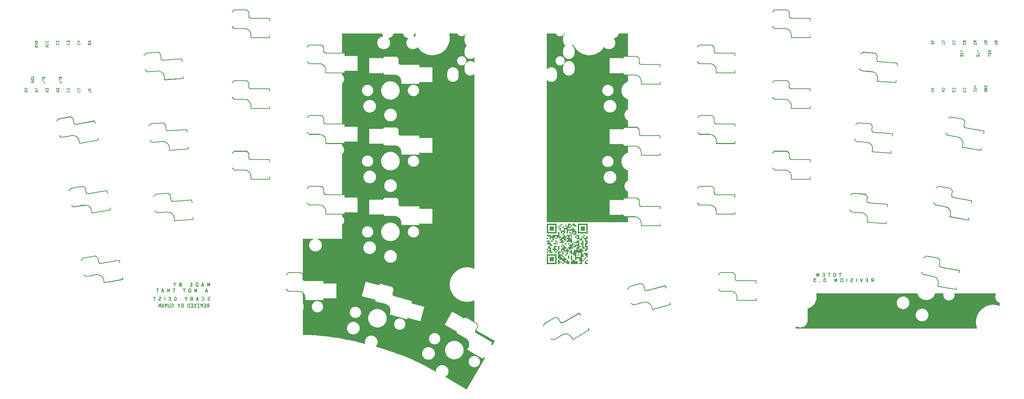
<source format=gbo>
G04 #@! TF.GenerationSoftware,KiCad,Pcbnew,9.0.3*
G04 #@! TF.CreationDate,2025-07-20T15:55:04+08:00*
G04 #@! TF.ProjectId,totem_0_3,746f7465-6d5f-4305-9f33-2e6b69636164,0.3*
G04 #@! TF.SameCoordinates,Original*
G04 #@! TF.FileFunction,Legend,Bot*
G04 #@! TF.FilePolarity,Positive*
%FSLAX46Y46*%
G04 Gerber Fmt 4.6, Leading zero omitted, Abs format (unit mm)*
G04 Created by KiCad (PCBNEW 9.0.3) date 2025-07-20 15:55:04*
%MOMM*%
%LPD*%
G01*
G04 APERTURE LIST*
G04 Aperture macros list*
%AMRotRect*
0 Rectangle, with rotation*
0 The origin of the aperture is its center*
0 $1 length*
0 $2 width*
0 $3 Rotation angle, in degrees counterclockwise*
0 Add horizontal line*
21,1,$1,$2,0,0,$3*%
G04 Aperture macros list end*
%ADD10C,0.000000*%
%ADD11C,0.110000*%
%ADD12C,0.150000*%
%ADD13C,2.500000*%
%ADD14C,0.375000*%
%ADD15C,5.600000*%
%ADD16C,0.500000*%
%ADD17C,3.000000*%
%ADD18C,1.701800*%
%ADD19C,3.429000*%
%ADD20C,2.032000*%
%ADD21RotRect,2.600000X2.600000X4.000000*%
%ADD22RotRect,2.600000X2.600000X15.000000*%
%ADD23RotRect,2.600000X2.600000X10.000000*%
%ADD24C,1.800000*%
%ADD25C,2.100000*%
%ADD26O,1.800000X2.750000*%
%ADD27C,1.397000*%
%ADD28RotRect,2.600000X2.600000X345.000000*%
%ADD29R,2.600000X2.600000*%
%ADD30RotRect,2.600000X2.600000X350.000000*%
%ADD31RotRect,2.600000X2.600000X356.000000*%
%ADD32C,1.200000*%
%ADD33O,1.700000X2.500000*%
%ADD34RotRect,2.600000X2.600000X330.000000*%
%ADD35RotRect,2.600000X2.600000X30.000000*%
%ADD36C,0.900000*%
G04 APERTURE END LIST*
D10*
G36*
X168404178Y-107129952D02*
G01*
X168066730Y-107129952D01*
X168066730Y-106792488D01*
X168404178Y-106792488D01*
X168404178Y-107129952D01*
G37*
G36*
X168066730Y-107129952D02*
G01*
X167729267Y-107129952D01*
X167729267Y-106792488D01*
X168066730Y-106792488D01*
X168066730Y-107129952D01*
G37*
G36*
X167054340Y-107129952D02*
G01*
X166716877Y-107129952D01*
X166716877Y-106792488D01*
X167054340Y-106792488D01*
X167054340Y-107129952D01*
G37*
G36*
X166716877Y-107129952D02*
G01*
X166379413Y-107129952D01*
X166379413Y-106792488D01*
X166716877Y-106792488D01*
X166716877Y-107129952D01*
G37*
G36*
X166041950Y-107129952D02*
G01*
X165704487Y-107129952D01*
X165704487Y-106792488D01*
X166041950Y-106792488D01*
X166041950Y-107129952D01*
G37*
G36*
X165704487Y-107129952D02*
G01*
X165367023Y-107129952D01*
X165367023Y-106792488D01*
X165704487Y-106792488D01*
X165704487Y-107129952D01*
G37*
G36*
X165367023Y-107129952D02*
G01*
X165029575Y-107129952D01*
X165029575Y-106792488D01*
X165367023Y-106792488D01*
X165367023Y-107129952D01*
G37*
G36*
X165029575Y-107129952D02*
G01*
X164692112Y-107129952D01*
X164692112Y-106792488D01*
X165029575Y-106792488D01*
X165029575Y-107129952D01*
G37*
G36*
X164692112Y-107129952D02*
G01*
X164354648Y-107129952D01*
X164354648Y-106792488D01*
X164692112Y-106792488D01*
X164692112Y-107129952D01*
G37*
G36*
X164017185Y-107129952D02*
G01*
X163679722Y-107129952D01*
X163679722Y-106792488D01*
X164017185Y-106792488D01*
X164017185Y-107129952D01*
G37*
G36*
X163679722Y-107129952D02*
G01*
X163342258Y-107129952D01*
X163342258Y-106792488D01*
X163679722Y-106792488D01*
X163679722Y-107129952D01*
G37*
G36*
X162667347Y-107129952D02*
G01*
X162329883Y-107129952D01*
X162329883Y-106792488D01*
X162667347Y-106792488D01*
X162667347Y-107129952D01*
G37*
G36*
X161654957Y-107129952D02*
G01*
X161317493Y-107129952D01*
X161317493Y-106792488D01*
X161654957Y-106792488D01*
X161654957Y-107129952D01*
G37*
G36*
X160980030Y-107129952D02*
G01*
X160642566Y-107129952D01*
X160642566Y-106792488D01*
X160980030Y-106792488D01*
X160980030Y-107129952D01*
G37*
G36*
X160642566Y-107129952D02*
G01*
X160305103Y-107129952D01*
X160305103Y-106792488D01*
X160642566Y-106792488D01*
X160642566Y-107129952D01*
G37*
G36*
X160305103Y-107129952D02*
G01*
X159967640Y-107129952D01*
X159967640Y-106792488D01*
X160305103Y-106792488D01*
X160305103Y-107129952D01*
G37*
G36*
X159967640Y-107129952D02*
G01*
X159630192Y-107129952D01*
X159630192Y-106792488D01*
X159967640Y-106792488D01*
X159967640Y-107129952D01*
G37*
G36*
X159630192Y-107129952D02*
G01*
X159292728Y-107129952D01*
X159292728Y-106792488D01*
X159630192Y-106792488D01*
X159630192Y-107129952D01*
G37*
G36*
X159292728Y-107129952D02*
G01*
X158955265Y-107129952D01*
X158955265Y-106792488D01*
X159292728Y-106792488D01*
X159292728Y-107129952D01*
G37*
G36*
X158955265Y-107129952D02*
G01*
X158617801Y-107129952D01*
X158617801Y-106792488D01*
X158955265Y-106792488D01*
X158955265Y-107129952D01*
G37*
G36*
X168066730Y-106792488D02*
G01*
X167729267Y-106792488D01*
X167729267Y-106455025D01*
X168066730Y-106455025D01*
X168066730Y-106792488D01*
G37*
G36*
X167054340Y-106792488D02*
G01*
X166716877Y-106792488D01*
X166716877Y-106455025D01*
X167054340Y-106455025D01*
X167054340Y-106792488D01*
G37*
G36*
X166041950Y-106792488D02*
G01*
X165704487Y-106792488D01*
X165704487Y-106455025D01*
X166041950Y-106455025D01*
X166041950Y-106792488D01*
G37*
G36*
X165704487Y-106792488D02*
G01*
X165367023Y-106792488D01*
X165367023Y-106455025D01*
X165704487Y-106455025D01*
X165704487Y-106792488D01*
G37*
G36*
X165367023Y-106792488D02*
G01*
X165029575Y-106792488D01*
X165029575Y-106455025D01*
X165367023Y-106455025D01*
X165367023Y-106792488D01*
G37*
G36*
X165029575Y-106792488D02*
G01*
X164692112Y-106792488D01*
X164692112Y-106455025D01*
X165029575Y-106455025D01*
X165029575Y-106792488D01*
G37*
G36*
X164692112Y-106792488D02*
G01*
X164354648Y-106792488D01*
X164354648Y-106455025D01*
X164692112Y-106455025D01*
X164692112Y-106792488D01*
G37*
G36*
X164017185Y-106792488D02*
G01*
X163679722Y-106792488D01*
X163679722Y-106455025D01*
X164017185Y-106455025D01*
X164017185Y-106792488D01*
G37*
G36*
X163679722Y-106792488D02*
G01*
X163342258Y-106792488D01*
X163342258Y-106455025D01*
X163679722Y-106455025D01*
X163679722Y-106792488D01*
G37*
G36*
X163342258Y-106792488D02*
G01*
X163004795Y-106792488D01*
X163004795Y-106455025D01*
X163342258Y-106455025D01*
X163342258Y-106792488D01*
G37*
G36*
X163004795Y-106792488D02*
G01*
X162667347Y-106792488D01*
X162667347Y-106455025D01*
X163004795Y-106455025D01*
X163004795Y-106792488D01*
G37*
G36*
X161992420Y-106792488D02*
G01*
X161654957Y-106792488D01*
X161654957Y-106455025D01*
X161992420Y-106455025D01*
X161992420Y-106792488D01*
G37*
G36*
X161654957Y-106792488D02*
G01*
X161317493Y-106792488D01*
X161317493Y-106455025D01*
X161654957Y-106455025D01*
X161654957Y-106792488D01*
G37*
G36*
X160980030Y-106792488D02*
G01*
X160642566Y-106792488D01*
X160642566Y-106455025D01*
X160980030Y-106455025D01*
X160980030Y-106792488D01*
G37*
G36*
X158955265Y-106792488D02*
G01*
X158617801Y-106792488D01*
X158617801Y-106455025D01*
X158955265Y-106455025D01*
X158955265Y-106792488D01*
G37*
G36*
X168404178Y-106455025D02*
G01*
X168066730Y-106455025D01*
X168066730Y-106117561D01*
X168404178Y-106117561D01*
X168404178Y-106455025D01*
G37*
G36*
X167391803Y-106455025D02*
G01*
X167054340Y-106455025D01*
X167054340Y-106117561D01*
X167391803Y-106117561D01*
X167391803Y-106455025D01*
G37*
G36*
X167054340Y-106455025D02*
G01*
X166716877Y-106455025D01*
X166716877Y-106117561D01*
X167054340Y-106117561D01*
X167054340Y-106455025D01*
G37*
G36*
X166716877Y-106455025D02*
G01*
X166379413Y-106455025D01*
X166379413Y-106117561D01*
X166716877Y-106117561D01*
X166716877Y-106455025D01*
G37*
G36*
X165367023Y-106455025D02*
G01*
X165029575Y-106455025D01*
X165029575Y-106117561D01*
X165367023Y-106117561D01*
X165367023Y-106455025D01*
G37*
G36*
X165029575Y-106455025D02*
G01*
X164692112Y-106455025D01*
X164692112Y-106117561D01*
X165029575Y-106117561D01*
X165029575Y-106455025D01*
G37*
G36*
X163679722Y-106455025D02*
G01*
X163342258Y-106455025D01*
X163342258Y-106117561D01*
X163679722Y-106117561D01*
X163679722Y-106455025D01*
G37*
G36*
X163004795Y-106455025D02*
G01*
X162667347Y-106455025D01*
X162667347Y-106117561D01*
X163004795Y-106117561D01*
X163004795Y-106455025D01*
G37*
G36*
X162667347Y-106455025D02*
G01*
X162329883Y-106455025D01*
X162329883Y-106117561D01*
X162667347Y-106117561D01*
X162667347Y-106455025D01*
G37*
G36*
X161654957Y-106455025D02*
G01*
X161317493Y-106455025D01*
X161317493Y-106117561D01*
X161654957Y-106117561D01*
X161654957Y-106455025D01*
G37*
G36*
X160980030Y-106455025D02*
G01*
X160642566Y-106455025D01*
X160642566Y-106117561D01*
X160980030Y-106117561D01*
X160980030Y-106455025D01*
G37*
G36*
X160305103Y-106455025D02*
G01*
X159967640Y-106455025D01*
X159967640Y-106117561D01*
X160305103Y-106117561D01*
X160305103Y-106455025D01*
G37*
G36*
X159967640Y-106455025D02*
G01*
X159630192Y-106455025D01*
X159630192Y-106117561D01*
X159967640Y-106117561D01*
X159967640Y-106455025D01*
G37*
G36*
X159630192Y-106455025D02*
G01*
X159292728Y-106455025D01*
X159292728Y-106117561D01*
X159630192Y-106117561D01*
X159630192Y-106455025D01*
G37*
G36*
X158955265Y-106455025D02*
G01*
X158617801Y-106455025D01*
X158617801Y-106117561D01*
X158955265Y-106117561D01*
X158955265Y-106455025D01*
G37*
G36*
X167729267Y-106117561D02*
G01*
X167391803Y-106117561D01*
X167391803Y-105780106D01*
X167729267Y-105780106D01*
X167729267Y-106117561D01*
G37*
G36*
X167054340Y-106117561D02*
G01*
X166716877Y-106117561D01*
X166716877Y-105780106D01*
X167054340Y-105780106D01*
X167054340Y-106117561D01*
G37*
G36*
X166716877Y-106117561D02*
G01*
X166379413Y-106117561D01*
X166379413Y-105780106D01*
X166716877Y-105780106D01*
X166716877Y-106117561D01*
G37*
G36*
X165704487Y-106117561D02*
G01*
X165367023Y-106117561D01*
X165367023Y-105780106D01*
X165704487Y-105780106D01*
X165704487Y-106117561D01*
G37*
G36*
X164692112Y-106117561D02*
G01*
X164354648Y-106117561D01*
X164354648Y-105780106D01*
X164692112Y-105780106D01*
X164692112Y-106117561D01*
G37*
G36*
X163342258Y-106117561D02*
G01*
X163004795Y-106117561D01*
X163004795Y-105780106D01*
X163342258Y-105780106D01*
X163342258Y-106117561D01*
G37*
G36*
X163004795Y-106117561D02*
G01*
X162667347Y-106117561D01*
X162667347Y-105780106D01*
X163004795Y-105780106D01*
X163004795Y-106117561D01*
G37*
G36*
X162667347Y-106117561D02*
G01*
X162329883Y-106117561D01*
X162329883Y-105780106D01*
X162667347Y-105780106D01*
X162667347Y-106117561D01*
G37*
G36*
X162329883Y-106117561D02*
G01*
X161992420Y-106117561D01*
X161992420Y-105780106D01*
X162329883Y-105780106D01*
X162329883Y-106117561D01*
G37*
G36*
X161992420Y-106117561D02*
G01*
X161654957Y-106117561D01*
X161654957Y-105780106D01*
X161992420Y-105780106D01*
X161992420Y-106117561D01*
G37*
G36*
X160980030Y-106117561D02*
G01*
X160642566Y-106117561D01*
X160642566Y-105780106D01*
X160980030Y-105780106D01*
X160980030Y-106117561D01*
G37*
G36*
X160305103Y-106117561D02*
G01*
X159967640Y-106117561D01*
X159967640Y-105780106D01*
X160305103Y-105780106D01*
X160305103Y-106117561D01*
G37*
G36*
X159967640Y-106117561D02*
G01*
X159630192Y-106117561D01*
X159630192Y-105780106D01*
X159967640Y-105780106D01*
X159967640Y-106117561D01*
G37*
G36*
X159630192Y-106117561D02*
G01*
X159292728Y-106117561D01*
X159292728Y-105780106D01*
X159630192Y-105780106D01*
X159630192Y-106117561D01*
G37*
G36*
X158955265Y-106117561D02*
G01*
X158617801Y-106117561D01*
X158617801Y-105780106D01*
X158955265Y-105780106D01*
X158955265Y-106117561D01*
G37*
G36*
X168066730Y-105780106D02*
G01*
X167729267Y-105780106D01*
X167729267Y-105442642D01*
X168066730Y-105442642D01*
X168066730Y-105780106D01*
G37*
G36*
X167054340Y-105780106D02*
G01*
X166716877Y-105780106D01*
X166716877Y-105442642D01*
X167054340Y-105442642D01*
X167054340Y-105780106D01*
G37*
G36*
X166716877Y-105780106D02*
G01*
X166379413Y-105780106D01*
X166379413Y-105442642D01*
X166716877Y-105442642D01*
X166716877Y-105780106D01*
G37*
G36*
X166379413Y-105780106D02*
G01*
X166041950Y-105780106D01*
X166041950Y-105442642D01*
X166379413Y-105442642D01*
X166379413Y-105780106D01*
G37*
G36*
X166041950Y-105780106D02*
G01*
X165704487Y-105780106D01*
X165704487Y-105442642D01*
X166041950Y-105442642D01*
X166041950Y-105780106D01*
G37*
G36*
X165704487Y-105780106D02*
G01*
X165367023Y-105780106D01*
X165367023Y-105442642D01*
X165704487Y-105442642D01*
X165704487Y-105780106D01*
G37*
G36*
X164692112Y-105780106D02*
G01*
X164354648Y-105780106D01*
X164354648Y-105442642D01*
X164692112Y-105442642D01*
X164692112Y-105780106D01*
G37*
G36*
X164017185Y-105780106D02*
G01*
X163679722Y-105780106D01*
X163679722Y-105442642D01*
X164017185Y-105442642D01*
X164017185Y-105780106D01*
G37*
G36*
X163004795Y-105780106D02*
G01*
X162667347Y-105780106D01*
X162667347Y-105442642D01*
X163004795Y-105442642D01*
X163004795Y-105780106D01*
G37*
G36*
X162329883Y-105780106D02*
G01*
X161992420Y-105780106D01*
X161992420Y-105442642D01*
X162329883Y-105442642D01*
X162329883Y-105780106D01*
G37*
G36*
X161992420Y-105780106D02*
G01*
X161654957Y-105780106D01*
X161654957Y-105442642D01*
X161992420Y-105442642D01*
X161992420Y-105780106D01*
G37*
G36*
X161654957Y-105780106D02*
G01*
X161317493Y-105780106D01*
X161317493Y-105442642D01*
X161654957Y-105442642D01*
X161654957Y-105780106D01*
G37*
G36*
X160980030Y-105780106D02*
G01*
X160642566Y-105780106D01*
X160642566Y-105442642D01*
X160980030Y-105442642D01*
X160980030Y-105780106D01*
G37*
G36*
X160305103Y-105780106D02*
G01*
X159967640Y-105780106D01*
X159967640Y-105442642D01*
X160305103Y-105442642D01*
X160305103Y-105780106D01*
G37*
G36*
X159967640Y-105780106D02*
G01*
X159630192Y-105780106D01*
X159630192Y-105442642D01*
X159967640Y-105442642D01*
X159967640Y-105780106D01*
G37*
G36*
X159630192Y-105780106D02*
G01*
X159292728Y-105780106D01*
X159292728Y-105442642D01*
X159630192Y-105442642D01*
X159630192Y-105780106D01*
G37*
G36*
X158955265Y-105780106D02*
G01*
X158617801Y-105780106D01*
X158617801Y-105442642D01*
X158955265Y-105442642D01*
X158955265Y-105780106D01*
G37*
G36*
X168404178Y-105442642D02*
G01*
X168066730Y-105442642D01*
X168066730Y-105105179D01*
X168404178Y-105105179D01*
X168404178Y-105442642D01*
G37*
G36*
X167391803Y-105442642D02*
G01*
X167054340Y-105442642D01*
X167054340Y-105105179D01*
X167391803Y-105105179D01*
X167391803Y-105442642D01*
G37*
G36*
X167054340Y-105442642D02*
G01*
X166716877Y-105442642D01*
X166716877Y-105105179D01*
X167054340Y-105105179D01*
X167054340Y-105442642D01*
G37*
G36*
X165704487Y-105442642D02*
G01*
X165367023Y-105442642D01*
X165367023Y-105105179D01*
X165704487Y-105105179D01*
X165704487Y-105442642D01*
G37*
G36*
X164692112Y-105442642D02*
G01*
X164354648Y-105442642D01*
X164354648Y-105105179D01*
X164692112Y-105105179D01*
X164692112Y-105442642D01*
G37*
G36*
X164017185Y-105442642D02*
G01*
X163679722Y-105442642D01*
X163679722Y-105105179D01*
X164017185Y-105105179D01*
X164017185Y-105442642D01*
G37*
G36*
X162667347Y-105442642D02*
G01*
X162329883Y-105442642D01*
X162329883Y-105105179D01*
X162667347Y-105105179D01*
X162667347Y-105442642D01*
G37*
G36*
X161992420Y-105442642D02*
G01*
X161654957Y-105442642D01*
X161654957Y-105105179D01*
X161992420Y-105105179D01*
X161992420Y-105442642D01*
G37*
G36*
X161654957Y-105442642D02*
G01*
X161317493Y-105442642D01*
X161317493Y-105105179D01*
X161654957Y-105105179D01*
X161654957Y-105442642D01*
G37*
G36*
X160980030Y-105442642D02*
G01*
X160642566Y-105442642D01*
X160642566Y-105105179D01*
X160980030Y-105105179D01*
X160980030Y-105442642D01*
G37*
G36*
X158955265Y-105442642D02*
G01*
X158617801Y-105442642D01*
X158617801Y-105105179D01*
X158955265Y-105105179D01*
X158955265Y-105442642D01*
G37*
G36*
X168404178Y-105105179D02*
G01*
X168066730Y-105105179D01*
X168066730Y-104767723D01*
X168404178Y-104767723D01*
X168404178Y-105105179D01*
G37*
G36*
X168066730Y-105105179D02*
G01*
X167729267Y-105105179D01*
X167729267Y-104767723D01*
X168066730Y-104767723D01*
X168066730Y-105105179D01*
G37*
G36*
X167391803Y-105105179D02*
G01*
X167054340Y-105105179D01*
X167054340Y-104767723D01*
X167391803Y-104767723D01*
X167391803Y-105105179D01*
G37*
G36*
X167054340Y-105105179D02*
G01*
X166716877Y-105105179D01*
X166716877Y-104767723D01*
X167054340Y-104767723D01*
X167054340Y-105105179D01*
G37*
G36*
X166379413Y-105105179D02*
G01*
X166041950Y-105105179D01*
X166041950Y-104767723D01*
X166379413Y-104767723D01*
X166379413Y-105105179D01*
G37*
G36*
X165704487Y-105105179D02*
G01*
X165367023Y-105105179D01*
X165367023Y-104767723D01*
X165704487Y-104767723D01*
X165704487Y-105105179D01*
G37*
G36*
X165367023Y-105105179D02*
G01*
X165029575Y-105105179D01*
X165029575Y-104767723D01*
X165367023Y-104767723D01*
X165367023Y-105105179D01*
G37*
G36*
X163342258Y-105105179D02*
G01*
X163004795Y-105105179D01*
X163004795Y-104767723D01*
X163342258Y-104767723D01*
X163342258Y-105105179D01*
G37*
G36*
X162329883Y-105105179D02*
G01*
X161992420Y-105105179D01*
X161992420Y-104767723D01*
X162329883Y-104767723D01*
X162329883Y-105105179D01*
G37*
G36*
X161992420Y-105105179D02*
G01*
X161654957Y-105105179D01*
X161654957Y-104767723D01*
X161992420Y-104767723D01*
X161992420Y-105105179D01*
G37*
G36*
X161654957Y-105105179D02*
G01*
X161317493Y-105105179D01*
X161317493Y-104767723D01*
X161654957Y-104767723D01*
X161654957Y-105105179D01*
G37*
G36*
X160980030Y-105105179D02*
G01*
X160642566Y-105105179D01*
X160642566Y-104767723D01*
X160980030Y-104767723D01*
X160980030Y-105105179D01*
G37*
G36*
X160642566Y-105105179D02*
G01*
X160305103Y-105105179D01*
X160305103Y-104767723D01*
X160642566Y-104767723D01*
X160642566Y-105105179D01*
G37*
G36*
X160305103Y-105105179D02*
G01*
X159967640Y-105105179D01*
X159967640Y-104767723D01*
X160305103Y-104767723D01*
X160305103Y-105105179D01*
G37*
G36*
X159967640Y-105105179D02*
G01*
X159630192Y-105105179D01*
X159630192Y-104767723D01*
X159967640Y-104767723D01*
X159967640Y-105105179D01*
G37*
G36*
X159630192Y-105105179D02*
G01*
X159292728Y-105105179D01*
X159292728Y-104767723D01*
X159630192Y-104767723D01*
X159630192Y-105105179D01*
G37*
G36*
X159292728Y-105105179D02*
G01*
X158955265Y-105105179D01*
X158955265Y-104767723D01*
X159292728Y-104767723D01*
X159292728Y-105105179D01*
G37*
G36*
X158955265Y-105105179D02*
G01*
X158617801Y-105105179D01*
X158617801Y-104767723D01*
X158955265Y-104767723D01*
X158955265Y-105105179D01*
G37*
G36*
X168404178Y-104767723D02*
G01*
X168066730Y-104767723D01*
X168066730Y-104430260D01*
X168404178Y-104430260D01*
X168404178Y-104767723D01*
G37*
G36*
X168066730Y-104767723D02*
G01*
X167729267Y-104767723D01*
X167729267Y-104430260D01*
X168066730Y-104430260D01*
X168066730Y-104767723D01*
G37*
G36*
X167729267Y-104767723D02*
G01*
X167391803Y-104767723D01*
X167391803Y-104430260D01*
X167729267Y-104430260D01*
X167729267Y-104767723D01*
G37*
G36*
X167054340Y-104767723D02*
G01*
X166716877Y-104767723D01*
X166716877Y-104430260D01*
X167054340Y-104430260D01*
X167054340Y-104767723D01*
G37*
G36*
X165704487Y-104767723D02*
G01*
X165367023Y-104767723D01*
X165367023Y-104430260D01*
X165704487Y-104430260D01*
X165704487Y-104767723D01*
G37*
G36*
X165367023Y-104767723D02*
G01*
X165029575Y-104767723D01*
X165029575Y-104430260D01*
X165367023Y-104430260D01*
X165367023Y-104767723D01*
G37*
G36*
X165029575Y-104767723D02*
G01*
X164692112Y-104767723D01*
X164692112Y-104430260D01*
X165029575Y-104430260D01*
X165029575Y-104767723D01*
G37*
G36*
X164692112Y-104767723D02*
G01*
X164354648Y-104767723D01*
X164354648Y-104430260D01*
X164692112Y-104430260D01*
X164692112Y-104767723D01*
G37*
G36*
X163679722Y-104767723D02*
G01*
X163342258Y-104767723D01*
X163342258Y-104430260D01*
X163679722Y-104430260D01*
X163679722Y-104767723D01*
G37*
G36*
X162667347Y-104767723D02*
G01*
X162329883Y-104767723D01*
X162329883Y-104430260D01*
X162667347Y-104430260D01*
X162667347Y-104767723D01*
G37*
G36*
X161654957Y-104767723D02*
G01*
X161317493Y-104767723D01*
X161317493Y-104430260D01*
X161654957Y-104430260D01*
X161654957Y-104767723D01*
G37*
G36*
X167054340Y-104430260D02*
G01*
X166716877Y-104430260D01*
X166716877Y-104092796D01*
X167054340Y-104092796D01*
X167054340Y-104430260D01*
G37*
G36*
X166716877Y-104430260D02*
G01*
X166379413Y-104430260D01*
X166379413Y-104092796D01*
X166716877Y-104092796D01*
X166716877Y-104430260D01*
G37*
G36*
X166379413Y-104430260D02*
G01*
X166041950Y-104430260D01*
X166041950Y-104092796D01*
X166379413Y-104092796D01*
X166379413Y-104430260D01*
G37*
G36*
X166041950Y-104430260D02*
G01*
X165704487Y-104430260D01*
X165704487Y-104092796D01*
X166041950Y-104092796D01*
X166041950Y-104430260D01*
G37*
G36*
X165704487Y-104430260D02*
G01*
X165367023Y-104430260D01*
X165367023Y-104092796D01*
X165704487Y-104092796D01*
X165704487Y-104430260D01*
G37*
G36*
X165367023Y-104430260D02*
G01*
X165029575Y-104430260D01*
X165029575Y-104092796D01*
X165367023Y-104092796D01*
X165367023Y-104430260D01*
G37*
G36*
X164692112Y-104430260D02*
G01*
X164354648Y-104430260D01*
X164354648Y-104092796D01*
X164692112Y-104092796D01*
X164692112Y-104430260D01*
G37*
G36*
X164354648Y-104430260D02*
G01*
X164017185Y-104430260D01*
X164017185Y-104092796D01*
X164354648Y-104092796D01*
X164354648Y-104430260D01*
G37*
G36*
X163679722Y-104430260D02*
G01*
X163342258Y-104430260D01*
X163342258Y-104092796D01*
X163679722Y-104092796D01*
X163679722Y-104430260D01*
G37*
G36*
X162667347Y-104430260D02*
G01*
X162329883Y-104430260D01*
X162329883Y-104092796D01*
X162667347Y-104092796D01*
X162667347Y-104430260D01*
G37*
G36*
X161992420Y-104430260D02*
G01*
X161654957Y-104430260D01*
X161654957Y-104092796D01*
X161992420Y-104092796D01*
X161992420Y-104430260D01*
G37*
G36*
X161654957Y-104430260D02*
G01*
X161317493Y-104430260D01*
X161317493Y-104092796D01*
X161654957Y-104092796D01*
X161654957Y-104430260D01*
G37*
G36*
X160980030Y-104430260D02*
G01*
X160642566Y-104430260D01*
X160642566Y-104092796D01*
X160980030Y-104092796D01*
X160980030Y-104430260D01*
G37*
G36*
X159967640Y-104430260D02*
G01*
X159630192Y-104430260D01*
X159630192Y-104092796D01*
X159967640Y-104092796D01*
X159967640Y-104430260D01*
G37*
G36*
X159630192Y-104430260D02*
G01*
X159292728Y-104430260D01*
X159292728Y-104092796D01*
X159630192Y-104092796D01*
X159630192Y-104430260D01*
G37*
G36*
X158955265Y-104430260D02*
G01*
X158617801Y-104430260D01*
X158617801Y-104092796D01*
X158955265Y-104092796D01*
X158955265Y-104430260D01*
G37*
G36*
X168066730Y-104092796D02*
G01*
X167729267Y-104092796D01*
X167729267Y-103755333D01*
X168066730Y-103755333D01*
X168066730Y-104092796D01*
G37*
G36*
X167391803Y-104092796D02*
G01*
X167054340Y-104092796D01*
X167054340Y-103755333D01*
X167391803Y-103755333D01*
X167391803Y-104092796D01*
G37*
G36*
X167054340Y-104092796D02*
G01*
X166716877Y-104092796D01*
X166716877Y-103755333D01*
X167054340Y-103755333D01*
X167054340Y-104092796D01*
G37*
G36*
X166716877Y-104092796D02*
G01*
X166379413Y-104092796D01*
X166379413Y-103755333D01*
X166716877Y-103755333D01*
X166716877Y-104092796D01*
G37*
G36*
X166379413Y-104092796D02*
G01*
X166041950Y-104092796D01*
X166041950Y-103755333D01*
X166379413Y-103755333D01*
X166379413Y-104092796D01*
G37*
G36*
X166041950Y-104092796D02*
G01*
X165704487Y-104092796D01*
X165704487Y-103755333D01*
X166041950Y-103755333D01*
X166041950Y-104092796D01*
G37*
G36*
X165704487Y-104092796D02*
G01*
X165367023Y-104092796D01*
X165367023Y-103755333D01*
X165704487Y-103755333D01*
X165704487Y-104092796D01*
G37*
G36*
X165367023Y-104092796D02*
G01*
X165029575Y-104092796D01*
X165029575Y-103755333D01*
X165367023Y-103755333D01*
X165367023Y-104092796D01*
G37*
G36*
X164692112Y-104092796D02*
G01*
X164354648Y-104092796D01*
X164354648Y-103755333D01*
X164692112Y-103755333D01*
X164692112Y-104092796D01*
G37*
G36*
X164017185Y-104092796D02*
G01*
X163679722Y-104092796D01*
X163679722Y-103755333D01*
X164017185Y-103755333D01*
X164017185Y-104092796D01*
G37*
G36*
X163679722Y-104092796D02*
G01*
X163342258Y-104092796D01*
X163342258Y-103755333D01*
X163679722Y-103755333D01*
X163679722Y-104092796D01*
G37*
G36*
X163342258Y-104092796D02*
G01*
X163004795Y-104092796D01*
X163004795Y-103755333D01*
X163342258Y-103755333D01*
X163342258Y-104092796D01*
G37*
G36*
X163004795Y-104092796D02*
G01*
X162667347Y-104092796D01*
X162667347Y-103755333D01*
X163004795Y-103755333D01*
X163004795Y-104092796D01*
G37*
G36*
X162329883Y-104092796D02*
G01*
X161992420Y-104092796D01*
X161992420Y-103755333D01*
X162329883Y-103755333D01*
X162329883Y-104092796D01*
G37*
G36*
X161317493Y-104092796D02*
G01*
X160980030Y-104092796D01*
X160980030Y-103755333D01*
X161317493Y-103755333D01*
X161317493Y-104092796D01*
G37*
G36*
X160642566Y-104092796D02*
G01*
X160305103Y-104092796D01*
X160305103Y-103755333D01*
X160642566Y-103755333D01*
X160642566Y-104092796D01*
G37*
G36*
X159630192Y-104092796D02*
G01*
X159292728Y-104092796D01*
X159292728Y-103755333D01*
X159630192Y-103755333D01*
X159630192Y-104092796D01*
G37*
G36*
X159292728Y-104092796D02*
G01*
X158955265Y-104092796D01*
X158955265Y-103755333D01*
X159292728Y-103755333D01*
X159292728Y-104092796D01*
G37*
G36*
X168404178Y-103755333D02*
G01*
X168066730Y-103755333D01*
X168066730Y-103417870D01*
X168404178Y-103417870D01*
X168404178Y-103755333D01*
G37*
G36*
X168066730Y-103755333D02*
G01*
X167729267Y-103755333D01*
X167729267Y-103417870D01*
X168066730Y-103417870D01*
X168066730Y-103755333D01*
G37*
G36*
X167054340Y-103755333D02*
G01*
X166716877Y-103755333D01*
X166716877Y-103417870D01*
X167054340Y-103417870D01*
X167054340Y-103755333D01*
G37*
G36*
X166716877Y-103755333D02*
G01*
X166379413Y-103755333D01*
X166379413Y-103417870D01*
X166716877Y-103417870D01*
X166716877Y-103755333D01*
G37*
G36*
X166041950Y-103755333D02*
G01*
X165704487Y-103755333D01*
X165704487Y-103417870D01*
X166041950Y-103417870D01*
X166041950Y-103755333D01*
G37*
G36*
X164354648Y-103755333D02*
G01*
X164017185Y-103755333D01*
X164017185Y-103417870D01*
X164354648Y-103417870D01*
X164354648Y-103755333D01*
G37*
G36*
X163679722Y-103755333D02*
G01*
X163342258Y-103755333D01*
X163342258Y-103417870D01*
X163679722Y-103417870D01*
X163679722Y-103755333D01*
G37*
G36*
X163004795Y-103755333D02*
G01*
X162667347Y-103755333D01*
X162667347Y-103417870D01*
X163004795Y-103417870D01*
X163004795Y-103755333D01*
G37*
G36*
X162667347Y-103755333D02*
G01*
X162329883Y-103755333D01*
X162329883Y-103417870D01*
X162667347Y-103417870D01*
X162667347Y-103755333D01*
G37*
G36*
X162329883Y-103755333D02*
G01*
X161992420Y-103755333D01*
X161992420Y-103417870D01*
X162329883Y-103417870D01*
X162329883Y-103755333D01*
G37*
G36*
X161654957Y-103755333D02*
G01*
X161317493Y-103755333D01*
X161317493Y-103417870D01*
X161654957Y-103417870D01*
X161654957Y-103755333D01*
G37*
G36*
X160980030Y-103755333D02*
G01*
X160642566Y-103755333D01*
X160642566Y-103417870D01*
X160980030Y-103417870D01*
X160980030Y-103755333D01*
G37*
G36*
X160642566Y-103755333D02*
G01*
X160305103Y-103755333D01*
X160305103Y-103417870D01*
X160642566Y-103417870D01*
X160642566Y-103755333D01*
G37*
G36*
X160305103Y-103755333D02*
G01*
X159967640Y-103755333D01*
X159967640Y-103417870D01*
X160305103Y-103417870D01*
X160305103Y-103755333D01*
G37*
G36*
X159630192Y-103755333D02*
G01*
X159292728Y-103755333D01*
X159292728Y-103417870D01*
X159630192Y-103417870D01*
X159630192Y-103755333D01*
G37*
G36*
X158955265Y-103755333D02*
G01*
X158617801Y-103755333D01*
X158617801Y-103417870D01*
X158955265Y-103417870D01*
X158955265Y-103755333D01*
G37*
G36*
X168404178Y-103417870D02*
G01*
X168066730Y-103417870D01*
X168066730Y-103080414D01*
X168404178Y-103080414D01*
X168404178Y-103417870D01*
G37*
G36*
X167729267Y-103417870D02*
G01*
X167391803Y-103417870D01*
X167391803Y-103080414D01*
X167729267Y-103080414D01*
X167729267Y-103417870D01*
G37*
G36*
X167391803Y-103417870D02*
G01*
X167054340Y-103417870D01*
X167054340Y-103080414D01*
X167391803Y-103080414D01*
X167391803Y-103417870D01*
G37*
G36*
X166379413Y-103417870D02*
G01*
X166041950Y-103417870D01*
X166041950Y-103080414D01*
X166379413Y-103080414D01*
X166379413Y-103417870D01*
G37*
G36*
X166041950Y-103417870D02*
G01*
X165704487Y-103417870D01*
X165704487Y-103080414D01*
X166041950Y-103080414D01*
X166041950Y-103417870D01*
G37*
G36*
X165029575Y-103417870D02*
G01*
X164692112Y-103417870D01*
X164692112Y-103080414D01*
X165029575Y-103080414D01*
X165029575Y-103417870D01*
G37*
G36*
X164692112Y-103417870D02*
G01*
X164354648Y-103417870D01*
X164354648Y-103080414D01*
X164692112Y-103080414D01*
X164692112Y-103417870D01*
G37*
G36*
X164354648Y-103417870D02*
G01*
X164017185Y-103417870D01*
X164017185Y-103080414D01*
X164354648Y-103080414D01*
X164354648Y-103417870D01*
G37*
G36*
X164017185Y-103417870D02*
G01*
X163679722Y-103417870D01*
X163679722Y-103080414D01*
X164017185Y-103080414D01*
X164017185Y-103417870D01*
G37*
G36*
X163342258Y-103417870D02*
G01*
X163004795Y-103417870D01*
X163004795Y-103080414D01*
X163342258Y-103080414D01*
X163342258Y-103417870D01*
G37*
G36*
X163004795Y-103417870D02*
G01*
X162667347Y-103417870D01*
X162667347Y-103080414D01*
X163004795Y-103080414D01*
X163004795Y-103417870D01*
G37*
G36*
X162667347Y-103417870D02*
G01*
X162329883Y-103417870D01*
X162329883Y-103080414D01*
X162667347Y-103080414D01*
X162667347Y-103417870D01*
G37*
G36*
X161654957Y-103417870D02*
G01*
X161317493Y-103417870D01*
X161317493Y-103080414D01*
X161654957Y-103080414D01*
X161654957Y-103417870D01*
G37*
G36*
X160642566Y-103417870D02*
G01*
X160305103Y-103417870D01*
X160305103Y-103080414D01*
X160642566Y-103080414D01*
X160642566Y-103417870D01*
G37*
G36*
X159630192Y-103417870D02*
G01*
X159292728Y-103417870D01*
X159292728Y-103080414D01*
X159630192Y-103080414D01*
X159630192Y-103417870D01*
G37*
G36*
X159292728Y-103417870D02*
G01*
X158955265Y-103417870D01*
X158955265Y-103080414D01*
X159292728Y-103080414D01*
X159292728Y-103417870D01*
G37*
G36*
X168404178Y-103080414D02*
G01*
X168066730Y-103080414D01*
X168066730Y-102742951D01*
X168404178Y-102742951D01*
X168404178Y-103080414D01*
G37*
G36*
X168066730Y-103080414D02*
G01*
X167729267Y-103080414D01*
X167729267Y-102742951D01*
X168066730Y-102742951D01*
X168066730Y-103080414D01*
G37*
G36*
X167391803Y-103080414D02*
G01*
X167054340Y-103080414D01*
X167054340Y-102742951D01*
X167391803Y-102742951D01*
X167391803Y-103080414D01*
G37*
G36*
X166716877Y-103080414D02*
G01*
X166379413Y-103080414D01*
X166379413Y-102742951D01*
X166716877Y-102742951D01*
X166716877Y-103080414D01*
G37*
G36*
X166379413Y-103080414D02*
G01*
X166041950Y-103080414D01*
X166041950Y-102742951D01*
X166379413Y-102742951D01*
X166379413Y-103080414D01*
G37*
G36*
X165704487Y-103080414D02*
G01*
X165367023Y-103080414D01*
X165367023Y-102742951D01*
X165704487Y-102742951D01*
X165704487Y-103080414D01*
G37*
G36*
X165367023Y-103080414D02*
G01*
X165029575Y-103080414D01*
X165029575Y-102742951D01*
X165367023Y-102742951D01*
X165367023Y-103080414D01*
G37*
G36*
X164692112Y-103080414D02*
G01*
X164354648Y-103080414D01*
X164354648Y-102742951D01*
X164692112Y-102742951D01*
X164692112Y-103080414D01*
G37*
G36*
X164354648Y-103080414D02*
G01*
X164017185Y-103080414D01*
X164017185Y-102742951D01*
X164354648Y-102742951D01*
X164354648Y-103080414D01*
G37*
G36*
X163004795Y-103080414D02*
G01*
X162667347Y-103080414D01*
X162667347Y-102742951D01*
X163004795Y-102742951D01*
X163004795Y-103080414D01*
G37*
G36*
X162329883Y-103080414D02*
G01*
X161992420Y-103080414D01*
X161992420Y-102742951D01*
X162329883Y-102742951D01*
X162329883Y-103080414D01*
G37*
G36*
X161654957Y-103080414D02*
G01*
X161317493Y-103080414D01*
X161317493Y-102742951D01*
X161654957Y-102742951D01*
X161654957Y-103080414D01*
G37*
G36*
X160980030Y-103080414D02*
G01*
X160642566Y-103080414D01*
X160642566Y-102742951D01*
X160980030Y-102742951D01*
X160980030Y-103080414D01*
G37*
G36*
X160642566Y-103080414D02*
G01*
X160305103Y-103080414D01*
X160305103Y-102742951D01*
X160642566Y-102742951D01*
X160642566Y-103080414D01*
G37*
G36*
X159292728Y-103080414D02*
G01*
X158955265Y-103080414D01*
X158955265Y-102742951D01*
X159292728Y-102742951D01*
X159292728Y-103080414D01*
G37*
G36*
X168066730Y-102742951D02*
G01*
X167729267Y-102742951D01*
X167729267Y-102405487D01*
X168066730Y-102405487D01*
X168066730Y-102742951D01*
G37*
G36*
X167391803Y-102742951D02*
G01*
X167054340Y-102742951D01*
X167054340Y-102405487D01*
X167391803Y-102405487D01*
X167391803Y-102742951D01*
G37*
G36*
X166379413Y-102742951D02*
G01*
X166041950Y-102742951D01*
X166041950Y-102405487D01*
X166379413Y-102405487D01*
X166379413Y-102742951D01*
G37*
G36*
X166041950Y-102742951D02*
G01*
X165704487Y-102742951D01*
X165704487Y-102405487D01*
X166041950Y-102405487D01*
X166041950Y-102742951D01*
G37*
G36*
X165704487Y-102742951D02*
G01*
X165367023Y-102742951D01*
X165367023Y-102405487D01*
X165704487Y-102405487D01*
X165704487Y-102742951D01*
G37*
G36*
X165029575Y-102742951D02*
G01*
X164692112Y-102742951D01*
X164692112Y-102405487D01*
X165029575Y-102405487D01*
X165029575Y-102742951D01*
G37*
G36*
X164692112Y-102742951D02*
G01*
X164354648Y-102742951D01*
X164354648Y-102405487D01*
X164692112Y-102405487D01*
X164692112Y-102742951D01*
G37*
G36*
X164354648Y-102742951D02*
G01*
X164017185Y-102742951D01*
X164017185Y-102405487D01*
X164354648Y-102405487D01*
X164354648Y-102742951D01*
G37*
G36*
X162667347Y-102742951D02*
G01*
X162329883Y-102742951D01*
X162329883Y-102405487D01*
X162667347Y-102405487D01*
X162667347Y-102742951D01*
G37*
G36*
X159967640Y-102742951D02*
G01*
X159630192Y-102742951D01*
X159630192Y-102405487D01*
X159967640Y-102405487D01*
X159967640Y-102742951D01*
G37*
G36*
X159630192Y-102742951D02*
G01*
X159292728Y-102742951D01*
X159292728Y-102405487D01*
X159630192Y-102405487D01*
X159630192Y-102742951D01*
G37*
G36*
X168404178Y-102405487D02*
G01*
X168066730Y-102405487D01*
X168066730Y-102068031D01*
X168404178Y-102068031D01*
X168404178Y-102405487D01*
G37*
G36*
X168066730Y-102405487D02*
G01*
X167729267Y-102405487D01*
X167729267Y-102068031D01*
X168066730Y-102068031D01*
X168066730Y-102405487D01*
G37*
G36*
X167391803Y-102405487D02*
G01*
X167054340Y-102405487D01*
X167054340Y-102068031D01*
X167391803Y-102068031D01*
X167391803Y-102405487D01*
G37*
G36*
X167054340Y-102405487D02*
G01*
X166716877Y-102405487D01*
X166716877Y-102068031D01*
X167054340Y-102068031D01*
X167054340Y-102405487D01*
G37*
G36*
X166379413Y-102405487D02*
G01*
X166041950Y-102405487D01*
X166041950Y-102068031D01*
X166379413Y-102068031D01*
X166379413Y-102405487D01*
G37*
G36*
X165029575Y-102405487D02*
G01*
X164692112Y-102405487D01*
X164692112Y-102068031D01*
X165029575Y-102068031D01*
X165029575Y-102405487D01*
G37*
G36*
X164017185Y-102405487D02*
G01*
X163679722Y-102405487D01*
X163679722Y-102068031D01*
X164017185Y-102068031D01*
X164017185Y-102405487D01*
G37*
G36*
X163342258Y-102405487D02*
G01*
X163004795Y-102405487D01*
X163004795Y-102068031D01*
X163342258Y-102068031D01*
X163342258Y-102405487D01*
G37*
G36*
X160980030Y-102405487D02*
G01*
X160642566Y-102405487D01*
X160642566Y-102068031D01*
X160980030Y-102068031D01*
X160980030Y-102405487D01*
G37*
G36*
X160642566Y-102405487D02*
G01*
X160305103Y-102405487D01*
X160305103Y-102068031D01*
X160642566Y-102068031D01*
X160642566Y-102405487D01*
G37*
G36*
X159630192Y-102405487D02*
G01*
X159292728Y-102405487D01*
X159292728Y-102068031D01*
X159630192Y-102068031D01*
X159630192Y-102405487D01*
G37*
G36*
X159292728Y-102405487D02*
G01*
X158955265Y-102405487D01*
X158955265Y-102068031D01*
X159292728Y-102068031D01*
X159292728Y-102405487D01*
G37*
G36*
X158955265Y-102405487D02*
G01*
X158617801Y-102405487D01*
X158617801Y-102068031D01*
X158955265Y-102068031D01*
X158955265Y-102405487D01*
G37*
G36*
X168404178Y-102068031D02*
G01*
X168066730Y-102068031D01*
X168066730Y-101730568D01*
X168404178Y-101730568D01*
X168404178Y-102068031D01*
G37*
G36*
X167391803Y-102068031D02*
G01*
X167054340Y-102068031D01*
X167054340Y-101730568D01*
X167391803Y-101730568D01*
X167391803Y-102068031D01*
G37*
G36*
X166379413Y-102068031D02*
G01*
X166041950Y-102068031D01*
X166041950Y-101730568D01*
X166379413Y-101730568D01*
X166379413Y-102068031D01*
G37*
G36*
X166041950Y-102068031D02*
G01*
X165704487Y-102068031D01*
X165704487Y-101730568D01*
X166041950Y-101730568D01*
X166041950Y-102068031D01*
G37*
G36*
X165704487Y-102068031D02*
G01*
X165367023Y-102068031D01*
X165367023Y-101730568D01*
X165704487Y-101730568D01*
X165704487Y-102068031D01*
G37*
G36*
X165367023Y-102068031D02*
G01*
X165029575Y-102068031D01*
X165029575Y-101730568D01*
X165367023Y-101730568D01*
X165367023Y-102068031D01*
G37*
G36*
X164692112Y-102068031D02*
G01*
X164354648Y-102068031D01*
X164354648Y-101730568D01*
X164692112Y-101730568D01*
X164692112Y-102068031D01*
G37*
G36*
X162667347Y-102068031D02*
G01*
X162329883Y-102068031D01*
X162329883Y-101730568D01*
X162667347Y-101730568D01*
X162667347Y-102068031D01*
G37*
G36*
X162329883Y-102068031D02*
G01*
X161992420Y-102068031D01*
X161992420Y-101730568D01*
X162329883Y-101730568D01*
X162329883Y-102068031D01*
G37*
G36*
X161992420Y-102068031D02*
G01*
X161654957Y-102068031D01*
X161654957Y-101730568D01*
X161992420Y-101730568D01*
X161992420Y-102068031D01*
G37*
G36*
X161317493Y-102068031D02*
G01*
X160980030Y-102068031D01*
X160980030Y-101730568D01*
X161317493Y-101730568D01*
X161317493Y-102068031D01*
G37*
G36*
X159292728Y-102068031D02*
G01*
X158955265Y-102068031D01*
X158955265Y-101730568D01*
X159292728Y-101730568D01*
X159292728Y-102068031D01*
G37*
G36*
X168404178Y-101730568D02*
G01*
X168066730Y-101730568D01*
X168066730Y-101393105D01*
X168404178Y-101393105D01*
X168404178Y-101730568D01*
G37*
G36*
X168066730Y-101730568D02*
G01*
X167729267Y-101730568D01*
X167729267Y-101393105D01*
X168066730Y-101393105D01*
X168066730Y-101730568D01*
G37*
G36*
X167391803Y-101730568D02*
G01*
X167054340Y-101730568D01*
X167054340Y-101393105D01*
X167391803Y-101393105D01*
X167391803Y-101730568D01*
G37*
G36*
X166379413Y-101730568D02*
G01*
X166041950Y-101730568D01*
X166041950Y-101393105D01*
X166379413Y-101393105D01*
X166379413Y-101730568D01*
G37*
G36*
X166041950Y-101730568D02*
G01*
X165704487Y-101730568D01*
X165704487Y-101393105D01*
X166041950Y-101393105D01*
X166041950Y-101730568D01*
G37*
G36*
X164692112Y-101730568D02*
G01*
X164354648Y-101730568D01*
X164354648Y-101393105D01*
X164692112Y-101393105D01*
X164692112Y-101730568D01*
G37*
G36*
X164354648Y-101730568D02*
G01*
X164017185Y-101730568D01*
X164017185Y-101393105D01*
X164354648Y-101393105D01*
X164354648Y-101730568D01*
G37*
G36*
X164017185Y-101730568D02*
G01*
X163679722Y-101730568D01*
X163679722Y-101393105D01*
X164017185Y-101393105D01*
X164017185Y-101730568D01*
G37*
G36*
X163679722Y-101730568D02*
G01*
X163342258Y-101730568D01*
X163342258Y-101393105D01*
X163679722Y-101393105D01*
X163679722Y-101730568D01*
G37*
G36*
X162667347Y-101730568D02*
G01*
X162329883Y-101730568D01*
X162329883Y-101393105D01*
X162667347Y-101393105D01*
X162667347Y-101730568D01*
G37*
G36*
X162329883Y-101730568D02*
G01*
X161992420Y-101730568D01*
X161992420Y-101393105D01*
X162329883Y-101393105D01*
X162329883Y-101730568D01*
G37*
G36*
X160980030Y-101730568D02*
G01*
X160642566Y-101730568D01*
X160642566Y-101393105D01*
X160980030Y-101393105D01*
X160980030Y-101730568D01*
G37*
G36*
X159967640Y-101730568D02*
G01*
X159630192Y-101730568D01*
X159630192Y-101393105D01*
X159967640Y-101393105D01*
X159967640Y-101730568D01*
G37*
G36*
X159292728Y-101730568D02*
G01*
X158955265Y-101730568D01*
X158955265Y-101393105D01*
X159292728Y-101393105D01*
X159292728Y-101730568D01*
G37*
G36*
X158955265Y-101730568D02*
G01*
X158617801Y-101730568D01*
X158617801Y-101393105D01*
X158955265Y-101393105D01*
X158955265Y-101730568D01*
G37*
G36*
X168066730Y-101393105D02*
G01*
X167729267Y-101393105D01*
X167729267Y-101055641D01*
X168066730Y-101055641D01*
X168066730Y-101393105D01*
G37*
G36*
X167054340Y-101393105D02*
G01*
X166716877Y-101393105D01*
X166716877Y-101055641D01*
X167054340Y-101055641D01*
X167054340Y-101393105D01*
G37*
G36*
X166716877Y-101393105D02*
G01*
X166379413Y-101393105D01*
X166379413Y-101055641D01*
X166716877Y-101055641D01*
X166716877Y-101393105D01*
G37*
G36*
X164692112Y-101393105D02*
G01*
X164354648Y-101393105D01*
X164354648Y-101055641D01*
X164692112Y-101055641D01*
X164692112Y-101393105D01*
G37*
G36*
X164354648Y-101393105D02*
G01*
X164017185Y-101393105D01*
X164017185Y-101055641D01*
X164354648Y-101055641D01*
X164354648Y-101393105D01*
G37*
G36*
X164017185Y-101393105D02*
G01*
X163679722Y-101393105D01*
X163679722Y-101055641D01*
X164017185Y-101055641D01*
X164017185Y-101393105D01*
G37*
G36*
X163342258Y-101393105D02*
G01*
X163004795Y-101393105D01*
X163004795Y-101055641D01*
X163342258Y-101055641D01*
X163342258Y-101393105D01*
G37*
G36*
X163004795Y-101393105D02*
G01*
X162667347Y-101393105D01*
X162667347Y-101055641D01*
X163004795Y-101055641D01*
X163004795Y-101393105D01*
G37*
G36*
X162329883Y-101393105D02*
G01*
X161992420Y-101393105D01*
X161992420Y-101055641D01*
X162329883Y-101055641D01*
X162329883Y-101393105D01*
G37*
G36*
X161992420Y-101393105D02*
G01*
X161654957Y-101393105D01*
X161654957Y-101055641D01*
X161992420Y-101055641D01*
X161992420Y-101393105D01*
G37*
G36*
X160305103Y-101393105D02*
G01*
X159967640Y-101393105D01*
X159967640Y-101055641D01*
X160305103Y-101055641D01*
X160305103Y-101393105D01*
G37*
G36*
X168404178Y-101055641D02*
G01*
X168066730Y-101055641D01*
X168066730Y-100718178D01*
X168404178Y-100718178D01*
X168404178Y-101055641D01*
G37*
G36*
X168066730Y-101055641D02*
G01*
X167729267Y-101055641D01*
X167729267Y-100718178D01*
X168066730Y-100718178D01*
X168066730Y-101055641D01*
G37*
G36*
X167729267Y-101055641D02*
G01*
X167391803Y-101055641D01*
X167391803Y-100718178D01*
X167729267Y-100718178D01*
X167729267Y-101055641D01*
G37*
G36*
X167054340Y-101055641D02*
G01*
X166716877Y-101055641D01*
X166716877Y-100718178D01*
X167054340Y-100718178D01*
X167054340Y-101055641D01*
G37*
G36*
X166379413Y-101055641D02*
G01*
X166041950Y-101055641D01*
X166041950Y-100718178D01*
X166379413Y-100718178D01*
X166379413Y-101055641D01*
G37*
G36*
X166041950Y-101055641D02*
G01*
X165704487Y-101055641D01*
X165704487Y-100718178D01*
X166041950Y-100718178D01*
X166041950Y-101055641D01*
G37*
G36*
X164354648Y-101055641D02*
G01*
X164017185Y-101055641D01*
X164017185Y-100718178D01*
X164354648Y-100718178D01*
X164354648Y-101055641D01*
G37*
G36*
X164017185Y-101055641D02*
G01*
X163679722Y-101055641D01*
X163679722Y-100718178D01*
X164017185Y-100718178D01*
X164017185Y-101055641D01*
G37*
G36*
X163679722Y-101055641D02*
G01*
X163342258Y-101055641D01*
X163342258Y-100718178D01*
X163679722Y-100718178D01*
X163679722Y-101055641D01*
G37*
G36*
X163004795Y-101055641D02*
G01*
X162667347Y-101055641D01*
X162667347Y-100718178D01*
X163004795Y-100718178D01*
X163004795Y-101055641D01*
G37*
G36*
X162667347Y-101055641D02*
G01*
X162329883Y-101055641D01*
X162329883Y-100718178D01*
X162667347Y-100718178D01*
X162667347Y-101055641D01*
G37*
G36*
X162329883Y-101055641D02*
G01*
X161992420Y-101055641D01*
X161992420Y-100718178D01*
X162329883Y-100718178D01*
X162329883Y-101055641D01*
G37*
G36*
X160980030Y-101055641D02*
G01*
X160642566Y-101055641D01*
X160642566Y-100718178D01*
X160980030Y-100718178D01*
X160980030Y-101055641D01*
G37*
G36*
X160305103Y-101055641D02*
G01*
X159967640Y-101055641D01*
X159967640Y-100718178D01*
X160305103Y-100718178D01*
X160305103Y-101055641D01*
G37*
G36*
X159630192Y-101055641D02*
G01*
X159292728Y-101055641D01*
X159292728Y-100718178D01*
X159630192Y-100718178D01*
X159630192Y-101055641D01*
G37*
G36*
X158955265Y-101055641D02*
G01*
X158617801Y-101055641D01*
X158617801Y-100718178D01*
X158955265Y-100718178D01*
X158955265Y-101055641D01*
G37*
G36*
X168404178Y-100718178D02*
G01*
X168066730Y-100718178D01*
X168066730Y-100380722D01*
X168404178Y-100380722D01*
X168404178Y-100718178D01*
G37*
G36*
X167391803Y-100718178D02*
G01*
X167054340Y-100718178D01*
X167054340Y-100380722D01*
X167391803Y-100380722D01*
X167391803Y-100718178D01*
G37*
G36*
X166379413Y-100718178D02*
G01*
X166041950Y-100718178D01*
X166041950Y-100380722D01*
X166379413Y-100380722D01*
X166379413Y-100718178D01*
G37*
G36*
X165704487Y-100718178D02*
G01*
X165367023Y-100718178D01*
X165367023Y-100380722D01*
X165704487Y-100380722D01*
X165704487Y-100718178D01*
G37*
G36*
X164692112Y-100718178D02*
G01*
X164354648Y-100718178D01*
X164354648Y-100380722D01*
X164692112Y-100380722D01*
X164692112Y-100718178D01*
G37*
G36*
X164017185Y-100718178D02*
G01*
X163679722Y-100718178D01*
X163679722Y-100380722D01*
X164017185Y-100380722D01*
X164017185Y-100718178D01*
G37*
G36*
X163342258Y-100718178D02*
G01*
X163004795Y-100718178D01*
X163004795Y-100380722D01*
X163342258Y-100380722D01*
X163342258Y-100718178D01*
G37*
G36*
X163004795Y-100718178D02*
G01*
X162667347Y-100718178D01*
X162667347Y-100380722D01*
X163004795Y-100380722D01*
X163004795Y-100718178D01*
G37*
G36*
X162667347Y-100718178D02*
G01*
X162329883Y-100718178D01*
X162329883Y-100380722D01*
X162667347Y-100380722D01*
X162667347Y-100718178D01*
G37*
G36*
X161992420Y-100718178D02*
G01*
X161654957Y-100718178D01*
X161654957Y-100380722D01*
X161992420Y-100380722D01*
X161992420Y-100718178D01*
G37*
G36*
X161654957Y-100718178D02*
G01*
X161317493Y-100718178D01*
X161317493Y-100380722D01*
X161654957Y-100380722D01*
X161654957Y-100718178D01*
G37*
G36*
X161317493Y-100718178D02*
G01*
X160980030Y-100718178D01*
X160980030Y-100380722D01*
X161317493Y-100380722D01*
X161317493Y-100718178D01*
G37*
G36*
X160642566Y-100718178D02*
G01*
X160305103Y-100718178D01*
X160305103Y-100380722D01*
X160642566Y-100380722D01*
X160642566Y-100718178D01*
G37*
G36*
X160305103Y-100718178D02*
G01*
X159967640Y-100718178D01*
X159967640Y-100380722D01*
X160305103Y-100380722D01*
X160305103Y-100718178D01*
G37*
G36*
X159967640Y-100718178D02*
G01*
X159630192Y-100718178D01*
X159630192Y-100380722D01*
X159967640Y-100380722D01*
X159967640Y-100718178D01*
G37*
G36*
X159630192Y-100718178D02*
G01*
X159292728Y-100718178D01*
X159292728Y-100380722D01*
X159630192Y-100380722D01*
X159630192Y-100718178D01*
G37*
G36*
X167729267Y-100380722D02*
G01*
X167391803Y-100380722D01*
X167391803Y-100043259D01*
X167729267Y-100043259D01*
X167729267Y-100380722D01*
G37*
G36*
X166379413Y-100380722D02*
G01*
X166041950Y-100380722D01*
X166041950Y-100043259D01*
X166379413Y-100043259D01*
X166379413Y-100380722D01*
G37*
G36*
X166041950Y-100380722D02*
G01*
X165704487Y-100380722D01*
X165704487Y-100043259D01*
X166041950Y-100043259D01*
X166041950Y-100380722D01*
G37*
G36*
X164354648Y-100380722D02*
G01*
X164017185Y-100380722D01*
X164017185Y-100043259D01*
X164354648Y-100043259D01*
X164354648Y-100380722D01*
G37*
G36*
X164017185Y-100380722D02*
G01*
X163679722Y-100380722D01*
X163679722Y-100043259D01*
X164017185Y-100043259D01*
X164017185Y-100380722D01*
G37*
G36*
X163679722Y-100380722D02*
G01*
X163342258Y-100380722D01*
X163342258Y-100043259D01*
X163679722Y-100043259D01*
X163679722Y-100380722D01*
G37*
G36*
X163004795Y-100380722D02*
G01*
X162667347Y-100380722D01*
X162667347Y-100043259D01*
X163004795Y-100043259D01*
X163004795Y-100380722D01*
G37*
G36*
X161654957Y-100380722D02*
G01*
X161317493Y-100380722D01*
X161317493Y-100043259D01*
X161654957Y-100043259D01*
X161654957Y-100380722D01*
G37*
G36*
X161317493Y-100380722D02*
G01*
X160980030Y-100380722D01*
X160980030Y-100043259D01*
X161317493Y-100043259D01*
X161317493Y-100380722D01*
G37*
G36*
X160980030Y-100380722D02*
G01*
X160642566Y-100380722D01*
X160642566Y-100043259D01*
X160980030Y-100043259D01*
X160980030Y-100380722D01*
G37*
G36*
X160642566Y-100380722D02*
G01*
X160305103Y-100380722D01*
X160305103Y-100043259D01*
X160642566Y-100043259D01*
X160642566Y-100380722D01*
G37*
G36*
X160305103Y-100380722D02*
G01*
X159967640Y-100380722D01*
X159967640Y-100043259D01*
X160305103Y-100043259D01*
X160305103Y-100380722D01*
G37*
G36*
X159630192Y-100380722D02*
G01*
X159292728Y-100380722D01*
X159292728Y-100043259D01*
X159630192Y-100043259D01*
X159630192Y-100380722D01*
G37*
G36*
X159292728Y-100380722D02*
G01*
X158955265Y-100380722D01*
X158955265Y-100043259D01*
X159292728Y-100043259D01*
X159292728Y-100380722D01*
G37*
G36*
X158955265Y-100380722D02*
G01*
X158617801Y-100380722D01*
X158617801Y-100043259D01*
X158955265Y-100043259D01*
X158955265Y-100380722D01*
G37*
G36*
X165704487Y-100043259D02*
G01*
X165367023Y-100043259D01*
X165367023Y-99705795D01*
X165704487Y-99705795D01*
X165704487Y-100043259D01*
G37*
G36*
X165367023Y-100043259D02*
G01*
X165029575Y-100043259D01*
X165029575Y-99705795D01*
X165367023Y-99705795D01*
X165367023Y-100043259D01*
G37*
G36*
X164692112Y-100043259D02*
G01*
X164354648Y-100043259D01*
X164354648Y-99705795D01*
X164692112Y-99705795D01*
X164692112Y-100043259D01*
G37*
G36*
X162667347Y-100043259D02*
G01*
X162329883Y-100043259D01*
X162329883Y-99705795D01*
X162667347Y-99705795D01*
X162667347Y-100043259D01*
G37*
G36*
X161654957Y-100043259D02*
G01*
X161317493Y-100043259D01*
X161317493Y-99705795D01*
X161654957Y-99705795D01*
X161654957Y-100043259D01*
G37*
G36*
X168404178Y-99705795D02*
G01*
X168066730Y-99705795D01*
X168066730Y-99368340D01*
X168404178Y-99368340D01*
X168404178Y-99705795D01*
G37*
G36*
X168066730Y-99705795D02*
G01*
X167729267Y-99705795D01*
X167729267Y-99368340D01*
X168066730Y-99368340D01*
X168066730Y-99705795D01*
G37*
G36*
X167729267Y-99705795D02*
G01*
X167391803Y-99705795D01*
X167391803Y-99368340D01*
X167729267Y-99368340D01*
X167729267Y-99705795D01*
G37*
G36*
X167391803Y-99705795D02*
G01*
X167054340Y-99705795D01*
X167054340Y-99368340D01*
X167391803Y-99368340D01*
X167391803Y-99705795D01*
G37*
G36*
X167054340Y-99705795D02*
G01*
X166716877Y-99705795D01*
X166716877Y-99368340D01*
X167054340Y-99368340D01*
X167054340Y-99705795D01*
G37*
G36*
X166716877Y-99705795D02*
G01*
X166379413Y-99705795D01*
X166379413Y-99368340D01*
X166716877Y-99368340D01*
X166716877Y-99705795D01*
G37*
G36*
X166379413Y-99705795D02*
G01*
X166041950Y-99705795D01*
X166041950Y-99368340D01*
X166379413Y-99368340D01*
X166379413Y-99705795D01*
G37*
G36*
X165704487Y-99705795D02*
G01*
X165367023Y-99705795D01*
X165367023Y-99368340D01*
X165704487Y-99368340D01*
X165704487Y-99705795D01*
G37*
G36*
X165029575Y-99705795D02*
G01*
X164692112Y-99705795D01*
X164692112Y-99368340D01*
X165029575Y-99368340D01*
X165029575Y-99705795D01*
G37*
G36*
X164354648Y-99705795D02*
G01*
X164017185Y-99705795D01*
X164017185Y-99368340D01*
X164354648Y-99368340D01*
X164354648Y-99705795D01*
G37*
G36*
X163679722Y-99705795D02*
G01*
X163342258Y-99705795D01*
X163342258Y-99368340D01*
X163679722Y-99368340D01*
X163679722Y-99705795D01*
G37*
G36*
X163004795Y-99705795D02*
G01*
X162667347Y-99705795D01*
X162667347Y-99368340D01*
X163004795Y-99368340D01*
X163004795Y-99705795D01*
G37*
G36*
X162329883Y-99705795D02*
G01*
X161992420Y-99705795D01*
X161992420Y-99368340D01*
X162329883Y-99368340D01*
X162329883Y-99705795D01*
G37*
G36*
X161654957Y-99705795D02*
G01*
X161317493Y-99705795D01*
X161317493Y-99368340D01*
X161654957Y-99368340D01*
X161654957Y-99705795D01*
G37*
G36*
X160980030Y-99705795D02*
G01*
X160642566Y-99705795D01*
X160642566Y-99368340D01*
X160980030Y-99368340D01*
X160980030Y-99705795D01*
G37*
G36*
X160642566Y-99705795D02*
G01*
X160305103Y-99705795D01*
X160305103Y-99368340D01*
X160642566Y-99368340D01*
X160642566Y-99705795D01*
G37*
G36*
X160305103Y-99705795D02*
G01*
X159967640Y-99705795D01*
X159967640Y-99368340D01*
X160305103Y-99368340D01*
X160305103Y-99705795D01*
G37*
G36*
X159967640Y-99705795D02*
G01*
X159630192Y-99705795D01*
X159630192Y-99368340D01*
X159967640Y-99368340D01*
X159967640Y-99705795D01*
G37*
G36*
X159630192Y-99705795D02*
G01*
X159292728Y-99705795D01*
X159292728Y-99368340D01*
X159630192Y-99368340D01*
X159630192Y-99705795D01*
G37*
G36*
X159292728Y-99705795D02*
G01*
X158955265Y-99705795D01*
X158955265Y-99368340D01*
X159292728Y-99368340D01*
X159292728Y-99705795D01*
G37*
G36*
X158955265Y-99705795D02*
G01*
X158617801Y-99705795D01*
X158617801Y-99368340D01*
X158955265Y-99368340D01*
X158955265Y-99705795D01*
G37*
G36*
X168404178Y-99368340D02*
G01*
X168066730Y-99368340D01*
X168066730Y-99030876D01*
X168404178Y-99030876D01*
X168404178Y-99368340D01*
G37*
G36*
X166379413Y-99368340D02*
G01*
X166041950Y-99368340D01*
X166041950Y-99030876D01*
X166379413Y-99030876D01*
X166379413Y-99368340D01*
G37*
G36*
X165704487Y-99368340D02*
G01*
X165367023Y-99368340D01*
X165367023Y-99030876D01*
X165704487Y-99030876D01*
X165704487Y-99368340D01*
G37*
G36*
X165367023Y-99368340D02*
G01*
X165029575Y-99368340D01*
X165029575Y-99030876D01*
X165367023Y-99030876D01*
X165367023Y-99368340D01*
G37*
G36*
X165029575Y-99368340D02*
G01*
X164692112Y-99368340D01*
X164692112Y-99030876D01*
X165029575Y-99030876D01*
X165029575Y-99368340D01*
G37*
G36*
X163679722Y-99368340D02*
G01*
X163342258Y-99368340D01*
X163342258Y-99030876D01*
X163679722Y-99030876D01*
X163679722Y-99368340D01*
G37*
G36*
X163004795Y-99368340D02*
G01*
X162667347Y-99368340D01*
X162667347Y-99030876D01*
X163004795Y-99030876D01*
X163004795Y-99368340D01*
G37*
G36*
X162667347Y-99368340D02*
G01*
X162329883Y-99368340D01*
X162329883Y-99030876D01*
X162667347Y-99030876D01*
X162667347Y-99368340D01*
G37*
G36*
X162329883Y-99368340D02*
G01*
X161992420Y-99368340D01*
X161992420Y-99030876D01*
X162329883Y-99030876D01*
X162329883Y-99368340D01*
G37*
G36*
X160980030Y-99368340D02*
G01*
X160642566Y-99368340D01*
X160642566Y-99030876D01*
X160980030Y-99030876D01*
X160980030Y-99368340D01*
G37*
G36*
X158955265Y-99368340D02*
G01*
X158617801Y-99368340D01*
X158617801Y-99030876D01*
X158955265Y-99030876D01*
X158955265Y-99368340D01*
G37*
G36*
X168404178Y-99030876D02*
G01*
X168066730Y-99030876D01*
X168066730Y-98693413D01*
X168404178Y-98693413D01*
X168404178Y-99030876D01*
G37*
G36*
X167729267Y-99030876D02*
G01*
X167391803Y-99030876D01*
X167391803Y-98693413D01*
X167729267Y-98693413D01*
X167729267Y-99030876D01*
G37*
G36*
X167391803Y-99030876D02*
G01*
X167054340Y-99030876D01*
X167054340Y-98693413D01*
X167391803Y-98693413D01*
X167391803Y-99030876D01*
G37*
G36*
X167054340Y-99030876D02*
G01*
X166716877Y-99030876D01*
X166716877Y-98693413D01*
X167054340Y-98693413D01*
X167054340Y-99030876D01*
G37*
G36*
X166379413Y-99030876D02*
G01*
X166041950Y-99030876D01*
X166041950Y-98693413D01*
X166379413Y-98693413D01*
X166379413Y-99030876D01*
G37*
G36*
X165367023Y-99030876D02*
G01*
X165029575Y-99030876D01*
X165029575Y-98693413D01*
X165367023Y-98693413D01*
X165367023Y-99030876D01*
G37*
G36*
X165029575Y-99030876D02*
G01*
X164692112Y-99030876D01*
X164692112Y-98693413D01*
X165029575Y-98693413D01*
X165029575Y-99030876D01*
G37*
G36*
X164692112Y-99030876D02*
G01*
X164354648Y-99030876D01*
X164354648Y-98693413D01*
X164692112Y-98693413D01*
X164692112Y-99030876D01*
G37*
G36*
X164354648Y-99030876D02*
G01*
X164017185Y-99030876D01*
X164017185Y-98693413D01*
X164354648Y-98693413D01*
X164354648Y-99030876D01*
G37*
G36*
X164017185Y-99030876D02*
G01*
X163679722Y-99030876D01*
X163679722Y-98693413D01*
X164017185Y-98693413D01*
X164017185Y-99030876D01*
G37*
G36*
X163679722Y-99030876D02*
G01*
X163342258Y-99030876D01*
X163342258Y-98693413D01*
X163679722Y-98693413D01*
X163679722Y-99030876D01*
G37*
G36*
X163004795Y-99030876D02*
G01*
X162667347Y-99030876D01*
X162667347Y-98693413D01*
X163004795Y-98693413D01*
X163004795Y-99030876D01*
G37*
G36*
X161992420Y-99030876D02*
G01*
X161654957Y-99030876D01*
X161654957Y-98693413D01*
X161992420Y-98693413D01*
X161992420Y-99030876D01*
G37*
G36*
X160980030Y-99030876D02*
G01*
X160642566Y-99030876D01*
X160642566Y-98693413D01*
X160980030Y-98693413D01*
X160980030Y-99030876D01*
G37*
G36*
X160305103Y-99030876D02*
G01*
X159967640Y-99030876D01*
X159967640Y-98693413D01*
X160305103Y-98693413D01*
X160305103Y-99030876D01*
G37*
G36*
X159967640Y-99030876D02*
G01*
X159630192Y-99030876D01*
X159630192Y-98693413D01*
X159967640Y-98693413D01*
X159967640Y-99030876D01*
G37*
G36*
X159630192Y-99030876D02*
G01*
X159292728Y-99030876D01*
X159292728Y-98693413D01*
X159630192Y-98693413D01*
X159630192Y-99030876D01*
G37*
G36*
X158955265Y-99030876D02*
G01*
X158617801Y-99030876D01*
X158617801Y-98693413D01*
X158955265Y-98693413D01*
X158955265Y-99030876D01*
G37*
G36*
X168404178Y-98693413D02*
G01*
X168066730Y-98693413D01*
X168066730Y-98355950D01*
X168404178Y-98355950D01*
X168404178Y-98693413D01*
G37*
G36*
X167729267Y-98693413D02*
G01*
X167391803Y-98693413D01*
X167391803Y-98355950D01*
X167729267Y-98355950D01*
X167729267Y-98693413D01*
G37*
G36*
X167391803Y-98693413D02*
G01*
X167054340Y-98693413D01*
X167054340Y-98355950D01*
X167391803Y-98355950D01*
X167391803Y-98693413D01*
G37*
G36*
X167054340Y-98693413D02*
G01*
X166716877Y-98693413D01*
X166716877Y-98355950D01*
X167054340Y-98355950D01*
X167054340Y-98693413D01*
G37*
G36*
X166379413Y-98693413D02*
G01*
X166041950Y-98693413D01*
X166041950Y-98355950D01*
X166379413Y-98355950D01*
X166379413Y-98693413D01*
G37*
G36*
X165029575Y-98693413D02*
G01*
X164692112Y-98693413D01*
X164692112Y-98355950D01*
X165029575Y-98355950D01*
X165029575Y-98693413D01*
G37*
G36*
X163679722Y-98693413D02*
G01*
X163342258Y-98693413D01*
X163342258Y-98355950D01*
X163679722Y-98355950D01*
X163679722Y-98693413D01*
G37*
G36*
X163342258Y-98693413D02*
G01*
X163004795Y-98693413D01*
X163004795Y-98355950D01*
X163342258Y-98355950D01*
X163342258Y-98693413D01*
G37*
G36*
X163004795Y-98693413D02*
G01*
X162667347Y-98693413D01*
X162667347Y-98355950D01*
X163004795Y-98355950D01*
X163004795Y-98693413D01*
G37*
G36*
X161992420Y-98693413D02*
G01*
X161654957Y-98693413D01*
X161654957Y-98355950D01*
X161992420Y-98355950D01*
X161992420Y-98693413D01*
G37*
G36*
X160980030Y-98693413D02*
G01*
X160642566Y-98693413D01*
X160642566Y-98355950D01*
X160980030Y-98355950D01*
X160980030Y-98693413D01*
G37*
G36*
X160305103Y-98693413D02*
G01*
X159967640Y-98693413D01*
X159967640Y-98355950D01*
X160305103Y-98355950D01*
X160305103Y-98693413D01*
G37*
G36*
X159967640Y-98693413D02*
G01*
X159630192Y-98693413D01*
X159630192Y-98355950D01*
X159967640Y-98355950D01*
X159967640Y-98693413D01*
G37*
G36*
X159630192Y-98693413D02*
G01*
X159292728Y-98693413D01*
X159292728Y-98355950D01*
X159630192Y-98355950D01*
X159630192Y-98693413D01*
G37*
G36*
X158955265Y-98693413D02*
G01*
X158617801Y-98693413D01*
X158617801Y-98355950D01*
X158955265Y-98355950D01*
X158955265Y-98693413D01*
G37*
G36*
X168404178Y-98355950D02*
G01*
X168066730Y-98355950D01*
X168066730Y-98018486D01*
X168404178Y-98018486D01*
X168404178Y-98355950D01*
G37*
G36*
X167729267Y-98355950D02*
G01*
X167391803Y-98355950D01*
X167391803Y-98018486D01*
X167729267Y-98018486D01*
X167729267Y-98355950D01*
G37*
G36*
X167391803Y-98355950D02*
G01*
X167054340Y-98355950D01*
X167054340Y-98018486D01*
X167391803Y-98018486D01*
X167391803Y-98355950D01*
G37*
G36*
X167054340Y-98355950D02*
G01*
X166716877Y-98355950D01*
X166716877Y-98018486D01*
X167054340Y-98018486D01*
X167054340Y-98355950D01*
G37*
G36*
X166379413Y-98355950D02*
G01*
X166041950Y-98355950D01*
X166041950Y-98018486D01*
X166379413Y-98018486D01*
X166379413Y-98355950D01*
G37*
G36*
X164354648Y-98355950D02*
G01*
X164017185Y-98355950D01*
X164017185Y-98018486D01*
X164354648Y-98018486D01*
X164354648Y-98355950D01*
G37*
G36*
X164017185Y-98355950D02*
G01*
X163679722Y-98355950D01*
X163679722Y-98018486D01*
X164017185Y-98018486D01*
X164017185Y-98355950D01*
G37*
G36*
X163679722Y-98355950D02*
G01*
X163342258Y-98355950D01*
X163342258Y-98018486D01*
X163679722Y-98018486D01*
X163679722Y-98355950D01*
G37*
G36*
X162667347Y-98355950D02*
G01*
X162329883Y-98355950D01*
X162329883Y-98018486D01*
X162667347Y-98018486D01*
X162667347Y-98355950D01*
G37*
G36*
X161654957Y-98355950D02*
G01*
X161317493Y-98355950D01*
X161317493Y-98018486D01*
X161654957Y-98018486D01*
X161654957Y-98355950D01*
G37*
G36*
X160980030Y-98355950D02*
G01*
X160642566Y-98355950D01*
X160642566Y-98018486D01*
X160980030Y-98018486D01*
X160980030Y-98355950D01*
G37*
G36*
X160305103Y-98355950D02*
G01*
X159967640Y-98355950D01*
X159967640Y-98018486D01*
X160305103Y-98018486D01*
X160305103Y-98355950D01*
G37*
G36*
X159967640Y-98355950D02*
G01*
X159630192Y-98355950D01*
X159630192Y-98018486D01*
X159967640Y-98018486D01*
X159967640Y-98355950D01*
G37*
G36*
X159630192Y-98355950D02*
G01*
X159292728Y-98355950D01*
X159292728Y-98018486D01*
X159630192Y-98018486D01*
X159630192Y-98355950D01*
G37*
G36*
X158955265Y-98355950D02*
G01*
X158617801Y-98355950D01*
X158617801Y-98018486D01*
X158955265Y-98018486D01*
X158955265Y-98355950D01*
G37*
G36*
X168404178Y-98018486D02*
G01*
X168066730Y-98018486D01*
X168066730Y-97681030D01*
X168404178Y-97681030D01*
X168404178Y-98018486D01*
G37*
G36*
X166379413Y-98018486D02*
G01*
X166041950Y-98018486D01*
X166041950Y-97681030D01*
X166379413Y-97681030D01*
X166379413Y-98018486D01*
G37*
G36*
X165704487Y-98018486D02*
G01*
X165367023Y-98018486D01*
X165367023Y-97681030D01*
X165704487Y-97681030D01*
X165704487Y-98018486D01*
G37*
G36*
X165367023Y-98018486D02*
G01*
X165029575Y-98018486D01*
X165029575Y-97681030D01*
X165367023Y-97681030D01*
X165367023Y-98018486D01*
G37*
G36*
X164692112Y-98018486D02*
G01*
X164354648Y-98018486D01*
X164354648Y-97681030D01*
X164692112Y-97681030D01*
X164692112Y-98018486D01*
G37*
G36*
X164017185Y-98018486D02*
G01*
X163679722Y-98018486D01*
X163679722Y-97681030D01*
X164017185Y-97681030D01*
X164017185Y-98018486D01*
G37*
G36*
X163342258Y-98018486D02*
G01*
X163004795Y-98018486D01*
X163004795Y-97681030D01*
X163342258Y-97681030D01*
X163342258Y-98018486D01*
G37*
G36*
X161992420Y-98018486D02*
G01*
X161654957Y-98018486D01*
X161654957Y-97681030D01*
X161992420Y-97681030D01*
X161992420Y-98018486D01*
G37*
G36*
X160980030Y-98018486D02*
G01*
X160642566Y-98018486D01*
X160642566Y-97681030D01*
X160980030Y-97681030D01*
X160980030Y-98018486D01*
G37*
G36*
X158955265Y-98018486D02*
G01*
X158617801Y-98018486D01*
X158617801Y-97681030D01*
X158955265Y-97681030D01*
X158955265Y-98018486D01*
G37*
G36*
X168404178Y-97681030D02*
G01*
X168066730Y-97681030D01*
X168066730Y-97343567D01*
X168404178Y-97343567D01*
X168404178Y-97681030D01*
G37*
G36*
X168066730Y-97681030D02*
G01*
X167729267Y-97681030D01*
X167729267Y-97343567D01*
X168066730Y-97343567D01*
X168066730Y-97681030D01*
G37*
G36*
X167729267Y-97681030D02*
G01*
X167391803Y-97681030D01*
X167391803Y-97343567D01*
X167729267Y-97343567D01*
X167729267Y-97681030D01*
G37*
G36*
X167391803Y-97681030D02*
G01*
X167054340Y-97681030D01*
X167054340Y-97343567D01*
X167391803Y-97343567D01*
X167391803Y-97681030D01*
G37*
G36*
X167054340Y-97681030D02*
G01*
X166716877Y-97681030D01*
X166716877Y-97343567D01*
X167054340Y-97343567D01*
X167054340Y-97681030D01*
G37*
G36*
X166716877Y-97681030D02*
G01*
X166379413Y-97681030D01*
X166379413Y-97343567D01*
X166716877Y-97343567D01*
X166716877Y-97681030D01*
G37*
G36*
X166379413Y-97681030D02*
G01*
X166041950Y-97681030D01*
X166041950Y-97343567D01*
X166379413Y-97343567D01*
X166379413Y-97681030D01*
G37*
G36*
X165367023Y-97681030D02*
G01*
X165029575Y-97681030D01*
X165029575Y-97343567D01*
X165367023Y-97343567D01*
X165367023Y-97681030D01*
G37*
G36*
X165029575Y-97681030D02*
G01*
X164692112Y-97681030D01*
X164692112Y-97343567D01*
X165029575Y-97343567D01*
X165029575Y-97681030D01*
G37*
G36*
X164354648Y-97681030D02*
G01*
X164017185Y-97681030D01*
X164017185Y-97343567D01*
X164354648Y-97343567D01*
X164354648Y-97681030D01*
G37*
G36*
X164017185Y-97681030D02*
G01*
X163679722Y-97681030D01*
X163679722Y-97343567D01*
X164017185Y-97343567D01*
X164017185Y-97681030D01*
G37*
G36*
X162329883Y-97681030D02*
G01*
X161992420Y-97681030D01*
X161992420Y-97343567D01*
X162329883Y-97343567D01*
X162329883Y-97681030D01*
G37*
G36*
X160980030Y-97681030D02*
G01*
X160642566Y-97681030D01*
X160642566Y-97343567D01*
X160980030Y-97343567D01*
X160980030Y-97681030D01*
G37*
G36*
X160642566Y-97681030D02*
G01*
X160305103Y-97681030D01*
X160305103Y-97343567D01*
X160642566Y-97343567D01*
X160642566Y-97681030D01*
G37*
G36*
X160305103Y-97681030D02*
G01*
X159967640Y-97681030D01*
X159967640Y-97343567D01*
X160305103Y-97343567D01*
X160305103Y-97681030D01*
G37*
G36*
X159967640Y-97681030D02*
G01*
X159630192Y-97681030D01*
X159630192Y-97343567D01*
X159967640Y-97343567D01*
X159967640Y-97681030D01*
G37*
G36*
X159630192Y-97681030D02*
G01*
X159292728Y-97681030D01*
X159292728Y-97343567D01*
X159630192Y-97343567D01*
X159630192Y-97681030D01*
G37*
G36*
X159292728Y-97681030D02*
G01*
X158955265Y-97681030D01*
X158955265Y-97343567D01*
X159292728Y-97343567D01*
X159292728Y-97681030D01*
G37*
G36*
X158955265Y-97681030D02*
G01*
X158617801Y-97681030D01*
X158617801Y-97343567D01*
X158955265Y-97343567D01*
X158955265Y-97681030D01*
G37*
G36*
X77665027Y-117562378D02*
G01*
X77504703Y-117562363D01*
X77504703Y-117187424D01*
X77387050Y-117187424D01*
X77221561Y-117562363D01*
X77044437Y-117562363D01*
X77229320Y-117164154D01*
X77219587Y-117160285D01*
X77210107Y-117156103D01*
X77200880Y-117151607D01*
X77191905Y-117146798D01*
X77183183Y-117141675D01*
X77174713Y-117136240D01*
X77166496Y-117130490D01*
X77158532Y-117124428D01*
X77150820Y-117118052D01*
X77143361Y-117111363D01*
X77136154Y-117104361D01*
X77129200Y-117097045D01*
X77122498Y-117089417D01*
X77116049Y-117081475D01*
X77109852Y-117073220D01*
X77103908Y-117064652D01*
X77098272Y-117055674D01*
X77093000Y-117046515D01*
X77088091Y-117037173D01*
X77083546Y-117027650D01*
X77079365Y-117017944D01*
X77075547Y-117008057D01*
X77072093Y-116997987D01*
X77069003Y-116987735D01*
X77066276Y-116977301D01*
X77063913Y-116966685D01*
X77061913Y-116955886D01*
X77060277Y-116944906D01*
X77059005Y-116933743D01*
X77058096Y-116922399D01*
X77057551Y-116910872D01*
X77057449Y-116904297D01*
X77221569Y-116904297D01*
X77221720Y-116912427D01*
X77222175Y-116920335D01*
X77222933Y-116928021D01*
X77223993Y-116935485D01*
X77225357Y-116942727D01*
X77227024Y-116949746D01*
X77228994Y-116956544D01*
X77231267Y-116963120D01*
X77233843Y-116969473D01*
X77236721Y-116975604D01*
X77239903Y-116981514D01*
X77243388Y-116987201D01*
X77247176Y-116992666D01*
X77251266Y-116997909D01*
X77255660Y-117002930D01*
X77260357Y-117007729D01*
X77265321Y-117012270D01*
X77270517Y-117016518D01*
X77275947Y-117020473D01*
X77281608Y-117024135D01*
X77287502Y-117027504D01*
X77293628Y-117030580D01*
X77299987Y-117033363D01*
X77306577Y-117035854D01*
X77313400Y-117038051D01*
X77320456Y-117039955D01*
X77327743Y-117041566D01*
X77335263Y-117042884D01*
X77343015Y-117043909D01*
X77350999Y-117044641D01*
X77359216Y-117045081D01*
X77367664Y-117045227D01*
X77504711Y-117045227D01*
X77504711Y-116760773D01*
X77367664Y-116760773D01*
X77359371Y-116760924D01*
X77351300Y-116761379D01*
X77343451Y-116762137D01*
X77335825Y-116763198D01*
X77328421Y-116764562D01*
X77321239Y-116766229D01*
X77314280Y-116768199D01*
X77307543Y-116770473D01*
X77301028Y-116773049D01*
X77294735Y-116775929D01*
X77288664Y-116779112D01*
X77282816Y-116782599D01*
X77277190Y-116786388D01*
X77271787Y-116790481D01*
X77266605Y-116794877D01*
X77261646Y-116799576D01*
X77256793Y-116804534D01*
X77252253Y-116809704D01*
X77248026Y-116815085D01*
X77244112Y-116820678D01*
X77240512Y-116826482D01*
X77237224Y-116832498D01*
X77234249Y-116838725D01*
X77231588Y-116845164D01*
X77229240Y-116851815D01*
X77227205Y-116858678D01*
X77225483Y-116865752D01*
X77224074Y-116873037D01*
X77222978Y-116880535D01*
X77222195Y-116888244D01*
X77221725Y-116896165D01*
X77221569Y-116904297D01*
X77057449Y-116904297D01*
X77057369Y-116899162D01*
X77057520Y-116888591D01*
X77057975Y-116878202D01*
X77058733Y-116867993D01*
X77059794Y-116857966D01*
X77061157Y-116848120D01*
X77062824Y-116838456D01*
X77064794Y-116828972D01*
X77067067Y-116819670D01*
X77069643Y-116810549D01*
X77072522Y-116801609D01*
X77075703Y-116792850D01*
X77079188Y-116784272D01*
X77082976Y-116775875D01*
X77087067Y-116767659D01*
X77091460Y-116759624D01*
X77096157Y-116751770D01*
X77101127Y-116743956D01*
X77106340Y-116736365D01*
X77111795Y-116728997D01*
X77117493Y-116721851D01*
X77123433Y-116714928D01*
X77129615Y-116708228D01*
X77136039Y-116701750D01*
X77142706Y-116695495D01*
X77149615Y-116689462D01*
X77156766Y-116683653D01*
X77164159Y-116678066D01*
X77171795Y-116672702D01*
X77179673Y-116667560D01*
X77187794Y-116662642D01*
X77196156Y-116657946D01*
X77204761Y-116653473D01*
X77213427Y-116649248D01*
X77222295Y-116645295D01*
X77231365Y-116641614D01*
X77240637Y-116638207D01*
X77250111Y-116635072D01*
X77259788Y-116632209D01*
X77269666Y-116629619D01*
X77279747Y-116627301D01*
X77290029Y-116625256D01*
X77300514Y-116623484D01*
X77311201Y-116621985D01*
X77322090Y-116620758D01*
X77333180Y-116619803D01*
X77344473Y-116619122D01*
X77355968Y-116618713D01*
X77367664Y-116618576D01*
X77665027Y-116618576D01*
X77665027Y-117562378D01*
G37*
G36*
X76875080Y-117562378D02*
G01*
X76308796Y-117562378D01*
X76308796Y-117420159D01*
X76716053Y-117420159D01*
X76716053Y-117143479D01*
X76354046Y-117143479D01*
X76354046Y-117006439D01*
X76716053Y-117006439D01*
X76716053Y-116760788D01*
X76308796Y-116760788D01*
X76308796Y-116618576D01*
X76875080Y-116618576D01*
X76875080Y-117562378D01*
G37*
G36*
X75826549Y-117024536D02*
G01*
X75932567Y-116618576D01*
X76143306Y-116618576D01*
X76143306Y-117562378D01*
X75992016Y-117562378D01*
X75992016Y-117165459D01*
X75992662Y-117096694D01*
X75994601Y-117030030D01*
X75996055Y-116997486D01*
X75997832Y-116965468D01*
X75999931Y-116933975D01*
X76002353Y-116903008D01*
X76007041Y-116843125D01*
X76012052Y-116787609D01*
X76017387Y-116736460D01*
X76023044Y-116689675D01*
X75895046Y-117152527D01*
X75761882Y-117152527D01*
X75628719Y-116678047D01*
X75632504Y-116712646D01*
X75636136Y-116749173D01*
X75639614Y-116787631D01*
X75642940Y-116828018D01*
X75649070Y-116911097D01*
X75654583Y-116997391D01*
X75656289Y-117040361D01*
X75657508Y-117082695D01*
X75658238Y-117124395D01*
X75658481Y-117165459D01*
X75658481Y-117562378D01*
X75507213Y-117562378D01*
X75507213Y-116618576D01*
X75719242Y-116618576D01*
X75826549Y-117024536D01*
G37*
G36*
X75321033Y-116764664D02*
G01*
X75130977Y-116764664D01*
X75130977Y-117416275D01*
X75321033Y-117416275D01*
X75321033Y-117562378D01*
X74778026Y-117562378D01*
X74778026Y-117416275D01*
X74968082Y-117416275D01*
X74968082Y-116764664D01*
X74778026Y-116764664D01*
X74778026Y-116618576D01*
X75321033Y-116618576D01*
X75321033Y-116764664D01*
G37*
G36*
X74233730Y-116855164D02*
G01*
X74240034Y-116867991D01*
X74246014Y-116880667D01*
X74251670Y-116893191D01*
X74257000Y-116905563D01*
X74259480Y-116911226D01*
X74261759Y-116916564D01*
X74263838Y-116921577D01*
X74265715Y-116926265D01*
X74267392Y-116930628D01*
X74268869Y-116934665D01*
X74270145Y-116938378D01*
X74271221Y-116941765D01*
X74274130Y-116934665D01*
X74277686Y-116926265D01*
X74281886Y-116916564D01*
X74286731Y-116905563D01*
X74292061Y-116893225D01*
X74297717Y-116880713D01*
X74303697Y-116868025D01*
X74310001Y-116855164D01*
X74428943Y-116618576D01*
X74609943Y-116618576D01*
X74364299Y-117078835D01*
X74625461Y-117562378D01*
X74449619Y-117562378D01*
X74315159Y-117301216D01*
X74308854Y-117288389D01*
X74302874Y-117275713D01*
X74297219Y-117263189D01*
X74291889Y-117250816D01*
X74287054Y-117239165D01*
X74282858Y-117228814D01*
X74279300Y-117219764D01*
X74276378Y-117212013D01*
X74273469Y-117219845D01*
X74269913Y-117229139D01*
X74265713Y-117239895D01*
X74260868Y-117252113D01*
X74254973Y-117264371D01*
X74248914Y-117276642D01*
X74242693Y-117288924D01*
X74236309Y-117301216D01*
X74103145Y-117562378D01*
X73922146Y-117562378D01*
X74183307Y-117074959D01*
X73937656Y-116618576D01*
X74113491Y-116618576D01*
X74233730Y-116855164D01*
G37*
G36*
X73772159Y-117562378D02*
G01*
X73205875Y-117562378D01*
X73205875Y-117420159D01*
X73613132Y-117420159D01*
X73613132Y-117143479D01*
X73251125Y-117143479D01*
X73251125Y-117006439D01*
X73613132Y-117006439D01*
X73613132Y-116760788D01*
X73205875Y-116760788D01*
X73205875Y-116618576D01*
X73772159Y-116618576D01*
X73772159Y-117562378D01*
G37*
G36*
X70348606Y-116945664D02*
G01*
X70352725Y-116955345D01*
X70356684Y-116964984D01*
X70360481Y-116974583D01*
X70364117Y-116984141D01*
X70367592Y-116993657D01*
X70370906Y-117003134D01*
X70374058Y-117012570D01*
X70377048Y-117021965D01*
X70386083Y-117055264D01*
X70389644Y-117068762D01*
X70392566Y-117080162D01*
X70393655Y-117074724D01*
X70394987Y-117068762D01*
X70396561Y-117062275D01*
X70398379Y-117055264D01*
X70400439Y-117047727D01*
X70402743Y-117039665D01*
X70408077Y-117021965D01*
X70411067Y-117012570D01*
X70414218Y-117003134D01*
X70417531Y-116993657D01*
X70421005Y-116984141D01*
X70424641Y-116974583D01*
X70428438Y-116964984D01*
X70432398Y-116955345D01*
X70436519Y-116945664D01*
X70582615Y-116618576D01*
X70753277Y-116618576D01*
X70476604Y-117219757D01*
X70476604Y-117562378D01*
X70313694Y-117562378D01*
X70313694Y-117219757D01*
X70037021Y-116618576D01*
X70205097Y-116618576D01*
X70348606Y-116945664D01*
G37*
G36*
X67293529Y-117024536D02*
G01*
X67399547Y-116618576D01*
X67610286Y-116618576D01*
X67610286Y-117562378D01*
X67458996Y-117562378D01*
X67458996Y-117165459D01*
X67459642Y-117096694D01*
X67461581Y-117030030D01*
X67463035Y-116997486D01*
X67464812Y-116965468D01*
X67466911Y-116933975D01*
X67469333Y-116903008D01*
X67474021Y-116843125D01*
X67479032Y-116787609D01*
X67484367Y-116736460D01*
X67490024Y-116689675D01*
X67362026Y-117152527D01*
X67228862Y-117152527D01*
X67095699Y-116678047D01*
X67099484Y-116712646D01*
X67103116Y-116749173D01*
X67106594Y-116787631D01*
X67109920Y-116828018D01*
X67116050Y-116911097D01*
X67121563Y-116997391D01*
X67123269Y-117040361D01*
X67124488Y-117082695D01*
X67125218Y-117124395D01*
X67125461Y-117165459D01*
X67125461Y-117562378D01*
X66974193Y-117562378D01*
X66974193Y-116618576D01*
X67186222Y-116618576D01*
X67293529Y-117024536D01*
G37*
G36*
X66859127Y-117562378D02*
G01*
X66693638Y-117562378D01*
X66641926Y-117333534D01*
X66391109Y-117333534D01*
X66339389Y-117562378D01*
X66173900Y-117562378D01*
X66265315Y-117201660D01*
X66420841Y-117201660D01*
X66612186Y-117201660D01*
X66555301Y-116946968D01*
X66548431Y-116916657D01*
X66542045Y-116887807D01*
X66536146Y-116860418D01*
X66530735Y-116834488D01*
X66525975Y-116810416D01*
X66522019Y-116789891D01*
X66518865Y-116772916D01*
X66516514Y-116759491D01*
X66514169Y-116772916D01*
X66511017Y-116789891D01*
X66502292Y-116834488D01*
X66490986Y-116888166D01*
X66477733Y-116948258D01*
X66420841Y-117201660D01*
X66265315Y-117201660D01*
X66413082Y-116618576D01*
X66621235Y-116618576D01*
X66859127Y-117562378D01*
G37*
G36*
X65593494Y-117065865D02*
G01*
X65593331Y-117089294D01*
X65592843Y-117114342D01*
X65592030Y-117141009D01*
X65590892Y-117169296D01*
X65583095Y-117284363D01*
X65581145Y-117311278D01*
X65579197Y-117336416D01*
X65577248Y-117359778D01*
X65575298Y-117381363D01*
X65837757Y-116618576D01*
X66035564Y-116618576D01*
X66035564Y-117562378D01*
X65888179Y-117562340D01*
X65888179Y-117100777D01*
X65888342Y-117076940D01*
X65888831Y-117051972D01*
X65889644Y-117025870D01*
X65890781Y-116998634D01*
X65892162Y-116970999D01*
X65893705Y-116943687D01*
X65895412Y-116916699D01*
X65897281Y-116890038D01*
X65903782Y-116799538D01*
X65643909Y-117562340D01*
X65446102Y-117562340D01*
X65446102Y-116618538D01*
X65593494Y-116618538D01*
X65593494Y-117065865D01*
G37*
G36*
X73013241Y-117562378D02*
G01*
X72732685Y-117562393D01*
X72720827Y-117562252D01*
X72709171Y-117561828D01*
X72697717Y-117561120D01*
X72686465Y-117560130D01*
X72675415Y-117558858D01*
X72664567Y-117557302D01*
X72653921Y-117555463D01*
X72643477Y-117553342D01*
X72633235Y-117550938D01*
X72623195Y-117548251D01*
X72613357Y-117545281D01*
X72603721Y-117542029D01*
X72594287Y-117538494D01*
X72585054Y-117534676D01*
X72576024Y-117530575D01*
X72567196Y-117526192D01*
X72558434Y-117521390D01*
X72549925Y-117516367D01*
X72541668Y-117511122D01*
X72533663Y-117505655D01*
X72525911Y-117499967D01*
X72518411Y-117494057D01*
X72511164Y-117487925D01*
X72504169Y-117481571D01*
X72497427Y-117474996D01*
X72490937Y-117468199D01*
X72484700Y-117461180D01*
X72478715Y-117453940D01*
X72472983Y-117446477D01*
X72467503Y-117438793D01*
X72462276Y-117430888D01*
X72457302Y-117422760D01*
X72452605Y-117414270D01*
X72448212Y-117405608D01*
X72444121Y-117396775D01*
X72440333Y-117387770D01*
X72436848Y-117378593D01*
X72433667Y-117369245D01*
X72430788Y-117359725D01*
X72428212Y-117350033D01*
X72425939Y-117340170D01*
X72423969Y-117330135D01*
X72422302Y-117319928D01*
X72420939Y-117309549D01*
X72419878Y-117298999D01*
X72419120Y-117288278D01*
X72418666Y-117277384D01*
X72418514Y-117266319D01*
X72418514Y-117266289D01*
X72580127Y-117266289D01*
X72580289Y-117274903D01*
X72580774Y-117283294D01*
X72581581Y-117291464D01*
X72582712Y-117299412D01*
X72584167Y-117307138D01*
X72585944Y-117314643D01*
X72588044Y-117321925D01*
X72590468Y-117328985D01*
X72593215Y-117335824D01*
X72596285Y-117342440D01*
X72599678Y-117348835D01*
X72603395Y-117355008D01*
X72607435Y-117360959D01*
X72611798Y-117366688D01*
X72616484Y-117372195D01*
X72621494Y-117377480D01*
X72626776Y-117382336D01*
X72632281Y-117386878D01*
X72638008Y-117391107D01*
X72643957Y-117395023D01*
X72650129Y-117398626D01*
X72656523Y-117401916D01*
X72663139Y-117404892D01*
X72669977Y-117407555D01*
X72677037Y-117409904D01*
X72684320Y-117411941D01*
X72691825Y-117413664D01*
X72699553Y-117415074D01*
X72707502Y-117416170D01*
X72715674Y-117416953D01*
X72724068Y-117417423D01*
X72732685Y-117417580D01*
X72851627Y-117417580D01*
X72851627Y-116763336D01*
X72732685Y-116763336D01*
X72724068Y-116763498D01*
X72715674Y-116763983D01*
X72707502Y-116764792D01*
X72699553Y-116765924D01*
X72691825Y-116767379D01*
X72684320Y-116769158D01*
X72677037Y-116771261D01*
X72669977Y-116773687D01*
X72663139Y-116776436D01*
X72656523Y-116779508D01*
X72650129Y-116782904D01*
X72643957Y-116786623D01*
X72638008Y-116790666D01*
X72632281Y-116795032D01*
X72626776Y-116799721D01*
X72621494Y-116804733D01*
X72616484Y-116809857D01*
X72611798Y-116815202D01*
X72607435Y-116820769D01*
X72603395Y-116826559D01*
X72599678Y-116832570D01*
X72596285Y-116838802D01*
X72593215Y-116845257D01*
X72590468Y-116851934D01*
X72588044Y-116858832D01*
X72585944Y-116865952D01*
X72584167Y-116873294D01*
X72582712Y-116880858D01*
X72581581Y-116888643D01*
X72580774Y-116896650D01*
X72580289Y-116904879D01*
X72580127Y-116913330D01*
X72580127Y-117266289D01*
X72418514Y-117266289D01*
X72418514Y-116913361D01*
X72418514Y-116913330D01*
X72418666Y-116902297D01*
X72419120Y-116891415D01*
X72419878Y-116880716D01*
X72420939Y-116870199D01*
X72422302Y-116859865D01*
X72423969Y-116849713D01*
X72425939Y-116839743D01*
X72428212Y-116829955D01*
X72430788Y-116820350D01*
X72433667Y-116810927D01*
X72436848Y-116801686D01*
X72440333Y-116792628D01*
X72444121Y-116783752D01*
X72448212Y-116775058D01*
X72452605Y-116766546D01*
X72457302Y-116758217D01*
X72462276Y-116750091D01*
X72467503Y-116742196D01*
X72472982Y-116734534D01*
X72478714Y-116727105D01*
X72484698Y-116719908D01*
X72490935Y-116712943D01*
X72497424Y-116706210D01*
X72504166Y-116699710D01*
X72511161Y-116693442D01*
X72518408Y-116687407D01*
X72525908Y-116681604D01*
X72533660Y-116676033D01*
X72541665Y-116670695D01*
X72549923Y-116665589D01*
X72558433Y-116660716D01*
X72567196Y-116656075D01*
X72576024Y-116651533D01*
X72585054Y-116647285D01*
X72594287Y-116643330D01*
X72603721Y-116639668D01*
X72613357Y-116636299D01*
X72623195Y-116633223D01*
X72633235Y-116630440D01*
X72643477Y-116627950D01*
X72653921Y-116625753D01*
X72664567Y-116623849D01*
X72675415Y-116622238D01*
X72686465Y-116620919D01*
X72697717Y-116619894D01*
X72709171Y-116619162D01*
X72720827Y-116618723D01*
X72732685Y-116618576D01*
X73013241Y-116618576D01*
X73013241Y-117562378D01*
G37*
G36*
X71459194Y-117562378D02*
G01*
X71155376Y-117562790D01*
X71143835Y-117562664D01*
X71132486Y-117562285D01*
X71121329Y-117561655D01*
X71110364Y-117560771D01*
X71099591Y-117559636D01*
X71089010Y-117558248D01*
X71078621Y-117556608D01*
X71068424Y-117554715D01*
X71058419Y-117552570D01*
X71048606Y-117550173D01*
X71038986Y-117547523D01*
X71029557Y-117544621D01*
X71020320Y-117541466D01*
X71011276Y-117538059D01*
X71002423Y-117534399D01*
X70993763Y-117530487D01*
X70985318Y-117526181D01*
X70977116Y-117521662D01*
X70969156Y-117516931D01*
X70961439Y-117511988D01*
X70953964Y-117506832D01*
X70946732Y-117501463D01*
X70939742Y-117495882D01*
X70932995Y-117490089D01*
X70926490Y-117484083D01*
X70920227Y-117477864D01*
X70914207Y-117471433D01*
X70908430Y-117464789D01*
X70902895Y-117457933D01*
X70897602Y-117450864D01*
X70892552Y-117443583D01*
X70887745Y-117436089D01*
X70883205Y-117428417D01*
X70878958Y-117420583D01*
X70875004Y-117412587D01*
X70871342Y-117404429D01*
X70867974Y-117396108D01*
X70864899Y-117387625D01*
X70862116Y-117378979D01*
X70859626Y-117370172D01*
X70857430Y-117361202D01*
X70855526Y-117352069D01*
X70853915Y-117342775D01*
X70852597Y-117333318D01*
X70851572Y-117323699D01*
X70850840Y-117313918D01*
X70850400Y-117303975D01*
X70850254Y-117293869D01*
X70850345Y-117286473D01*
X70850374Y-117285698D01*
X71011860Y-117285698D01*
X71012021Y-117293832D01*
X71012506Y-117301754D01*
X71013314Y-117309464D01*
X71014445Y-117316962D01*
X71015899Y-117324248D01*
X71017676Y-117331323D01*
X71019777Y-117338186D01*
X71022200Y-117344836D01*
X71024947Y-117351275D01*
X71028017Y-117357503D01*
X71031411Y-117363518D01*
X71035127Y-117369322D01*
X71039167Y-117374914D01*
X71043530Y-117380294D01*
X71048217Y-117385462D01*
X71053226Y-117390419D01*
X71058357Y-117394960D01*
X71063730Y-117399209D01*
X71069346Y-117403164D01*
X71075205Y-117406826D01*
X71081305Y-117410195D01*
X71087649Y-117413271D01*
X71094234Y-117416054D01*
X71101062Y-117418544D01*
X71108133Y-117420741D01*
X71115446Y-117422645D01*
X71123002Y-117424256D01*
X71130800Y-117425574D01*
X71138840Y-117426600D01*
X71147124Y-117427332D01*
X71155649Y-117427771D01*
X71164417Y-117427918D01*
X71301464Y-117427918D01*
X71301464Y-117138291D01*
X71164417Y-117138291D01*
X71155649Y-117138452D01*
X71147124Y-117138937D01*
X71138840Y-117139746D01*
X71130800Y-117140878D01*
X71123002Y-117142334D01*
X71115446Y-117144113D01*
X71108133Y-117146215D01*
X71101062Y-117148641D01*
X71094234Y-117151390D01*
X71087649Y-117154462D01*
X71081305Y-117157858D01*
X71075205Y-117161577D01*
X71069346Y-117165620D01*
X71063730Y-117169986D01*
X71058357Y-117174675D01*
X71053226Y-117179688D01*
X71048217Y-117184802D01*
X71043530Y-117190118D01*
X71039167Y-117195636D01*
X71035127Y-117201354D01*
X71031411Y-117207275D01*
X71028017Y-117213396D01*
X71024947Y-117219719D01*
X71022200Y-117226244D01*
X71019777Y-117232970D01*
X71017676Y-117239898D01*
X71015899Y-117247027D01*
X71014445Y-117254358D01*
X71013314Y-117261891D01*
X71012506Y-117269625D01*
X71012021Y-117277561D01*
X71011860Y-117285698D01*
X70850374Y-117285698D01*
X70850617Y-117279157D01*
X70851072Y-117271923D01*
X70851708Y-117264771D01*
X70852527Y-117257700D01*
X70853527Y-117250709D01*
X70854709Y-117243801D01*
X70856072Y-117236973D01*
X70857617Y-117230226D01*
X70859345Y-117223561D01*
X70861253Y-117216977D01*
X70863344Y-117210474D01*
X70865616Y-117204052D01*
X70868070Y-117197711D01*
X70870706Y-117191451D01*
X70873523Y-117185272D01*
X70876502Y-117179036D01*
X70879623Y-117172952D01*
X70882885Y-117167020D01*
X70886288Y-117161241D01*
X70889833Y-117155614D01*
X70893519Y-117150140D01*
X70897346Y-117144818D01*
X70901315Y-117139649D01*
X70905426Y-117134631D01*
X70909678Y-117129767D01*
X70914071Y-117125054D01*
X70918606Y-117120494D01*
X70923282Y-117116086D01*
X70928100Y-117111830D01*
X70933059Y-117107726D01*
X70938160Y-117103775D01*
X70943376Y-117099779D01*
X70948684Y-117095992D01*
X70954083Y-117092414D01*
X70959573Y-117089046D01*
X70965154Y-117085888D01*
X70970825Y-117082939D01*
X70976588Y-117080200D01*
X70982442Y-117077670D01*
X70988386Y-117075350D01*
X70994422Y-117073239D01*
X71000548Y-117071338D01*
X71006765Y-117069646D01*
X71013073Y-117068163D01*
X71019472Y-117066890D01*
X71025962Y-117065826D01*
X71032543Y-117064972D01*
X71032543Y-117061974D01*
X71023761Y-117060353D01*
X71015191Y-117058388D01*
X71006833Y-117056079D01*
X70998687Y-117053426D01*
X70990753Y-117050430D01*
X70983031Y-117047090D01*
X70975521Y-117043405D01*
X70968223Y-117039377D01*
X70961137Y-117035005D01*
X70954264Y-117030290D01*
X70947602Y-117025230D01*
X70941153Y-117019827D01*
X70934915Y-117014079D01*
X70928890Y-117007988D01*
X70923077Y-117001553D01*
X70917476Y-116994774D01*
X70911997Y-116987743D01*
X70906871Y-116980539D01*
X70902098Y-116973164D01*
X70897680Y-116965616D01*
X70893614Y-116957896D01*
X70889902Y-116950004D01*
X70886544Y-116941939D01*
X70883539Y-116933703D01*
X70880888Y-116925294D01*
X70878590Y-116916713D01*
X70876645Y-116907960D01*
X70875055Y-116899034D01*
X70873817Y-116889937D01*
X70872933Y-116880667D01*
X70872881Y-116879730D01*
X71033840Y-116879730D01*
X71033986Y-116887072D01*
X71034426Y-116894221D01*
X71035158Y-116901178D01*
X71036183Y-116907943D01*
X71037501Y-116914515D01*
X71039112Y-116920896D01*
X71041016Y-116927085D01*
X71043213Y-116933081D01*
X71045702Y-116938885D01*
X71048485Y-116944497D01*
X71051560Y-116949916D01*
X71054928Y-116955143D01*
X71058590Y-116960178D01*
X71062544Y-116965021D01*
X71066791Y-116969671D01*
X71071331Y-116974129D01*
X71076119Y-116978198D01*
X71081110Y-116982004D01*
X71086303Y-116985548D01*
X71091697Y-116988829D01*
X71097293Y-116991848D01*
X71103091Y-116994604D01*
X71109091Y-116997097D01*
X71115293Y-116999329D01*
X71121697Y-117001297D01*
X71128303Y-117003004D01*
X71135110Y-117004447D01*
X71142120Y-117005629D01*
X71149331Y-117006547D01*
X71156744Y-117007204D01*
X71164359Y-117007597D01*
X71172176Y-117007729D01*
X71301464Y-117007729D01*
X71301464Y-116753037D01*
X71172176Y-116753037D01*
X71164206Y-116753173D01*
X71156459Y-116753582D01*
X71148933Y-116754264D01*
X71141630Y-116755218D01*
X71134550Y-116756445D01*
X71127691Y-116757945D01*
X71121055Y-116759717D01*
X71114641Y-116761762D01*
X71108449Y-116764079D01*
X71102480Y-116766669D01*
X71096733Y-116769532D01*
X71091208Y-116772667D01*
X71085905Y-116776075D01*
X71080825Y-116779755D01*
X71075967Y-116783708D01*
X71071331Y-116787933D01*
X71066791Y-116792230D01*
X71062544Y-116796718D01*
X71058590Y-116801398D01*
X71054928Y-116806271D01*
X71051560Y-116811336D01*
X71048485Y-116816593D01*
X71045702Y-116822042D01*
X71043213Y-116827684D01*
X71041016Y-116833517D01*
X71039112Y-116839543D01*
X71037501Y-116845760D01*
X71036183Y-116852170D01*
X71035158Y-116858772D01*
X71034426Y-116865566D01*
X71033986Y-116872552D01*
X71033840Y-116879730D01*
X70872881Y-116879730D01*
X70872403Y-116871225D01*
X70872226Y-116861611D01*
X70872545Y-116847884D01*
X70873499Y-116834512D01*
X70875090Y-116821494D01*
X70877317Y-116808830D01*
X70880181Y-116796520D01*
X70883681Y-116784565D01*
X70887818Y-116772963D01*
X70892590Y-116761715D01*
X70897999Y-116750821D01*
X70904044Y-116740282D01*
X70910726Y-116730096D01*
X70918044Y-116720265D01*
X70925998Y-116710787D01*
X70934588Y-116701664D01*
X70943815Y-116692894D01*
X70953678Y-116684479D01*
X70963916Y-116676498D01*
X70974588Y-116669032D01*
X70985694Y-116662081D01*
X70997234Y-116655645D01*
X71009209Y-116649724D01*
X71021618Y-116644318D01*
X71034461Y-116639427D01*
X71047738Y-116635051D01*
X71061449Y-116631190D01*
X71075595Y-116627843D01*
X71090175Y-116625011D01*
X71105189Y-116622695D01*
X71120638Y-116620893D01*
X71136521Y-116619606D01*
X71152838Y-116618834D01*
X71169590Y-116618576D01*
X71459194Y-116618576D01*
X71459194Y-117562378D01*
G37*
G36*
X67936084Y-117292130D02*
G01*
X67936221Y-117300416D01*
X67936630Y-117308471D01*
X67937312Y-117316293D01*
X67938266Y-117323883D01*
X67939493Y-117331240D01*
X67940993Y-117338366D01*
X67942766Y-117345259D01*
X67944812Y-117351920D01*
X67947130Y-117358349D01*
X67949721Y-117364546D01*
X67952585Y-117370510D01*
X67955721Y-117376243D01*
X67959131Y-117381743D01*
X67962813Y-117387011D01*
X67966769Y-117392047D01*
X67970997Y-117396851D01*
X67975316Y-117401392D01*
X67979867Y-117405640D01*
X67984650Y-117409595D01*
X67989666Y-117413257D01*
X67994914Y-117416626D01*
X68000394Y-117419702D01*
X68006107Y-117422485D01*
X68012051Y-117424976D01*
X68018228Y-117427173D01*
X68024637Y-117429077D01*
X68031278Y-117430688D01*
X68038152Y-117432006D01*
X68045257Y-117433031D01*
X68052595Y-117433763D01*
X68060164Y-117434203D01*
X68067966Y-117434349D01*
X68075926Y-117434203D01*
X68083643Y-117433763D01*
X68091118Y-117433031D01*
X68098350Y-117432006D01*
X68105340Y-117430688D01*
X68112087Y-117429077D01*
X68118592Y-117427173D01*
X68124855Y-117424976D01*
X68130875Y-117422485D01*
X68136652Y-117419702D01*
X68142187Y-117416626D01*
X68147480Y-117413257D01*
X68152530Y-117409595D01*
X68157337Y-117405640D01*
X68161902Y-117401392D01*
X68166225Y-117396851D01*
X68170295Y-117392044D01*
X68174103Y-117387006D01*
X68177647Y-117381736D01*
X68180929Y-117376234D01*
X68183949Y-117370500D01*
X68186706Y-117364535D01*
X68189200Y-117358338D01*
X68191432Y-117351909D01*
X68193401Y-117345248D01*
X68195107Y-117338355D01*
X68196551Y-117331231D01*
X68197733Y-117323874D01*
X68198651Y-117316286D01*
X68199308Y-117308466D01*
X68199701Y-117300414D01*
X68199833Y-117292130D01*
X68199833Y-116618538D01*
X68362735Y-116618538D01*
X68362735Y-117293419D01*
X68362432Y-117309528D01*
X68361523Y-117325212D01*
X68360008Y-117340473D01*
X68357887Y-117355310D01*
X68355160Y-117369723D01*
X68351827Y-117383712D01*
X68347888Y-117397277D01*
X68343343Y-117410418D01*
X68338192Y-117423135D01*
X68332435Y-117435428D01*
X68326072Y-117447297D01*
X68319103Y-117458742D01*
X68311528Y-117469763D01*
X68303347Y-117480360D01*
X68294560Y-117490533D01*
X68285167Y-117500282D01*
X68275077Y-117509364D01*
X68264523Y-117517859D01*
X68253503Y-117525769D01*
X68242019Y-117533093D01*
X68230070Y-117539830D01*
X68217657Y-117545983D01*
X68204778Y-117551549D01*
X68191436Y-117556529D01*
X68177628Y-117560924D01*
X68163356Y-117564732D01*
X68148619Y-117567955D01*
X68133418Y-117570592D01*
X68117752Y-117572643D01*
X68101621Y-117574107D01*
X68085026Y-117574986D01*
X68067966Y-117575279D01*
X68067951Y-117575279D01*
X68050740Y-117574986D01*
X68034013Y-117574107D01*
X68017771Y-117572643D01*
X68002014Y-117570592D01*
X67986742Y-117567955D01*
X67971955Y-117564732D01*
X67957653Y-117560924D01*
X67943835Y-117556529D01*
X67930502Y-117551549D01*
X67917654Y-117545983D01*
X67905291Y-117539830D01*
X67893413Y-117533093D01*
X67882020Y-117525769D01*
X67871112Y-117517859D01*
X67860688Y-117509364D01*
X67850750Y-117500282D01*
X67841357Y-117490535D01*
X67832570Y-117480363D01*
X67824389Y-117469766D01*
X67816814Y-117458746D01*
X67809845Y-117447302D01*
X67803482Y-117435433D01*
X67797725Y-117423140D01*
X67792574Y-117410423D01*
X67788029Y-117397282D01*
X67784090Y-117383717D01*
X67780757Y-117369728D01*
X67778030Y-117355314D01*
X67775909Y-117340477D01*
X67774394Y-117325215D01*
X67773485Y-117309529D01*
X67773182Y-117293419D01*
X67773182Y-116618538D01*
X67936084Y-116618538D01*
X67936084Y-117292130D01*
G37*
G36*
X68865150Y-116605912D02*
G01*
X68881012Y-116606760D01*
X68896461Y-116608174D01*
X68911495Y-116610154D01*
X68926115Y-116612699D01*
X68940322Y-116615810D01*
X68954114Y-116619487D01*
X68967492Y-116623729D01*
X68980456Y-116628537D01*
X68993006Y-116633910D01*
X69005142Y-116639850D01*
X69016864Y-116646355D01*
X69028172Y-116653425D01*
X69039066Y-116661062D01*
X69049546Y-116669264D01*
X69059612Y-116678032D01*
X69069163Y-116687112D01*
X69078098Y-116696575D01*
X69086416Y-116706423D01*
X69094119Y-116716654D01*
X69101205Y-116727270D01*
X69107675Y-116738269D01*
X69113529Y-116749652D01*
X69118766Y-116761418D01*
X69123388Y-116773569D01*
X69127393Y-116786104D01*
X69130782Y-116799022D01*
X69133555Y-116812324D01*
X69135712Y-116826010D01*
X69137252Y-116840079D01*
X69138177Y-116854533D01*
X69138485Y-116869370D01*
X69138252Y-116881547D01*
X69137556Y-116893513D01*
X69136394Y-116905266D01*
X69134768Y-116916807D01*
X69132677Y-116928135D01*
X69130122Y-116939252D01*
X69127102Y-116950156D01*
X69123618Y-116960848D01*
X69119669Y-116971328D01*
X69115255Y-116981595D01*
X69110376Y-116991650D01*
X69105033Y-117001493D01*
X69099225Y-117011124D01*
X69092953Y-117020542D01*
X69086216Y-117029748D01*
X69079014Y-117038742D01*
X69071413Y-117047453D01*
X69063478Y-117055811D01*
X69055211Y-117063816D01*
X69046610Y-117071468D01*
X69037675Y-117078767D01*
X69028408Y-117085712D01*
X69018807Y-117092304D01*
X69008873Y-117098543D01*
X68998605Y-117104429D01*
X68988004Y-117109962D01*
X68977070Y-117115142D01*
X68965803Y-117119968D01*
X68954202Y-117124441D01*
X68942268Y-117128562D01*
X68930001Y-117132328D01*
X68917400Y-117135742D01*
X68790699Y-117168045D01*
X68784648Y-117169748D01*
X68778780Y-117171634D01*
X68773093Y-117173702D01*
X68767589Y-117175951D01*
X68762266Y-117178383D01*
X68757125Y-117180997D01*
X68752165Y-117183793D01*
X68747388Y-117186772D01*
X68742792Y-117189932D01*
X68738378Y-117193274D01*
X68734145Y-117196798D01*
X68730095Y-117200504D01*
X68726226Y-117204392D01*
X68722539Y-117208462D01*
X68719033Y-117212714D01*
X68715709Y-117217148D01*
X68712421Y-117221567D01*
X68709345Y-117226077D01*
X68706481Y-117230676D01*
X68703829Y-117235365D01*
X68701389Y-117240145D01*
X68699162Y-117245014D01*
X68697147Y-117249972D01*
X68695344Y-117255021D01*
X68693753Y-117260160D01*
X68692374Y-117265388D01*
X68691208Y-117270707D01*
X68690253Y-117276115D01*
X68689511Y-117281613D01*
X68688981Y-117287200D01*
X68688662Y-117292878D01*
X68688556Y-117298645D01*
X68688718Y-117306300D01*
X68689203Y-117313763D01*
X68690010Y-117321035D01*
X68691141Y-117328115D01*
X68692596Y-117335004D01*
X68694373Y-117341701D01*
X68696473Y-117348207D01*
X68698897Y-117354522D01*
X68701644Y-117360645D01*
X68704714Y-117366577D01*
X68708107Y-117372317D01*
X68711824Y-117377866D01*
X68715864Y-117383223D01*
X68720227Y-117388389D01*
X68724913Y-117393364D01*
X68729923Y-117398148D01*
X68735049Y-117402531D01*
X68740407Y-117406632D01*
X68745997Y-117410450D01*
X68751820Y-117413985D01*
X68757875Y-117417237D01*
X68764162Y-117420207D01*
X68770682Y-117422894D01*
X68777434Y-117425298D01*
X68784418Y-117427419D01*
X68791635Y-117429258D01*
X68799084Y-117430813D01*
X68806766Y-117432086D01*
X68814680Y-117433076D01*
X68822827Y-117433783D01*
X68831205Y-117434208D01*
X68839817Y-117434349D01*
X68848755Y-117434203D01*
X68857471Y-117433763D01*
X68865966Y-117433031D01*
X68874238Y-117432006D01*
X68882288Y-117430688D01*
X68890115Y-117429077D01*
X68897721Y-117427173D01*
X68905104Y-117424976D01*
X68912266Y-117422485D01*
X68919205Y-117419702D01*
X68925922Y-117416626D01*
X68932416Y-117413257D01*
X68938689Y-117409595D01*
X68944739Y-117405640D01*
X68950567Y-117401392D01*
X68956173Y-117396851D01*
X68961340Y-117392067D01*
X68966174Y-117387081D01*
X68970675Y-117381893D01*
X68974842Y-117376502D01*
X68978676Y-117370908D01*
X68982177Y-117365111D01*
X68985343Y-117359112D01*
X68988177Y-117352910D01*
X68990677Y-117346506D01*
X68992844Y-117339898D01*
X68994677Y-117333088D01*
X68996177Y-117326076D01*
X68997344Y-117318860D01*
X68998177Y-117311442D01*
X68998677Y-117303821D01*
X68998844Y-117295998D01*
X69157871Y-117295998D01*
X69157719Y-117306741D01*
X69157265Y-117317302D01*
X69156507Y-117327680D01*
X69155446Y-117337876D01*
X69154083Y-117347889D01*
X69152416Y-117357719D01*
X69150446Y-117367367D01*
X69148173Y-117376832D01*
X69145597Y-117386115D01*
X69142718Y-117395214D01*
X69139537Y-117404131D01*
X69136052Y-117412866D01*
X69132264Y-117421418D01*
X69128173Y-117429787D01*
X69123780Y-117437973D01*
X69119083Y-117445976D01*
X69113952Y-117453628D01*
X69108579Y-117461058D01*
X69102963Y-117468264D01*
X69097105Y-117475248D01*
X69091004Y-117482009D01*
X69084661Y-117488547D01*
X69078075Y-117494862D01*
X69071247Y-117500955D01*
X69064176Y-117506825D01*
X69056863Y-117512472D01*
X69049307Y-117517897D01*
X69041509Y-117523098D01*
X69033469Y-117528078D01*
X69025186Y-117532834D01*
X69016660Y-117537368D01*
X69007892Y-117541680D01*
X68998751Y-117545748D01*
X68989427Y-117549554D01*
X68979922Y-117553098D01*
X68970235Y-117556379D01*
X68960367Y-117559398D01*
X68950317Y-117562154D01*
X68940085Y-117564648D01*
X68929671Y-117566879D01*
X68919075Y-117568848D01*
X68908298Y-117570554D01*
X68897339Y-117571998D01*
X68886198Y-117573179D01*
X68874876Y-117574098D01*
X68863371Y-117574754D01*
X68851685Y-117575148D01*
X68839817Y-117575279D01*
X68839817Y-117575295D01*
X68828115Y-117575163D01*
X68816606Y-117574770D01*
X68805289Y-117574113D01*
X68794163Y-117573195D01*
X68783230Y-117572013D01*
X68772488Y-117570570D01*
X68761939Y-117568863D01*
X68751581Y-117566895D01*
X68741415Y-117564663D01*
X68731441Y-117562170D01*
X68721659Y-117559413D01*
X68712068Y-117556395D01*
X68702670Y-117553113D01*
X68693463Y-117549570D01*
X68684448Y-117545763D01*
X68675625Y-117541695D01*
X68667023Y-117537213D01*
X68658675Y-117532521D01*
X68650579Y-117527618D01*
X68642736Y-117522504D01*
X68635145Y-117517180D01*
X68627807Y-117511644D01*
X68620721Y-117505898D01*
X68613888Y-117499941D01*
X68607308Y-117493773D01*
X68600980Y-117487394D01*
X68594905Y-117480805D01*
X68589083Y-117474004D01*
X68583512Y-117466993D01*
X68578195Y-117459771D01*
X68573130Y-117452338D01*
X68568317Y-117444695D01*
X68563621Y-117436846D01*
X68559227Y-117428826D01*
X68555136Y-117420635D01*
X68551349Y-117412273D01*
X68547864Y-117403741D01*
X68544682Y-117395037D01*
X68541803Y-117386162D01*
X68539227Y-117377116D01*
X68536954Y-117367899D01*
X68534984Y-117358512D01*
X68533318Y-117348953D01*
X68531954Y-117339223D01*
X68530893Y-117329322D01*
X68530135Y-117319249D01*
X68529681Y-117309006D01*
X68529529Y-117298592D01*
X68529767Y-117285297D01*
X68530479Y-117272234D01*
X68531666Y-117259403D01*
X68533327Y-117246804D01*
X68535464Y-117234437D01*
X68538075Y-117222302D01*
X68541161Y-117210400D01*
X68544721Y-117198729D01*
X68548757Y-117187290D01*
X68553267Y-117176083D01*
X68558252Y-117165107D01*
X68563711Y-117154364D01*
X68569646Y-117143852D01*
X68576055Y-117133573D01*
X68582939Y-117123525D01*
X68590297Y-117113709D01*
X68597908Y-117104219D01*
X68605873Y-117095132D01*
X68614191Y-117086449D01*
X68622862Y-117078169D01*
X68631886Y-117070293D01*
X68641264Y-117062820D01*
X68650996Y-117055750D01*
X68661081Y-117049084D01*
X68671520Y-117042821D01*
X68682312Y-117036962D01*
X68693457Y-117031506D01*
X68704956Y-117026453D01*
X68716809Y-117021804D01*
X68729016Y-117017558D01*
X68741576Y-117013716D01*
X68754490Y-117010277D01*
X68885074Y-116977974D01*
X68890655Y-116976289D01*
X68896084Y-116974483D01*
X68901361Y-116972557D01*
X68906488Y-116970511D01*
X68911462Y-116968345D01*
X68916286Y-116966058D01*
X68920957Y-116963651D01*
X68925478Y-116961124D01*
X68929847Y-116958476D01*
X68934064Y-116955708D01*
X68938130Y-116952820D01*
X68942044Y-116949812D01*
X68945807Y-116946683D01*
X68949419Y-116943435D01*
X68952879Y-116940066D01*
X68956188Y-116936577D01*
X68959162Y-116932966D01*
X68961944Y-116929232D01*
X68964534Y-116925377D01*
X68966932Y-116921401D01*
X68969139Y-116917302D01*
X68971154Y-116913081D01*
X68972976Y-116908739D01*
X68974607Y-116904275D01*
X68976046Y-116899689D01*
X68977293Y-116894981D01*
X68978349Y-116890151D01*
X68979212Y-116885200D01*
X68979884Y-116880126D01*
X68980363Y-116874931D01*
X68980651Y-116869613D01*
X68980747Y-116864174D01*
X68980611Y-116857630D01*
X68980202Y-116851248D01*
X68979520Y-116845028D01*
X68978565Y-116838970D01*
X68977338Y-116833073D01*
X68975838Y-116827338D01*
X68974065Y-116821765D01*
X68972020Y-116816353D01*
X68969702Y-116811103D01*
X68967110Y-116806015D01*
X68964247Y-116801088D01*
X68961110Y-116796323D01*
X68957700Y-116791719D01*
X68954018Y-116787277D01*
X68950063Y-116782996D01*
X68945835Y-116778877D01*
X68941214Y-116774809D01*
X68936401Y-116771002D01*
X68931397Y-116767459D01*
X68926200Y-116764177D01*
X68920811Y-116761159D01*
X68915230Y-116758402D01*
X68909457Y-116755909D01*
X68903493Y-116753677D01*
X68897336Y-116751709D01*
X68890987Y-116750003D01*
X68884447Y-116748559D01*
X68877714Y-116747378D01*
X68870790Y-116746459D01*
X68863673Y-116745803D01*
X68856365Y-116745409D01*
X68848865Y-116745278D01*
X68841204Y-116745409D01*
X68833734Y-116745803D01*
X68826456Y-116746459D01*
X68819371Y-116747378D01*
X68812477Y-116748559D01*
X68805776Y-116750003D01*
X68799266Y-116751709D01*
X68792948Y-116753677D01*
X68786823Y-116755909D01*
X68780889Y-116758402D01*
X68775147Y-116761159D01*
X68769597Y-116764177D01*
X68764239Y-116767459D01*
X68759073Y-116771002D01*
X68754099Y-116774809D01*
X68749317Y-116778877D01*
X68744777Y-116783158D01*
X68740530Y-116787601D01*
X68736576Y-116792205D01*
X68732915Y-116796971D01*
X68729546Y-116801898D01*
X68726471Y-116806987D01*
X68723688Y-116812238D01*
X68721199Y-116817651D01*
X68719002Y-116823225D01*
X68717098Y-116828961D01*
X68715487Y-116834859D01*
X68714169Y-116840919D01*
X68713144Y-116847140D01*
X68712412Y-116853524D01*
X68711972Y-116860069D01*
X68711826Y-116866776D01*
X68554096Y-116866776D01*
X68554237Y-116857000D01*
X68554662Y-116847386D01*
X68555369Y-116837933D01*
X68556359Y-116828641D01*
X68557632Y-116819511D01*
X68559187Y-116810542D01*
X68561026Y-116801734D01*
X68563147Y-116793088D01*
X68565551Y-116784603D01*
X68568238Y-116776280D01*
X68571208Y-116768118D01*
X68574460Y-116760117D01*
X68577995Y-116752278D01*
X68581813Y-116744600D01*
X68585914Y-116737084D01*
X68590297Y-116729729D01*
X68594943Y-116722398D01*
X68599832Y-116715280D01*
X68604963Y-116708374D01*
X68610336Y-116701681D01*
X68615952Y-116695200D01*
X68621810Y-116688932D01*
X68627911Y-116682876D01*
X68634254Y-116677033D01*
X68640840Y-116671402D01*
X68647668Y-116665983D01*
X68654739Y-116660777D01*
X68662052Y-116655784D01*
X68669607Y-116651002D01*
X68677406Y-116646433D01*
X68685446Y-116642076D01*
X68693729Y-116637932D01*
X68702061Y-116634020D01*
X68710575Y-116630360D01*
X68719272Y-116626953D01*
X68728150Y-116623798D01*
X68737210Y-116620896D01*
X68746452Y-116618246D01*
X68755876Y-116615849D01*
X68765482Y-116613704D01*
X68775269Y-116611811D01*
X68785239Y-116610171D01*
X68795390Y-116608783D01*
X68805723Y-116607648D01*
X68816238Y-116606765D01*
X68826935Y-116606134D01*
X68837813Y-116605755D01*
X68848873Y-116605629D01*
X68865150Y-116605912D01*
G37*
G36*
X216261676Y-45912853D02*
G01*
X216288715Y-45924050D01*
X216288715Y-45924053D01*
X216300083Y-45933380D01*
X216800083Y-46433380D01*
X216809406Y-46444744D01*
X216817325Y-46463860D01*
X216820606Y-46471779D01*
X216822056Y-46486412D01*
X216822056Y-47462044D01*
X216822056Y-47462048D01*
X216822056Y-47486408D01*
X216822056Y-47486412D01*
X216822056Y-47486416D01*
X216822117Y-47486416D01*
X216836597Y-47596409D01*
X216879032Y-47698906D01*
X216946567Y-47786923D01*
X217034580Y-47854462D01*
X217137073Y-47896923D01*
X217247059Y-47911411D01*
X221747043Y-47911411D01*
X221761676Y-47912853D01*
X221788715Y-47924053D01*
X221809406Y-47944744D01*
X221820606Y-47971779D01*
X221822056Y-47986412D01*
X221822056Y-48586411D01*
X221820606Y-48601044D01*
X221809406Y-48628079D01*
X221788715Y-48648773D01*
X221761676Y-48659969D01*
X221732410Y-48659969D01*
X221705387Y-48648773D01*
X221684696Y-48628079D01*
X221673496Y-48601044D01*
X221672046Y-48586411D01*
X221672046Y-48061413D01*
X217271412Y-48061413D01*
X217247043Y-48061413D01*
X217182254Y-48061405D01*
X217055942Y-48032566D01*
X216939213Y-47976341D01*
X216837925Y-47895554D01*
X216757145Y-47794251D01*
X216700931Y-47677509D01*
X216672107Y-47551190D01*
X216672123Y-47487091D01*
X216672046Y-47486412D01*
X216672046Y-46517479D01*
X216215976Y-46061413D01*
X213278110Y-46061413D01*
X212800083Y-46539444D01*
X212788715Y-46548771D01*
X212761676Y-46559971D01*
X212732425Y-46559971D01*
X212705387Y-46548771D01*
X212684696Y-46528080D01*
X212673496Y-46501042D01*
X212673496Y-46471783D01*
X212684696Y-46444744D01*
X212694019Y-46433380D01*
X213194019Y-45933380D01*
X213205387Y-45924050D01*
X213224506Y-45916134D01*
X213232410Y-45912853D01*
X213247043Y-45911411D01*
X216247043Y-45911411D01*
X216261676Y-45912853D01*
G37*
G36*
X86637752Y-45912853D02*
G01*
X86664791Y-45924050D01*
X86664791Y-45924053D01*
X86676151Y-45933380D01*
X87176151Y-46433380D01*
X87185482Y-46444744D01*
X87193401Y-46463860D01*
X87196682Y-46471779D01*
X87198124Y-46486412D01*
X87198124Y-47462044D01*
X87198124Y-47462048D01*
X87198124Y-47486408D01*
X87198124Y-47486412D01*
X87198124Y-47486416D01*
X87212597Y-47596417D01*
X87255054Y-47698918D01*
X87322590Y-47786942D01*
X87410618Y-47854481D01*
X87513118Y-47896935D01*
X87623119Y-47911411D01*
X87647487Y-47911411D01*
X92123119Y-47911411D01*
X92137752Y-47912853D01*
X92164791Y-47924053D01*
X92185482Y-47944744D01*
X92196682Y-47971779D01*
X92198124Y-47986412D01*
X92198124Y-48586411D01*
X92196682Y-48601044D01*
X92185482Y-48628079D01*
X92164791Y-48648773D01*
X92137752Y-48659969D01*
X92108486Y-48659969D01*
X92081455Y-48648773D01*
X92060764Y-48628079D01*
X92049564Y-48601044D01*
X92048122Y-48586411D01*
X92048122Y-48061413D01*
X87623127Y-48061413D01*
X87558338Y-48061417D01*
X87432010Y-48032589D01*
X87315265Y-47976368D01*
X87213955Y-47895580D01*
X87133167Y-47794270D01*
X87076946Y-47677525D01*
X87048122Y-47551197D01*
X87048122Y-47486443D01*
X87048122Y-47486412D01*
X87048122Y-46517479D01*
X86592052Y-46061413D01*
X83654186Y-46061413D01*
X83176151Y-46539444D01*
X83164791Y-46548771D01*
X83137752Y-46559971D01*
X83108494Y-46559971D01*
X83081455Y-46548771D01*
X83060764Y-46528080D01*
X83049564Y-46501042D01*
X83049564Y-46471783D01*
X83060764Y-46444744D01*
X83070087Y-46433380D01*
X83570087Y-45933380D01*
X83581455Y-45924050D01*
X83600567Y-45916134D01*
X83608486Y-45912853D01*
X83623119Y-45911411D01*
X86623119Y-45911411D01*
X86637752Y-45912853D01*
G37*
G36*
X127161365Y-51771061D02*
G01*
X127140575Y-51863335D01*
X127121853Y-51956276D01*
X127105243Y-52049873D01*
X127090778Y-52144135D01*
X127078510Y-52239060D01*
X127068470Y-52334644D01*
X127060703Y-52430889D01*
X126996555Y-52406944D01*
X126964008Y-52395905D01*
X126931163Y-52385521D01*
X126898029Y-52375820D01*
X126864612Y-52366829D01*
X126830929Y-52358570D01*
X126796993Y-52351071D01*
X126762806Y-52344357D01*
X126728374Y-52338452D01*
X126693721Y-52333389D01*
X126658855Y-52329186D01*
X126623775Y-52325871D01*
X126588497Y-52323475D01*
X126553043Y-52322014D01*
X126517406Y-52321522D01*
X126547916Y-52287918D01*
X126577251Y-52253273D01*
X126605419Y-52217629D01*
X126632389Y-52181011D01*
X126658168Y-52143471D01*
X126682735Y-52105034D01*
X126706081Y-52065739D01*
X126728199Y-52025620D01*
X126749073Y-51984718D01*
X126768703Y-51943066D01*
X126787067Y-51900700D01*
X126804157Y-51857659D01*
X126819973Y-51813976D01*
X126834491Y-51769688D01*
X126847706Y-51724831D01*
X126859615Y-51679443D01*
X127184177Y-51679443D01*
X127161365Y-51771061D01*
G37*
G36*
X212788715Y-49924053D02*
G01*
X212800083Y-49933380D01*
X213278110Y-50411411D01*
X215747043Y-50411411D01*
X215859699Y-50411411D01*
X216082706Y-50443466D01*
X216298877Y-50506935D01*
X216503818Y-50600525D01*
X216693348Y-50722324D01*
X216863620Y-50869858D01*
X217011158Y-51040123D01*
X217132969Y-51229653D01*
X217226566Y-51434590D01*
X217290043Y-51650757D01*
X217322117Y-51873760D01*
X217322117Y-51986408D01*
X217322056Y-51986408D01*
X217322056Y-52010780D01*
X217322056Y-52611412D01*
X221672046Y-52611412D01*
X221672046Y-52186413D01*
X221673496Y-52171780D01*
X221684696Y-52144745D01*
X221705387Y-52124054D01*
X221732410Y-52112854D01*
X221761676Y-52112854D01*
X221788715Y-52124054D01*
X221809406Y-52144745D01*
X221820606Y-52171780D01*
X221822056Y-52186413D01*
X221822056Y-52686413D01*
X221820606Y-52701042D01*
X221809406Y-52728081D01*
X221788715Y-52748772D01*
X221761676Y-52759972D01*
X221747043Y-52761414D01*
X217247043Y-52761414D01*
X217232410Y-52759972D01*
X217205387Y-52748772D01*
X217184696Y-52728081D01*
X217173496Y-52701042D01*
X217172046Y-52686413D01*
X217172046Y-51986412D01*
X217172092Y-51986035D01*
X217154575Y-51763489D01*
X217102359Y-51546055D01*
X217016788Y-51339466D01*
X216899936Y-51148808D01*
X216754718Y-50978771D01*
X216584675Y-50833550D01*
X216394001Y-50716717D01*
X216187412Y-50631149D01*
X215969974Y-50578953D01*
X215747059Y-50561413D01*
X215722690Y-50561413D01*
X215722675Y-50561413D01*
X213247043Y-50561413D01*
X213232410Y-50559971D01*
X213224506Y-50556690D01*
X213205387Y-50548775D01*
X213194019Y-50539444D01*
X212694019Y-50039444D01*
X212684696Y-50028080D01*
X212673496Y-50001042D01*
X212673496Y-49971783D01*
X212684696Y-49944744D01*
X212705387Y-49924053D01*
X212732425Y-49912853D01*
X212761676Y-49912853D01*
X212788715Y-49924053D01*
G37*
G36*
X83164791Y-49924053D02*
G01*
X83176151Y-49933380D01*
X83654186Y-50411411D01*
X86098751Y-50411411D01*
X86123119Y-50411411D01*
X86235767Y-50411415D01*
X86458767Y-50443482D01*
X86674930Y-50506954D01*
X86879863Y-50600544D01*
X87069385Y-50722347D01*
X87239650Y-50869881D01*
X87387188Y-51040146D01*
X87508991Y-51229672D01*
X87602581Y-51434605D01*
X87666057Y-51650768D01*
X87698124Y-51873764D01*
X87698124Y-51986408D01*
X87698124Y-52010780D01*
X87698124Y-52611412D01*
X92048122Y-52611412D01*
X92048122Y-52186413D01*
X92049564Y-52171780D01*
X92060764Y-52144745D01*
X92081455Y-52124054D01*
X92108486Y-52112854D01*
X92137752Y-52112854D01*
X92164791Y-52124054D01*
X92185482Y-52144745D01*
X92196682Y-52171780D01*
X92198124Y-52186413D01*
X92198124Y-52686413D01*
X92196682Y-52701042D01*
X92185482Y-52728081D01*
X92164791Y-52748772D01*
X92137752Y-52759972D01*
X92123119Y-52761414D01*
X87623119Y-52761414D01*
X87608486Y-52759972D01*
X87581455Y-52748772D01*
X87560764Y-52728081D01*
X87549564Y-52701042D01*
X87548122Y-52686413D01*
X87548122Y-51986412D01*
X87548122Y-51986397D01*
X87530575Y-51763497D01*
X87478374Y-51546066D01*
X87392803Y-51339481D01*
X87275966Y-51148827D01*
X87130741Y-50978794D01*
X86960712Y-50833573D01*
X86770054Y-50716736D01*
X86563465Y-50631165D01*
X86346035Y-50578961D01*
X86123119Y-50561413D01*
X86098751Y-50561413D01*
X83623119Y-50561413D01*
X83608486Y-50559971D01*
X83600567Y-50556690D01*
X83581455Y-50548775D01*
X83570087Y-50539444D01*
X83070087Y-50039444D01*
X83060764Y-50028080D01*
X83049564Y-50001042D01*
X83049564Y-49971783D01*
X83060764Y-49944744D01*
X83081455Y-49924053D01*
X83108494Y-49912853D01*
X83137752Y-49912853D01*
X83164791Y-49924053D01*
G37*
G36*
X250880314Y-53273605D02*
G01*
X250910083Y-53303372D01*
X250911457Y-53305931D01*
X250915638Y-53326977D01*
X250915729Y-53327953D01*
X250915729Y-53439385D01*
X251455738Y-53439385D01*
X251456714Y-53439480D01*
X251477756Y-53443665D01*
X251480320Y-53445034D01*
X251510090Y-53474800D01*
X251511554Y-53478336D01*
X251511554Y-53520432D01*
X251510090Y-53523968D01*
X251480320Y-53553734D01*
X251477756Y-53555100D01*
X251456714Y-53559288D01*
X251455738Y-53559384D01*
X250915729Y-53559384D01*
X250915729Y-53670811D01*
X250915638Y-53671787D01*
X250911457Y-53692837D01*
X250910083Y-53695397D01*
X250880314Y-53725163D01*
X250876789Y-53726624D01*
X250834690Y-53726624D01*
X250831150Y-53725163D01*
X250801380Y-53695397D01*
X250800022Y-53692837D01*
X250795826Y-53671787D01*
X250795734Y-53670811D01*
X250795734Y-53327953D01*
X250795826Y-53326977D01*
X250800022Y-53305931D01*
X250801380Y-53303372D01*
X250831150Y-53273605D01*
X250834690Y-53272141D01*
X250876789Y-53272141D01*
X250880314Y-53273605D01*
G37*
G36*
X256279545Y-53325192D02*
G01*
X256285801Y-53326435D01*
X256292148Y-53326744D01*
X256293125Y-53326889D01*
X256407413Y-53355461D01*
X256408329Y-53355789D01*
X256413395Y-53358177D01*
X256418766Y-53359654D01*
X256419681Y-53360005D01*
X256476841Y-53388577D01*
X256477665Y-53389095D01*
X256484501Y-53394398D01*
X256491672Y-53399193D01*
X256492435Y-53399815D01*
X256549564Y-53456955D01*
X256550205Y-53457714D01*
X256551029Y-53458969D01*
X256553043Y-53460873D01*
X256557316Y-53468372D01*
X256562107Y-53475559D01*
X256562931Y-53478195D01*
X256563663Y-53479515D01*
X256564060Y-53480412D01*
X256592655Y-53566124D01*
X256592869Y-53567078D01*
X256593937Y-53575649D01*
X256595615Y-53584122D01*
X256595707Y-53585098D01*
X256595707Y-53642239D01*
X256595615Y-53643215D01*
X256593937Y-53651684D01*
X256592869Y-53660259D01*
X256592655Y-53661213D01*
X256564060Y-53746925D01*
X256563663Y-53747822D01*
X256562931Y-53749142D01*
X256562107Y-53751778D01*
X256557316Y-53758953D01*
X256553043Y-53766464D01*
X256551029Y-53768364D01*
X256550205Y-53769623D01*
X256549564Y-53770382D01*
X256521000Y-53798954D01*
X256520237Y-53799576D01*
X256502414Y-53811497D01*
X256499637Y-53812340D01*
X256457523Y-53812340D01*
X256453983Y-53810875D01*
X256424228Y-53781109D01*
X256422764Y-53777573D01*
X256422764Y-53735478D01*
X256423618Y-53732700D01*
X256435520Y-53714855D01*
X256436161Y-53714100D01*
X256454715Y-53695542D01*
X256475712Y-53632504D01*
X256475712Y-53594833D01*
X256454715Y-53531796D01*
X256414463Y-53491551D01*
X256371921Y-53470280D01*
X256271183Y-53445099D01*
X256200260Y-53445099D01*
X256099521Y-53470280D01*
X256056980Y-53491551D01*
X256016727Y-53531792D01*
X255995731Y-53594833D01*
X255995731Y-53632504D01*
X256016727Y-53695542D01*
X256035282Y-53714100D01*
X256035923Y-53714855D01*
X256047825Y-53732700D01*
X256048679Y-53735478D01*
X256048679Y-53777573D01*
X256047214Y-53781109D01*
X256017460Y-53810875D01*
X256013920Y-53812340D01*
X255971836Y-53812340D01*
X255969059Y-53811497D01*
X255951206Y-53799576D01*
X255950458Y-53798954D01*
X255921879Y-53770382D01*
X255921253Y-53769623D01*
X255920414Y-53768364D01*
X255918415Y-53766464D01*
X255914127Y-53758957D01*
X255909336Y-53751778D01*
X255908542Y-53749142D01*
X255907779Y-53747822D01*
X255907383Y-53746925D01*
X255878818Y-53661213D01*
X255878589Y-53660259D01*
X255877521Y-53651684D01*
X255875827Y-53643215D01*
X255875736Y-53642239D01*
X255875736Y-53585098D01*
X255875827Y-53584122D01*
X255877521Y-53575653D01*
X255878589Y-53567078D01*
X255878818Y-53566124D01*
X255907383Y-53480412D01*
X255907779Y-53479515D01*
X255908542Y-53478195D01*
X255909336Y-53475559D01*
X255914127Y-53468372D01*
X255918415Y-53460869D01*
X255920414Y-53458969D01*
X255921253Y-53457714D01*
X255921879Y-53456955D01*
X255979023Y-53399815D01*
X255979786Y-53399193D01*
X255986957Y-53394394D01*
X255993793Y-53389095D01*
X255993990Y-53388964D01*
X255994192Y-53388834D01*
X255994602Y-53388573D01*
X256051731Y-53360005D01*
X256052646Y-53359654D01*
X256058048Y-53358177D01*
X256063114Y-53355789D01*
X256064029Y-53355461D01*
X256178318Y-53326889D01*
X256179294Y-53326744D01*
X256185642Y-53326435D01*
X256191898Y-53325192D01*
X256192875Y-53325096D01*
X256278568Y-53325096D01*
X256279545Y-53325192D01*
G37*
G36*
X253739567Y-53325192D02*
G01*
X253745807Y-53326435D01*
X253752170Y-53326744D01*
X253753147Y-53326889D01*
X253867435Y-53355461D01*
X253868351Y-53355789D01*
X253873401Y-53358177D01*
X253878803Y-53359654D01*
X253879703Y-53360005D01*
X253936847Y-53388577D01*
X253937687Y-53389095D01*
X253944507Y-53394398D01*
X253951694Y-53399193D01*
X253952442Y-53399815D01*
X254009586Y-53456955D01*
X254010212Y-53457714D01*
X254011051Y-53458969D01*
X254013065Y-53460873D01*
X254017338Y-53468372D01*
X254022129Y-53475559D01*
X254022937Y-53478195D01*
X254023685Y-53479515D01*
X254024082Y-53480412D01*
X254052662Y-53566124D01*
X254052875Y-53567078D01*
X254053959Y-53575649D01*
X254055637Y-53584122D01*
X254055729Y-53585098D01*
X254055729Y-53642239D01*
X254055637Y-53643215D01*
X254053959Y-53651684D01*
X254052875Y-53660259D01*
X254052662Y-53661213D01*
X254024082Y-53746925D01*
X254023685Y-53747822D01*
X254022937Y-53749142D01*
X254022129Y-53751778D01*
X254017338Y-53758953D01*
X254013065Y-53766464D01*
X254011051Y-53768364D01*
X254010212Y-53769623D01*
X254009586Y-53770382D01*
X253981022Y-53798954D01*
X253980259Y-53799576D01*
X253962421Y-53811497D01*
X253959644Y-53812340D01*
X253917545Y-53812340D01*
X253914005Y-53810875D01*
X253884250Y-53781109D01*
X253882785Y-53777573D01*
X253882785Y-53735478D01*
X253883625Y-53732700D01*
X253895542Y-53714855D01*
X253896167Y-53714100D01*
X253914722Y-53695542D01*
X253935733Y-53632504D01*
X253935733Y-53594833D01*
X253914722Y-53531796D01*
X253874469Y-53491551D01*
X253831943Y-53470280D01*
X253731205Y-53445099D01*
X253660267Y-53445099D01*
X253559528Y-53470280D01*
X253516987Y-53491551D01*
X253476749Y-53531792D01*
X253455738Y-53594833D01*
X253455738Y-53632504D01*
X253476749Y-53695542D01*
X253495304Y-53714100D01*
X253495929Y-53714855D01*
X253507847Y-53732700D01*
X253508686Y-53735478D01*
X253508686Y-53777573D01*
X253507221Y-53781109D01*
X253477466Y-53810875D01*
X253473926Y-53812340D01*
X253431827Y-53812340D01*
X253429050Y-53811497D01*
X253411213Y-53799576D01*
X253410450Y-53798954D01*
X253381885Y-53770382D01*
X253381260Y-53769623D01*
X253380420Y-53768364D01*
X253378406Y-53766464D01*
X253374134Y-53758957D01*
X253369343Y-53751778D01*
X253368534Y-53749142D01*
X253367786Y-53747822D01*
X253367389Y-53746925D01*
X253338810Y-53661213D01*
X253338596Y-53660259D01*
X253337513Y-53651684D01*
X253335834Y-53643215D01*
X253335743Y-53642239D01*
X253335743Y-53585098D01*
X253335834Y-53584122D01*
X253337513Y-53575653D01*
X253338596Y-53567078D01*
X253338810Y-53566124D01*
X253367389Y-53480412D01*
X253367786Y-53479515D01*
X253368534Y-53478195D01*
X253369343Y-53475559D01*
X253374134Y-53468372D01*
X253378406Y-53460869D01*
X253380420Y-53458969D01*
X253381260Y-53457714D01*
X253381885Y-53456955D01*
X253439029Y-53399815D01*
X253439777Y-53399193D01*
X253446964Y-53394394D01*
X253453785Y-53389095D01*
X253454624Y-53388573D01*
X253511768Y-53360005D01*
X253512668Y-53359654D01*
X253518055Y-53358177D01*
X253523121Y-53355789D01*
X253524036Y-53355461D01*
X253638324Y-53326889D01*
X253639301Y-53326744D01*
X253645664Y-53326435D01*
X253651905Y-53325192D01*
X253652881Y-53325096D01*
X253738590Y-53325096D01*
X253739567Y-53325192D01*
G37*
G36*
X266696689Y-53353764D02*
G01*
X266717746Y-53357952D01*
X266720310Y-53359322D01*
X266750065Y-53389084D01*
X266751529Y-53392620D01*
X266751529Y-53434715D01*
X266750065Y-53438252D01*
X266720310Y-53468018D01*
X266717746Y-53469387D01*
X266696689Y-53473572D01*
X266695713Y-53473671D01*
X266470005Y-53473671D01*
X266470005Y-53525288D01*
X266730137Y-53707371D01*
X266730869Y-53708012D01*
X266745701Y-53723511D01*
X266747013Y-53726101D01*
X266754337Y-53767552D01*
X266753513Y-53771290D01*
X266729374Y-53805775D01*
X266726139Y-53807831D01*
X266684696Y-53815148D01*
X266681797Y-53814800D01*
X266662174Y-53806160D01*
X266661319Y-53805679D01*
X266464145Y-53667668D01*
X266464023Y-53668156D01*
X266463657Y-53669071D01*
X266435093Y-53726215D01*
X266434574Y-53727047D01*
X266429294Y-53733868D01*
X266424473Y-53741051D01*
X266423862Y-53741810D01*
X266395298Y-53770382D01*
X266394535Y-53771004D01*
X266387333Y-53775803D01*
X266380527Y-53781098D01*
X266379703Y-53781620D01*
X266322544Y-53810192D01*
X266321628Y-53810543D01*
X266320163Y-53810940D01*
X266317753Y-53812245D01*
X266309269Y-53813931D01*
X266300937Y-53816208D01*
X266298191Y-53816132D01*
X266296695Y-53816429D01*
X266295719Y-53816525D01*
X266209995Y-53816525D01*
X266209018Y-53816429D01*
X266207554Y-53816132D01*
X266204776Y-53816208D01*
X266196476Y-53813931D01*
X266187992Y-53812245D01*
X266185550Y-53810940D01*
X266184086Y-53810543D01*
X266183170Y-53810192D01*
X266126041Y-53781620D01*
X266125187Y-53781098D01*
X266118381Y-53775799D01*
X266111210Y-53771004D01*
X266110447Y-53770382D01*
X266081852Y-53741810D01*
X266081241Y-53741055D01*
X266076450Y-53733868D01*
X266071140Y-53727047D01*
X266070621Y-53726215D01*
X266042057Y-53669071D01*
X266041691Y-53668156D01*
X266041294Y-53666699D01*
X266040012Y-53664265D01*
X266038334Y-53655800D01*
X266036045Y-53647457D01*
X266036106Y-53644695D01*
X266035831Y-53643215D01*
X266035709Y-53642239D01*
X266035709Y-53628075D01*
X266035709Y-53473671D01*
X266155735Y-53473671D01*
X266155735Y-53628075D01*
X266173588Y-53663838D01*
X266188419Y-53678642D01*
X266224155Y-53696526D01*
X266281559Y-53696526D01*
X266317325Y-53678646D01*
X266332126Y-53663838D01*
X266350010Y-53628075D01*
X266350010Y-53473671D01*
X266155735Y-53473671D01*
X266035709Y-53473671D01*
X266035709Y-53413670D01*
X266035831Y-53412693D01*
X266040012Y-53391644D01*
X266041385Y-53389084D01*
X266071140Y-53359322D01*
X266073703Y-53357952D01*
X266094730Y-53353764D01*
X266095707Y-53353668D01*
X266695713Y-53353668D01*
X266696689Y-53353764D01*
G37*
G36*
X264156711Y-53353764D02*
G01*
X264177738Y-53357952D01*
X264180301Y-53359322D01*
X264210056Y-53389084D01*
X264211521Y-53392620D01*
X264211521Y-53434715D01*
X264210056Y-53438252D01*
X264180301Y-53468018D01*
X264177738Y-53469387D01*
X264156711Y-53473572D01*
X264155735Y-53473671D01*
X263929996Y-53473671D01*
X263929996Y-53525288D01*
X264190128Y-53707371D01*
X264190860Y-53708012D01*
X264205723Y-53723511D01*
X264207035Y-53726101D01*
X264214328Y-53767552D01*
X264213504Y-53771290D01*
X264189365Y-53805775D01*
X264186161Y-53807831D01*
X264144687Y-53815148D01*
X264141819Y-53814800D01*
X264122165Y-53806160D01*
X264121311Y-53805679D01*
X263924167Y-53667668D01*
X263924015Y-53668156D01*
X263923679Y-53669071D01*
X263895115Y-53726215D01*
X263894565Y-53727047D01*
X263889286Y-53733868D01*
X263884494Y-53741051D01*
X263883854Y-53741810D01*
X263855289Y-53770382D01*
X263854526Y-53771004D01*
X263847355Y-53775803D01*
X263840519Y-53781098D01*
X263839695Y-53781620D01*
X263782566Y-53810192D01*
X263781650Y-53810543D01*
X263780185Y-53810940D01*
X263777744Y-53812245D01*
X263769260Y-53813931D01*
X263760929Y-53816208D01*
X263758182Y-53816132D01*
X263756687Y-53816429D01*
X263755710Y-53816525D01*
X263670017Y-53816525D01*
X263669040Y-53816429D01*
X263667545Y-53816132D01*
X263664798Y-53816208D01*
X263656467Y-53813931D01*
X263647983Y-53812245D01*
X263645542Y-53810940D01*
X263644077Y-53810543D01*
X263643161Y-53810192D01*
X263586033Y-53781620D01*
X263585209Y-53781098D01*
X263578373Y-53775799D01*
X263571201Y-53771004D01*
X263570438Y-53770382D01*
X263541874Y-53741810D01*
X263541233Y-53741055D01*
X263536442Y-53733868D01*
X263531162Y-53727047D01*
X263530613Y-53726215D01*
X263502048Y-53669071D01*
X263501713Y-53668156D01*
X263501316Y-53666699D01*
X263500004Y-53664265D01*
X263498325Y-53655800D01*
X263496036Y-53647457D01*
X263496097Y-53644695D01*
X263495823Y-53643215D01*
X263495731Y-53642239D01*
X263495731Y-53628075D01*
X263495731Y-53473671D01*
X263615726Y-53473671D01*
X263615726Y-53628075D01*
X263633609Y-53663838D01*
X263648410Y-53678642D01*
X263684177Y-53696526D01*
X263741550Y-53696526D01*
X263777317Y-53678646D01*
X263792118Y-53663838D01*
X263810001Y-53628075D01*
X263810001Y-53473671D01*
X263615726Y-53473671D01*
X263495731Y-53473671D01*
X263495731Y-53413670D01*
X263495823Y-53412693D01*
X263500004Y-53391644D01*
X263501377Y-53389084D01*
X263531131Y-53359322D01*
X263533695Y-53357952D01*
X263554752Y-53353764D01*
X263555729Y-53353668D01*
X264155735Y-53353668D01*
X264156711Y-53353764D01*
G37*
G36*
X261616703Y-53353764D02*
G01*
X261637729Y-53357952D01*
X261640293Y-53359322D01*
X261670078Y-53389084D01*
X261671543Y-53392620D01*
X261671543Y-53434715D01*
X261670078Y-53438252D01*
X261640293Y-53468018D01*
X261637729Y-53469387D01*
X261616703Y-53473572D01*
X261615726Y-53473671D01*
X261390018Y-53473671D01*
X261390018Y-53525288D01*
X261650119Y-53707371D01*
X261650882Y-53708012D01*
X261665714Y-53723511D01*
X261667026Y-53726101D01*
X261674350Y-53767552D01*
X261673526Y-53771290D01*
X261649387Y-53805775D01*
X261646152Y-53807831D01*
X261604679Y-53815148D01*
X261601810Y-53814800D01*
X261582157Y-53806160D01*
X261581302Y-53805679D01*
X261384159Y-53667668D01*
X261384037Y-53668156D01*
X261383671Y-53669071D01*
X261355106Y-53726215D01*
X261354587Y-53727047D01*
X261349277Y-53733868D01*
X261344486Y-53741051D01*
X261343876Y-53741810D01*
X261315281Y-53770382D01*
X261314518Y-53771004D01*
X261307346Y-53775803D01*
X261300541Y-53781098D01*
X261299686Y-53781620D01*
X261242557Y-53810192D01*
X261241642Y-53810543D01*
X261240177Y-53810940D01*
X261237735Y-53812245D01*
X261229252Y-53813931D01*
X261220951Y-53816208D01*
X261218174Y-53816132D01*
X261216709Y-53816429D01*
X261215732Y-53816525D01*
X261130008Y-53816525D01*
X261129032Y-53816429D01*
X261127536Y-53816132D01*
X261124790Y-53816208D01*
X261116459Y-53813931D01*
X261107975Y-53812245D01*
X261105533Y-53810940D01*
X261104099Y-53810543D01*
X261103183Y-53810192D01*
X261046024Y-53781620D01*
X261045200Y-53781098D01*
X261038364Y-53775799D01*
X261031192Y-53771004D01*
X261030430Y-53770382D01*
X261001865Y-53741810D01*
X261001255Y-53741055D01*
X260996433Y-53733868D01*
X260991153Y-53727047D01*
X260990635Y-53726215D01*
X260962040Y-53669071D01*
X260961704Y-53668156D01*
X260961307Y-53666699D01*
X260959995Y-53664265D01*
X260958317Y-53655800D01*
X260956028Y-53647457D01*
X260956119Y-53644695D01*
X260955814Y-53643215D01*
X260955723Y-53642239D01*
X260955723Y-53628075D01*
X260955723Y-53473671D01*
X261075718Y-53473671D01*
X261075718Y-53628075D01*
X261093601Y-53663838D01*
X261108402Y-53678642D01*
X261144169Y-53696526D01*
X261201572Y-53696526D01*
X261237308Y-53678646D01*
X261252140Y-53663838D01*
X261269993Y-53628075D01*
X261269993Y-53473671D01*
X261075718Y-53473671D01*
X260955723Y-53473671D01*
X260955723Y-53413670D01*
X260955814Y-53412693D01*
X260959995Y-53391644D01*
X260961368Y-53389084D01*
X260991123Y-53359322D01*
X260993686Y-53357952D01*
X261014744Y-53353764D01*
X261015720Y-53353668D01*
X261615726Y-53353668D01*
X261616703Y-53353764D01*
G37*
G36*
X259076694Y-53353764D02*
G01*
X259097751Y-53357952D01*
X259100315Y-53359322D01*
X259130069Y-53389084D01*
X259131534Y-53392620D01*
X259131534Y-53434715D01*
X259130069Y-53438252D01*
X259100315Y-53468018D01*
X259097751Y-53469387D01*
X259076694Y-53473572D01*
X259075718Y-53473671D01*
X258850010Y-53473671D01*
X258850010Y-53525288D01*
X259110141Y-53707371D01*
X259110874Y-53708012D01*
X259125705Y-53723511D01*
X259127018Y-53726101D01*
X259134342Y-53767552D01*
X259133518Y-53771290D01*
X259109379Y-53805775D01*
X259106144Y-53807831D01*
X259064701Y-53815148D01*
X259061802Y-53814800D01*
X259042179Y-53806160D01*
X259041324Y-53805679D01*
X258844150Y-53667668D01*
X258844028Y-53668156D01*
X258843662Y-53669071D01*
X258815098Y-53726215D01*
X258814579Y-53727047D01*
X258809269Y-53733868D01*
X258804477Y-53741051D01*
X258803867Y-53741810D01*
X258775303Y-53770382D01*
X258774540Y-53771004D01*
X258767337Y-53775803D01*
X258760532Y-53781098D01*
X258759708Y-53781620D01*
X258702549Y-53810192D01*
X258701633Y-53810543D01*
X258700168Y-53810940D01*
X258697757Y-53812245D01*
X258689274Y-53813931D01*
X258680942Y-53816208D01*
X258678196Y-53816132D01*
X258676700Y-53816429D01*
X258675724Y-53816525D01*
X258590000Y-53816525D01*
X258589023Y-53816429D01*
X258587528Y-53816132D01*
X258584781Y-53816208D01*
X258576450Y-53813931D01*
X258567997Y-53812245D01*
X258565555Y-53810940D01*
X258564090Y-53810543D01*
X258563175Y-53810192D01*
X258506015Y-53781620D01*
X258505192Y-53781098D01*
X258498386Y-53775799D01*
X258491184Y-53771004D01*
X258490452Y-53770382D01*
X258461857Y-53741810D01*
X258461246Y-53741055D01*
X258456455Y-53733868D01*
X258451145Y-53727047D01*
X258450626Y-53726215D01*
X258422062Y-53669071D01*
X258421695Y-53668156D01*
X258421299Y-53666699D01*
X258420017Y-53664265D01*
X258418308Y-53655800D01*
X258416050Y-53647457D01*
X258416111Y-53644695D01*
X258415806Y-53643215D01*
X258415714Y-53642239D01*
X258415714Y-53628075D01*
X258415714Y-53473671D01*
X258535709Y-53473671D01*
X258535709Y-53628075D01*
X258553592Y-53663838D01*
X258568393Y-53678642D01*
X258604160Y-53696526D01*
X258661564Y-53696526D01*
X258697330Y-53678646D01*
X258712131Y-53663838D01*
X258730015Y-53628075D01*
X258730015Y-53473671D01*
X258535709Y-53473671D01*
X258415714Y-53473671D01*
X258415714Y-53413670D01*
X258415806Y-53412693D01*
X258420017Y-53391644D01*
X258421360Y-53389084D01*
X258451145Y-53359322D01*
X258453708Y-53357952D01*
X258474735Y-53353764D01*
X258475712Y-53353668D01*
X259075718Y-53353668D01*
X259076694Y-53353764D01*
G37*
G36*
X46256630Y-53352177D02*
G01*
X46286392Y-53381943D01*
X46287761Y-53384503D01*
X46291950Y-53405552D01*
X46292045Y-53406525D01*
X46292045Y-53432240D01*
X46432045Y-53432240D01*
X46433021Y-53432339D01*
X46454067Y-53436524D01*
X46456627Y-53437893D01*
X46486393Y-53467655D01*
X46487858Y-53471192D01*
X46487858Y-53513291D01*
X46486393Y-53516827D01*
X46456627Y-53546589D01*
X46454067Y-53547958D01*
X46433021Y-53552147D01*
X46432045Y-53552242D01*
X46292045Y-53552242D01*
X46292045Y-53694710D01*
X46641643Y-53578179D01*
X46642597Y-53577961D01*
X46663891Y-53575276D01*
X46666752Y-53575764D01*
X46704403Y-53594589D01*
X46706909Y-53597481D01*
X46720218Y-53637417D01*
X46719948Y-53641235D01*
X46701126Y-53678883D01*
X46699127Y-53680992D01*
X46680484Y-53691620D01*
X46679588Y-53692021D01*
X46251018Y-53834877D01*
X46250061Y-53835095D01*
X46228771Y-53837776D01*
X46225910Y-53837288D01*
X46218868Y-53833767D01*
X46210994Y-53833767D01*
X46207462Y-53832306D01*
X46198978Y-53823822D01*
X46188259Y-53818462D01*
X46185753Y-53815571D01*
X46183262Y-53808106D01*
X46177696Y-53802540D01*
X46176326Y-53799980D01*
X46172142Y-53778931D01*
X46172043Y-53777954D01*
X46172043Y-53552242D01*
X46032043Y-53552242D01*
X46031067Y-53552147D01*
X46010021Y-53547958D01*
X46007461Y-53546589D01*
X45977695Y-53516827D01*
X45976230Y-53513291D01*
X45976230Y-53471192D01*
X45977695Y-53467655D01*
X46007461Y-53437893D01*
X46010021Y-53436524D01*
X46031067Y-53432339D01*
X46032043Y-53432240D01*
X46172043Y-53432240D01*
X46172043Y-53406525D01*
X46172142Y-53405552D01*
X46176326Y-53384503D01*
X46177696Y-53381943D01*
X46207462Y-53352177D01*
X46210994Y-53350712D01*
X46253093Y-53350712D01*
X46256630Y-53352177D01*
G37*
G36*
X36215877Y-53375195D02*
G01*
X36222122Y-53376434D01*
X36228485Y-53376743D01*
X36229454Y-53376888D01*
X36343738Y-53405460D01*
X36344661Y-53405789D01*
X36349716Y-53408177D01*
X36355106Y-53409653D01*
X36356018Y-53410004D01*
X36413162Y-53438576D01*
X36413994Y-53439098D01*
X36420822Y-53444397D01*
X36427997Y-53449192D01*
X36428756Y-53449814D01*
X36485901Y-53506954D01*
X36486522Y-53507713D01*
X36487362Y-53508968D01*
X36489368Y-53510872D01*
X36493644Y-53518372D01*
X36498443Y-53525559D01*
X36499244Y-53528198D01*
X36499996Y-53529514D01*
X36500393Y-53530411D01*
X36528965Y-53616123D01*
X36529182Y-53617081D01*
X36530262Y-53625652D01*
X36531948Y-53634121D01*
X36532043Y-53635098D01*
X36532043Y-53777954D01*
X36531948Y-53778931D01*
X36527763Y-53799976D01*
X36526394Y-53802540D01*
X36496628Y-53832302D01*
X36494068Y-53833672D01*
X36473018Y-53837856D01*
X36472046Y-53837956D01*
X35872043Y-53837956D01*
X35871067Y-53837856D01*
X35850021Y-53833672D01*
X35847461Y-53832302D01*
X35817695Y-53802540D01*
X35816326Y-53799976D01*
X35812141Y-53778931D01*
X35812046Y-53777954D01*
X35812046Y-53717953D01*
X35932045Y-53717953D01*
X36412044Y-53717953D01*
X36412044Y-53644833D01*
X36391033Y-53581795D01*
X36350784Y-53541550D01*
X36308246Y-53520279D01*
X36207512Y-53495098D01*
X36136573Y-53495098D01*
X36035839Y-53520283D01*
X35993297Y-53541550D01*
X35953056Y-53581795D01*
X35932045Y-53644833D01*
X35932045Y-53717953D01*
X35812046Y-53717953D01*
X35812046Y-53644833D01*
X35812046Y-53635098D01*
X35812141Y-53634121D01*
X35813823Y-53625645D01*
X35814907Y-53617081D01*
X35815124Y-53616123D01*
X35843696Y-53530411D01*
X35844097Y-53529514D01*
X35844841Y-53528202D01*
X35845646Y-53525559D01*
X35850444Y-53518372D01*
X35854725Y-53510872D01*
X35856723Y-53508972D01*
X35857567Y-53507713D01*
X35858188Y-53506954D01*
X35915332Y-53449814D01*
X35916088Y-53449192D01*
X35923271Y-53444393D01*
X35930095Y-53439095D01*
X35930927Y-53438576D01*
X35988067Y-53410004D01*
X35988983Y-53409653D01*
X35994369Y-53408177D01*
X35999424Y-53405789D01*
X36000347Y-53405460D01*
X36114635Y-53376888D01*
X36115604Y-53376743D01*
X36121967Y-53376434D01*
X36128212Y-53375195D01*
X36129188Y-53375095D01*
X36214901Y-53375095D01*
X36215877Y-53375195D01*
G37*
G36*
X43750164Y-53375195D02*
G01*
X43751640Y-53375488D01*
X43754406Y-53375412D01*
X43762745Y-53377697D01*
X43771209Y-53379379D01*
X43773647Y-53380684D01*
X43775104Y-53381081D01*
X43776020Y-53381432D01*
X43833164Y-53410004D01*
X43833992Y-53410526D01*
X43840812Y-53415817D01*
X43847999Y-53420624D01*
X43848758Y-53421246D01*
X43877327Y-53449818D01*
X43877948Y-53450573D01*
X43882747Y-53457752D01*
X43888046Y-53464581D01*
X43888565Y-53465408D01*
X43912220Y-53512715D01*
X44052532Y-53389942D01*
X44053333Y-53389374D01*
X44066311Y-53381897D01*
X44067463Y-53380749D01*
X44070472Y-53379501D01*
X44071930Y-53378666D01*
X44074756Y-53378010D01*
X44093910Y-53379284D01*
X44113094Y-53379284D01*
X44116626Y-53380749D01*
X44116684Y-53380802D01*
X44116756Y-53380810D01*
X44120186Y-53382504D01*
X44132816Y-53396935D01*
X44146393Y-53410515D01*
X44147762Y-53413075D01*
X44148086Y-53414711D01*
X44149135Y-53417809D01*
X44149135Y-53417812D01*
X44149025Y-53419434D01*
X44151947Y-53434120D01*
X44152046Y-53435097D01*
X44152046Y-53806526D01*
X44151947Y-53807503D01*
X44147762Y-53828549D01*
X44146393Y-53831112D01*
X44116626Y-53860874D01*
X44113094Y-53862339D01*
X44070995Y-53862339D01*
X44067459Y-53860874D01*
X44037697Y-53831112D01*
X44036327Y-53828549D01*
X44032139Y-53807503D01*
X44032043Y-53806526D01*
X44032043Y-53567326D01*
X43902984Y-53680252D01*
X43902187Y-53680824D01*
X43889206Y-53688297D01*
X43888057Y-53689446D01*
X43885036Y-53690697D01*
X43883587Y-53691532D01*
X43880760Y-53692188D01*
X43861606Y-53690910D01*
X43842426Y-53690910D01*
X43838890Y-53689446D01*
X43838836Y-53689392D01*
X43838760Y-53689388D01*
X43835331Y-53687691D01*
X43822700Y-53673260D01*
X43809124Y-53659683D01*
X43807758Y-53657124D01*
X43807430Y-53655480D01*
X43806385Y-53652386D01*
X43806492Y-53650765D01*
X43803569Y-53636074D01*
X43803474Y-53635098D01*
X43803474Y-53563545D01*
X43785591Y-53527786D01*
X43770786Y-53512978D01*
X43735023Y-53495098D01*
X43620495Y-53495098D01*
X43584728Y-53512978D01*
X43569927Y-53527783D01*
X43552044Y-53563545D01*
X43552044Y-53706650D01*
X43569923Y-53742409D01*
X43591613Y-53764099D01*
X43592235Y-53764858D01*
X43604156Y-53782700D01*
X43604999Y-53785481D01*
X43604999Y-53827572D01*
X43603534Y-53831108D01*
X43573768Y-53860874D01*
X43570236Y-53862339D01*
X43528141Y-53862339D01*
X43525364Y-53861496D01*
X43507518Y-53849575D01*
X43506759Y-53848953D01*
X43478191Y-53820381D01*
X43477569Y-53819626D01*
X43472770Y-53812443D01*
X43467472Y-53805618D01*
X43466953Y-53804787D01*
X43438381Y-53747646D01*
X43438030Y-53746731D01*
X43437629Y-53745274D01*
X43436329Y-53742836D01*
X43434639Y-53734352D01*
X43432361Y-53726032D01*
X43432434Y-53723267D01*
X43432140Y-53721787D01*
X43432045Y-53720814D01*
X43432045Y-53549381D01*
X43432140Y-53548409D01*
X43432434Y-53546921D01*
X43432361Y-53544163D01*
X43434639Y-53535843D01*
X43436329Y-53527359D01*
X43437629Y-53524918D01*
X43438030Y-53523464D01*
X43438381Y-53522549D01*
X43466953Y-53465408D01*
X43467472Y-53464581D01*
X43472763Y-53457760D01*
X43477565Y-53450573D01*
X43478187Y-53449818D01*
X43506759Y-53421246D01*
X43507518Y-53420624D01*
X43514702Y-53415821D01*
X43521526Y-53410526D01*
X43522354Y-53410004D01*
X43579498Y-53381432D01*
X43580414Y-53381081D01*
X43581867Y-53380684D01*
X43584305Y-53379379D01*
X43592769Y-53377697D01*
X43601112Y-53375412D01*
X43603870Y-53375488D01*
X43605354Y-53375195D01*
X43606331Y-53375099D01*
X43749187Y-53375099D01*
X43750164Y-53375195D01*
G37*
G36*
X41438732Y-53375195D02*
G01*
X41440212Y-53375488D01*
X41442978Y-53375412D01*
X41451317Y-53377697D01*
X41459781Y-53379379D01*
X41462219Y-53380684D01*
X41463676Y-53381081D01*
X41464592Y-53381432D01*
X41521736Y-53410004D01*
X41522564Y-53410526D01*
X41529392Y-53415825D01*
X41536571Y-53420620D01*
X41537327Y-53421242D01*
X41565899Y-53449814D01*
X41566520Y-53450573D01*
X41571323Y-53457760D01*
X41576618Y-53464577D01*
X41577137Y-53465408D01*
X41605709Y-53522553D01*
X41606060Y-53523468D01*
X41606460Y-53524925D01*
X41607761Y-53527359D01*
X41609447Y-53535832D01*
X41611728Y-53544163D01*
X41611652Y-53546921D01*
X41611950Y-53548405D01*
X41612045Y-53549381D01*
X41612045Y-53692242D01*
X41611950Y-53693218D01*
X41611652Y-53694698D01*
X41611728Y-53697460D01*
X41609447Y-53705792D01*
X41607761Y-53714264D01*
X41606460Y-53716698D01*
X41606060Y-53718159D01*
X41605709Y-53719074D01*
X41577137Y-53776215D01*
X41576618Y-53777046D01*
X41571319Y-53783871D01*
X41566520Y-53791050D01*
X41565899Y-53791809D01*
X41537327Y-53820381D01*
X41536571Y-53821003D01*
X41518726Y-53832924D01*
X41515949Y-53833767D01*
X41473854Y-53833767D01*
X41470318Y-53832306D01*
X41440551Y-53802540D01*
X41439087Y-53799004D01*
X41439087Y-53756909D01*
X41439930Y-53754131D01*
X41451854Y-53736286D01*
X41452472Y-53735527D01*
X41474163Y-53713837D01*
X41492046Y-53678078D01*
X41492046Y-53563545D01*
X41474163Y-53527786D01*
X41459358Y-53512978D01*
X41423595Y-53495098D01*
X41390354Y-53495098D01*
X41327312Y-53516110D01*
X40994472Y-53848953D01*
X40993713Y-53849575D01*
X40975872Y-53861492D01*
X40975662Y-53861179D01*
X40974075Y-53862244D01*
X40973091Y-53862339D01*
X40930996Y-53862339D01*
X40927459Y-53860874D01*
X40897693Y-53831112D01*
X40896328Y-53828549D01*
X40892139Y-53807503D01*
X40892044Y-53806526D01*
X40892044Y-53435097D01*
X40892139Y-53434120D01*
X40896328Y-53413075D01*
X40897693Y-53410515D01*
X40927459Y-53380749D01*
X40930996Y-53379284D01*
X40973091Y-53379284D01*
X40976627Y-53380749D01*
X41006393Y-53410515D01*
X41007763Y-53413075D01*
X41011947Y-53434120D01*
X41012043Y-53435097D01*
X41012043Y-53661671D01*
X41252475Y-53421242D01*
X41253231Y-53420620D01*
X41254490Y-53419781D01*
X41256389Y-53417774D01*
X41263893Y-53413498D01*
X41271076Y-53408699D01*
X41273716Y-53407898D01*
X41275032Y-53407147D01*
X41275928Y-53406750D01*
X41361644Y-53378178D01*
X41362598Y-53377960D01*
X41371174Y-53376877D01*
X41379642Y-53375195D01*
X41380615Y-53375099D01*
X41437759Y-53375099D01*
X41438732Y-53375195D01*
G37*
G36*
X49203628Y-53355923D02*
G01*
X49206806Y-53358051D01*
X49230159Y-53393078D01*
X49230900Y-53396835D01*
X49222645Y-53438110D01*
X49221275Y-53440670D01*
X49206085Y-53455830D01*
X49205326Y-53456448D01*
X48980209Y-53606526D01*
X49205326Y-53756603D01*
X49206085Y-53757225D01*
X49221275Y-53772385D01*
X49222645Y-53774941D01*
X49230900Y-53816219D01*
X49230159Y-53819973D01*
X49206806Y-53855000D01*
X49203628Y-53857128D01*
X49162353Y-53865383D01*
X49159462Y-53865101D01*
X49139629Y-53856911D01*
X49138763Y-53856449D01*
X48872043Y-53678639D01*
X48605327Y-53856449D01*
X48604461Y-53856911D01*
X48584625Y-53865101D01*
X48581737Y-53865383D01*
X48540458Y-53857128D01*
X48537281Y-53855000D01*
X48513931Y-53819973D01*
X48513187Y-53816219D01*
X48521442Y-53774941D01*
X48522812Y-53772385D01*
X48538002Y-53757225D01*
X48538761Y-53756603D01*
X48763878Y-53606526D01*
X48538761Y-53456448D01*
X48538002Y-53455830D01*
X48522812Y-53440670D01*
X48521442Y-53438110D01*
X48513187Y-53396835D01*
X48513931Y-53393082D01*
X48537281Y-53358055D01*
X48540458Y-53355923D01*
X48581737Y-53347668D01*
X48584625Y-53347950D01*
X48604461Y-53356144D01*
X48605327Y-53356602D01*
X48872043Y-53534413D01*
X49138763Y-53356602D01*
X49139629Y-53356144D01*
X49159462Y-53347950D01*
X49162353Y-53347668D01*
X49203628Y-53355923D01*
G37*
G36*
X38493766Y-53380749D02*
G01*
X38523536Y-53410515D01*
X38525001Y-53414047D01*
X38525001Y-53456143D01*
X38524158Y-53458920D01*
X38512233Y-53476765D01*
X38511615Y-53477524D01*
X38493057Y-53496079D01*
X38472046Y-53559116D01*
X38472046Y-53596790D01*
X38493057Y-53659828D01*
X38533298Y-53700070D01*
X38575840Y-53721340D01*
X38676574Y-53746525D01*
X38747513Y-53746525D01*
X38848247Y-53721340D01*
X38890785Y-53700073D01*
X38931030Y-53659824D01*
X38952045Y-53596790D01*
X38952045Y-53559116D01*
X38931030Y-53496082D01*
X38912475Y-53477524D01*
X38911853Y-53476765D01*
X38899933Y-53458923D01*
X38899090Y-53456143D01*
X38899090Y-53414051D01*
X38900551Y-53410515D01*
X38930317Y-53380749D01*
X38933853Y-53379284D01*
X38975948Y-53379284D01*
X38978725Y-53380127D01*
X38996570Y-53392048D01*
X38997329Y-53392670D01*
X39025901Y-53421242D01*
X39026519Y-53422001D01*
X39027359Y-53423256D01*
X39029369Y-53425156D01*
X39033642Y-53432659D01*
X39038444Y-53439842D01*
X39039241Y-53442482D01*
X39039997Y-53443802D01*
X39040394Y-53444695D01*
X39068966Y-53530411D01*
X39069183Y-53531365D01*
X39070263Y-53539936D01*
X39071949Y-53548409D01*
X39072044Y-53549381D01*
X39072044Y-53606526D01*
X39071949Y-53607502D01*
X39070263Y-53615971D01*
X39069183Y-53624542D01*
X39068966Y-53625500D01*
X39040394Y-53711212D01*
X39039997Y-53712109D01*
X39039241Y-53713425D01*
X39038444Y-53716065D01*
X39033649Y-53723240D01*
X39029369Y-53730751D01*
X39027363Y-53732647D01*
X39026523Y-53733910D01*
X39025901Y-53734669D01*
X38968757Y-53791809D01*
X38967998Y-53792431D01*
X38960819Y-53797230D01*
X38953994Y-53802525D01*
X38953163Y-53803047D01*
X38896019Y-53831619D01*
X38895103Y-53831970D01*
X38889713Y-53833447D01*
X38884662Y-53835835D01*
X38883739Y-53836163D01*
X38769455Y-53864735D01*
X38768486Y-53864880D01*
X38762123Y-53865185D01*
X38755878Y-53866428D01*
X38754902Y-53866528D01*
X38669185Y-53866528D01*
X38668213Y-53866428D01*
X38661964Y-53865185D01*
X38655605Y-53864880D01*
X38654636Y-53864735D01*
X38540348Y-53836163D01*
X38539425Y-53835835D01*
X38534374Y-53833447D01*
X38528984Y-53831970D01*
X38528068Y-53831619D01*
X38470928Y-53803047D01*
X38470096Y-53802529D01*
X38463264Y-53797226D01*
X38456089Y-53792431D01*
X38455330Y-53791809D01*
X38398189Y-53734669D01*
X38397567Y-53733910D01*
X38396724Y-53732647D01*
X38394722Y-53730755D01*
X38390445Y-53723248D01*
X38385647Y-53716065D01*
X38384842Y-53713421D01*
X38384094Y-53712109D01*
X38383697Y-53711212D01*
X38355125Y-53625500D01*
X38354908Y-53624542D01*
X38353824Y-53615975D01*
X38352142Y-53607502D01*
X38352043Y-53606526D01*
X38352043Y-53549381D01*
X38352142Y-53548409D01*
X38353824Y-53539932D01*
X38354908Y-53531365D01*
X38355125Y-53530411D01*
X38383697Y-53444695D01*
X38384094Y-53443802D01*
X38384842Y-53442490D01*
X38385643Y-53439846D01*
X38390449Y-53432652D01*
X38394726Y-53425156D01*
X38396724Y-53423260D01*
X38397567Y-53422001D01*
X38398189Y-53421246D01*
X38426758Y-53392674D01*
X38427517Y-53392052D01*
X38445362Y-53380127D01*
X38448139Y-53379284D01*
X38490234Y-53379284D01*
X38493766Y-53380749D01*
G37*
G36*
X251487323Y-53763065D02*
G01*
X251490497Y-53765198D01*
X251513843Y-53800221D01*
X251514591Y-53803978D01*
X251506336Y-53845253D01*
X251504963Y-53847813D01*
X251489780Y-53862972D01*
X251489017Y-53863590D01*
X251263904Y-54013668D01*
X251489017Y-54163746D01*
X251489780Y-54164368D01*
X251504963Y-54179527D01*
X251506336Y-54182083D01*
X251514591Y-54223362D01*
X251513843Y-54227116D01*
X251490497Y-54262142D01*
X251487323Y-54264271D01*
X251446048Y-54272526D01*
X251443149Y-54272244D01*
X251423313Y-54264053D01*
X251422458Y-54263592D01*
X251155735Y-54085781D01*
X250889026Y-54263592D01*
X250888157Y-54264053D01*
X250868320Y-54272244D01*
X250865421Y-54272526D01*
X250824146Y-54264271D01*
X250820972Y-54262142D01*
X250797626Y-54227116D01*
X250796879Y-54223362D01*
X250805134Y-54182083D01*
X250806507Y-54179527D01*
X250821689Y-54164368D01*
X250822452Y-54163746D01*
X251047565Y-54013668D01*
X250822452Y-53863590D01*
X250821689Y-53862972D01*
X250806507Y-53847813D01*
X250805134Y-53845253D01*
X250796879Y-53803978D01*
X250797626Y-53800224D01*
X250820972Y-53765198D01*
X250824146Y-53763065D01*
X250865421Y-53754810D01*
X250868320Y-53755093D01*
X250888157Y-53763287D01*
X250889026Y-53763744D01*
X251155735Y-53941559D01*
X251422458Y-53763744D01*
X251423313Y-53763287D01*
X251443149Y-53755093D01*
X251446048Y-53754810D01*
X251487323Y-53763065D01*
G37*
G36*
X263733280Y-53925762D02*
G01*
X263770939Y-53944592D01*
X263773441Y-53947479D01*
X263786747Y-53987415D01*
X263786838Y-53990318D01*
X263781162Y-54011017D01*
X263780826Y-54011929D01*
X263752231Y-54069073D01*
X263751713Y-54069904D01*
X263746433Y-54076725D01*
X263741642Y-54083908D01*
X263741001Y-54084667D01*
X263729160Y-54096527D01*
X264095707Y-54096527D01*
X264095707Y-53985096D01*
X264095829Y-53984120D01*
X264100010Y-53963074D01*
X264101383Y-53960514D01*
X264131138Y-53930748D01*
X264134678Y-53929283D01*
X264176761Y-53929283D01*
X264180301Y-53930748D01*
X264210056Y-53960514D01*
X264211429Y-53963074D01*
X264215610Y-53984120D01*
X264215732Y-53985096D01*
X264215732Y-54327953D01*
X264215610Y-54328930D01*
X264211429Y-54349980D01*
X264210056Y-54352539D01*
X264180301Y-54382301D01*
X264176761Y-54383766D01*
X264134678Y-54383766D01*
X264131138Y-54382301D01*
X264101383Y-54352539D01*
X264100010Y-54349980D01*
X264095829Y-54328930D01*
X264095707Y-54327953D01*
X264095707Y-54216526D01*
X263555729Y-54216526D01*
X263554752Y-54216431D01*
X263533695Y-54212242D01*
X263531131Y-54210877D01*
X263528202Y-54207939D01*
X263524143Y-54207127D01*
X263520969Y-54204998D01*
X263512363Y-54192085D01*
X263501377Y-54181111D01*
X263499912Y-54177574D01*
X263499912Y-54173424D01*
X263497593Y-54169972D01*
X263496860Y-54166218D01*
X263499912Y-54150997D01*
X263499912Y-54135479D01*
X263501377Y-54131943D01*
X263504306Y-54129009D01*
X263505130Y-54124943D01*
X263506504Y-54122383D01*
X263521671Y-54107224D01*
X263522434Y-54106602D01*
X263603214Y-54052757D01*
X263649265Y-54006695D01*
X263673496Y-53958264D01*
X263674015Y-53957436D01*
X263687168Y-53940479D01*
X263689548Y-53938805D01*
X263729465Y-53925491D01*
X263733280Y-53925762D01*
G37*
G36*
X253573307Y-53925762D02*
G01*
X253610950Y-53944592D01*
X253613453Y-53947479D01*
X253626774Y-53987415D01*
X253626850Y-53990318D01*
X253621174Y-54011017D01*
X253620823Y-54011929D01*
X253592258Y-54069073D01*
X253591739Y-54069904D01*
X253586445Y-54076725D01*
X253581638Y-54083908D01*
X253581012Y-54084667D01*
X253569156Y-54096527D01*
X253935733Y-54096527D01*
X253935733Y-53985096D01*
X253935825Y-53984120D01*
X253940021Y-53963074D01*
X253941379Y-53960514D01*
X253971149Y-53930748D01*
X253974689Y-53929283D01*
X254016788Y-53929283D01*
X254020313Y-53930748D01*
X254050083Y-53960514D01*
X254051456Y-53963074D01*
X254055637Y-53984120D01*
X254055729Y-53985096D01*
X254055729Y-54327953D01*
X254055637Y-54328930D01*
X254051456Y-54349980D01*
X254050083Y-54352539D01*
X254020313Y-54382301D01*
X254016788Y-54383766D01*
X253974689Y-54383766D01*
X253971149Y-54382301D01*
X253941379Y-54352539D01*
X253940021Y-54349980D01*
X253935825Y-54328930D01*
X253935733Y-54327953D01*
X253935733Y-54216526D01*
X253395740Y-54216526D01*
X253394764Y-54216431D01*
X253373707Y-54212242D01*
X253371158Y-54210877D01*
X253368213Y-54207939D01*
X253364155Y-54207127D01*
X253360965Y-54204998D01*
X253352359Y-54192085D01*
X253341388Y-54181111D01*
X253339924Y-54177574D01*
X253339924Y-54173424D01*
X253337619Y-54169972D01*
X253336872Y-54166218D01*
X253339924Y-54150997D01*
X253339924Y-54135479D01*
X253341388Y-54131943D01*
X253344318Y-54129009D01*
X253345127Y-54124943D01*
X253346500Y-54122383D01*
X253361698Y-54107224D01*
X253362446Y-54106602D01*
X253443226Y-54052757D01*
X253489277Y-54006695D01*
X253513492Y-53958264D01*
X253514026Y-53957436D01*
X253527179Y-53940479D01*
X253529545Y-53938805D01*
X253569477Y-53925491D01*
X253573307Y-53925762D01*
G37*
G36*
X266468113Y-53925194D02*
G01*
X266474369Y-53926434D01*
X266480747Y-53926746D01*
X266481693Y-53926888D01*
X266595981Y-53955460D01*
X266596897Y-53955792D01*
X266601963Y-53958176D01*
X266607364Y-53959652D01*
X266608280Y-53960003D01*
X266665409Y-53988575D01*
X266666233Y-53989098D01*
X266673069Y-53994396D01*
X266680240Y-53999191D01*
X266681003Y-53999813D01*
X266709568Y-54028385D01*
X266710209Y-54029144D01*
X266715000Y-54036327D01*
X266720279Y-54043148D01*
X266720829Y-54043980D01*
X266749393Y-54101124D01*
X266749729Y-54102039D01*
X266750126Y-54103497D01*
X266751438Y-54105930D01*
X266753116Y-54114403D01*
X266755405Y-54122734D01*
X266755314Y-54125492D01*
X266755619Y-54126976D01*
X266755710Y-54127953D01*
X266755710Y-54185097D01*
X266755619Y-54186073D01*
X266755314Y-54187554D01*
X266755405Y-54190315D01*
X266753116Y-54198647D01*
X266751438Y-54207119D01*
X266750126Y-54209553D01*
X266749729Y-54211014D01*
X266749393Y-54211929D01*
X266720829Y-54269074D01*
X266720279Y-54269901D01*
X266715000Y-54276730D01*
X266710209Y-54283909D01*
X266709568Y-54284668D01*
X266681003Y-54313240D01*
X266680240Y-54313862D01*
X266673069Y-54318657D01*
X266666233Y-54323956D01*
X266665409Y-54324478D01*
X266608280Y-54353050D01*
X266607364Y-54353401D01*
X266601963Y-54354874D01*
X266596897Y-54357262D01*
X266595981Y-54357594D01*
X266481693Y-54386162D01*
X266480716Y-54386307D01*
X266474369Y-54386616D01*
X266468113Y-54387859D01*
X266467136Y-54387955D01*
X266324283Y-54387955D01*
X266323307Y-54387859D01*
X266317081Y-54386616D01*
X266310703Y-54386307D01*
X266309726Y-54386162D01*
X266195469Y-54357594D01*
X266194523Y-54357262D01*
X266189487Y-54354874D01*
X266184086Y-54353401D01*
X266183170Y-54353050D01*
X266126041Y-54324478D01*
X266125187Y-54323956D01*
X266118381Y-54318653D01*
X266111210Y-54313862D01*
X266110447Y-54313240D01*
X266081852Y-54284668D01*
X266081241Y-54283909D01*
X266076450Y-54276730D01*
X266071140Y-54269901D01*
X266070621Y-54269074D01*
X266042057Y-54211929D01*
X266041691Y-54211014D01*
X266041294Y-54209557D01*
X266040012Y-54207123D01*
X266038334Y-54198654D01*
X266036045Y-54190315D01*
X266036106Y-54187550D01*
X266035831Y-54186073D01*
X266035709Y-54185097D01*
X266035709Y-54170933D01*
X266155735Y-54170933D01*
X266173587Y-54206696D01*
X266188419Y-54221501D01*
X266230930Y-54242767D01*
X266331669Y-54267956D01*
X266459751Y-54267956D01*
X266560489Y-54242767D01*
X266603031Y-54221501D01*
X266617832Y-54206696D01*
X266635715Y-54170933D01*
X266635715Y-54142117D01*
X266617832Y-54106358D01*
X266603031Y-54091549D01*
X266560489Y-54070278D01*
X266459751Y-54045097D01*
X266331669Y-54045097D01*
X266230930Y-54070282D01*
X266188419Y-54091553D01*
X266173587Y-54106354D01*
X266155735Y-54142117D01*
X266155735Y-54170933D01*
X266035709Y-54170933D01*
X266035709Y-54142117D01*
X266035709Y-54127953D01*
X266035831Y-54126980D01*
X266036106Y-54125496D01*
X266036045Y-54122738D01*
X266038303Y-54114407D01*
X266040012Y-54105930D01*
X266041294Y-54103489D01*
X266041691Y-54102036D01*
X266042057Y-54101120D01*
X266070621Y-54043980D01*
X266071140Y-54043152D01*
X266076450Y-54036331D01*
X266081241Y-54029144D01*
X266081852Y-54028385D01*
X266110447Y-53999813D01*
X266111210Y-53999191D01*
X266118381Y-53994393D01*
X266125217Y-53989098D01*
X266126041Y-53988575D01*
X266183170Y-53960003D01*
X266184086Y-53959652D01*
X266189487Y-53958176D01*
X266194523Y-53955792D01*
X266195469Y-53955460D01*
X266309726Y-53926888D01*
X266310703Y-53926746D01*
X266317081Y-53926434D01*
X266323307Y-53925194D01*
X266324283Y-53925099D01*
X266467136Y-53925099D01*
X266468113Y-53925194D01*
G37*
G36*
X261640293Y-53902176D02*
G01*
X261670078Y-53931942D01*
X261671451Y-53934502D01*
X261675632Y-53955551D01*
X261675724Y-53956528D01*
X261675724Y-54327953D01*
X261675632Y-54328930D01*
X261671451Y-54349980D01*
X261670078Y-54352539D01*
X261640293Y-54382301D01*
X261636783Y-54383766D01*
X261594669Y-54383766D01*
X261591129Y-54382301D01*
X261561374Y-54352539D01*
X261560001Y-54349980D01*
X261555820Y-54328930D01*
X261555729Y-54327953D01*
X261555729Y-54101380D01*
X261315281Y-54341808D01*
X261314518Y-54342434D01*
X261313266Y-54343273D01*
X261311374Y-54345276D01*
X261303867Y-54349560D01*
X261296695Y-54354355D01*
X261294040Y-54355152D01*
X261292728Y-54355904D01*
X261291843Y-54356304D01*
X261206119Y-54384876D01*
X261205173Y-54385094D01*
X261196598Y-54386173D01*
X261188114Y-54387859D01*
X261187137Y-54387955D01*
X261130008Y-54387955D01*
X261129032Y-54387859D01*
X261127536Y-54387562D01*
X261124790Y-54387638D01*
X261116459Y-54385357D01*
X261107975Y-54383671D01*
X261105533Y-54382370D01*
X261104099Y-54381970D01*
X261103183Y-54381619D01*
X261046024Y-54353050D01*
X261045200Y-54352528D01*
X261038364Y-54347221D01*
X261031192Y-54342430D01*
X261030430Y-54341808D01*
X261001865Y-54313240D01*
X261001255Y-54312481D01*
X260996433Y-54305294D01*
X260991153Y-54298473D01*
X260990635Y-54297646D01*
X260962040Y-54240502D01*
X260961704Y-54239586D01*
X260961307Y-54238129D01*
X260959995Y-54235695D01*
X260958317Y-54227226D01*
X260956028Y-54218887D01*
X260956119Y-54216122D01*
X260955814Y-54214646D01*
X260955723Y-54213669D01*
X260955723Y-54070812D01*
X260955814Y-54069836D01*
X260956119Y-54068352D01*
X260956028Y-54065594D01*
X260958317Y-54057251D01*
X260959995Y-54048786D01*
X260961307Y-54046349D01*
X260961704Y-54044895D01*
X260962040Y-54043980D01*
X260990635Y-53986836D01*
X260991153Y-53986008D01*
X260996433Y-53979183D01*
X261001255Y-53972000D01*
X261001865Y-53971241D01*
X261030430Y-53942669D01*
X261031192Y-53942051D01*
X261049045Y-53930126D01*
X261051822Y-53929283D01*
X261093906Y-53929283D01*
X261097446Y-53930748D01*
X261127201Y-53960514D01*
X261128666Y-53964050D01*
X261128666Y-54006146D01*
X261127842Y-54008923D01*
X261115909Y-54026768D01*
X261115299Y-54027523D01*
X261093601Y-54049210D01*
X261075718Y-54084973D01*
X261075718Y-54199505D01*
X261093601Y-54235268D01*
X261108402Y-54250069D01*
X261144169Y-54267956D01*
X261177402Y-54267956D01*
X261240452Y-54246941D01*
X261573307Y-53914101D01*
X261574039Y-53913479D01*
X261591892Y-53901558D01*
X261591892Y-53901554D01*
X261594669Y-53900715D01*
X261636783Y-53900715D01*
X261640293Y-53902176D01*
G37*
G36*
X259042392Y-53901554D02*
G01*
X259060245Y-53913479D01*
X259061008Y-53914097D01*
X259089573Y-53942669D01*
X259090183Y-53943428D01*
X259095005Y-53950611D01*
X259100284Y-53957436D01*
X259100803Y-53958264D01*
X259129398Y-54015408D01*
X259129734Y-54016323D01*
X259130130Y-54017780D01*
X259131443Y-54020218D01*
X259133121Y-54028690D01*
X259135410Y-54037022D01*
X259135318Y-54039776D01*
X259135624Y-54041264D01*
X259135715Y-54042240D01*
X259135715Y-54213669D01*
X259135624Y-54214646D01*
X259135318Y-54216126D01*
X259135410Y-54218887D01*
X259133121Y-54227219D01*
X259131443Y-54235691D01*
X259130130Y-54238125D01*
X259129734Y-54239586D01*
X259129398Y-54240502D01*
X259100803Y-54297646D01*
X259100284Y-54298473D01*
X259095005Y-54305306D01*
X259090183Y-54312481D01*
X259089573Y-54313240D01*
X259061008Y-54341812D01*
X259060245Y-54342434D01*
X259053074Y-54347229D01*
X259046238Y-54352528D01*
X259045414Y-54353047D01*
X258988254Y-54381619D01*
X258987339Y-54381970D01*
X258985904Y-54382370D01*
X258983463Y-54383671D01*
X258974979Y-54385357D01*
X258966648Y-54387638D01*
X258963901Y-54387562D01*
X258962406Y-54387859D01*
X258961429Y-54387955D01*
X258818577Y-54387955D01*
X258817600Y-54387859D01*
X258816105Y-54387562D01*
X258813358Y-54387638D01*
X258805027Y-54385357D01*
X258796543Y-54383671D01*
X258794132Y-54382370D01*
X258792667Y-54381970D01*
X258791752Y-54381619D01*
X258734592Y-54353050D01*
X258733768Y-54352528D01*
X258726932Y-54347225D01*
X258719761Y-54342430D01*
X258718998Y-54341808D01*
X258690433Y-54313240D01*
X258689823Y-54312481D01*
X258685032Y-54305302D01*
X258679722Y-54298473D01*
X258679203Y-54297646D01*
X258655552Y-54250336D01*
X258515232Y-54373108D01*
X258514438Y-54373680D01*
X258501438Y-54381153D01*
X258500309Y-54382301D01*
X258497287Y-54383553D01*
X258495823Y-54384388D01*
X258493015Y-54385044D01*
X258473850Y-54383766D01*
X258454685Y-54383766D01*
X258451145Y-54382301D01*
X258451084Y-54382248D01*
X258450992Y-54382244D01*
X258447574Y-54380547D01*
X258434940Y-54366116D01*
X258421360Y-54352539D01*
X258420017Y-54349980D01*
X258419681Y-54348335D01*
X258418644Y-54345242D01*
X258418735Y-54343620D01*
X258415806Y-54328930D01*
X258415714Y-54327953D01*
X258415714Y-53956528D01*
X258415806Y-53955551D01*
X258420017Y-53934502D01*
X258421360Y-53931942D01*
X258451145Y-53902176D01*
X258454685Y-53900715D01*
X258496769Y-53900715D01*
X258500309Y-53902176D01*
X258530063Y-53931942D01*
X258531437Y-53934502D01*
X258535618Y-53955551D01*
X258535709Y-53956528D01*
X258535709Y-54195725D01*
X258664768Y-54082798D01*
X258665592Y-54082230D01*
X258678562Y-54074753D01*
X258679722Y-54073605D01*
X258682712Y-54072357D01*
X258684177Y-54071522D01*
X258687015Y-54070866D01*
X258706150Y-54072140D01*
X258725345Y-54072140D01*
X258728885Y-54073605D01*
X258728916Y-54073658D01*
X258729007Y-54073666D01*
X258732425Y-54075359D01*
X258745060Y-54089790D01*
X258758640Y-54103371D01*
X258760013Y-54105930D01*
X258760318Y-54107567D01*
X258761387Y-54110664D01*
X258761387Y-54110668D01*
X258761265Y-54112290D01*
X258764194Y-54126980D01*
X258764286Y-54127953D01*
X258764286Y-54199505D01*
X258782169Y-54235268D01*
X258796970Y-54250073D01*
X258832737Y-54267956D01*
X258947269Y-54267956D01*
X258983036Y-54250069D01*
X258997837Y-54235272D01*
X259015720Y-54199505D01*
X259015720Y-54056404D01*
X258997837Y-54020638D01*
X258976139Y-53998955D01*
X258975528Y-53998196D01*
X258963596Y-53980351D01*
X258962772Y-53977574D01*
X258962772Y-53935478D01*
X258964237Y-53931946D01*
X258993992Y-53902180D01*
X258997532Y-53900715D01*
X259039615Y-53900711D01*
X259042392Y-53901554D01*
G37*
G36*
X256308140Y-53925194D02*
G01*
X256314365Y-53926434D01*
X256320743Y-53926746D01*
X256321689Y-53926888D01*
X256435978Y-53955460D01*
X256436924Y-53955792D01*
X256441959Y-53958176D01*
X256447361Y-53959652D01*
X256448276Y-53960003D01*
X256505405Y-53988575D01*
X256506229Y-53989098D01*
X256513065Y-53994396D01*
X256520237Y-53999191D01*
X256521000Y-53999813D01*
X256549564Y-54028385D01*
X256550205Y-54029144D01*
X256554996Y-54036327D01*
X256560306Y-54043148D01*
X256560825Y-54043980D01*
X256589390Y-54101124D01*
X256589725Y-54102039D01*
X256590122Y-54103497D01*
X256591434Y-54105930D01*
X256593113Y-54114403D01*
X256595401Y-54122734D01*
X256595340Y-54125492D01*
X256595615Y-54126976D01*
X256595707Y-54127953D01*
X256595707Y-54185097D01*
X256595615Y-54186073D01*
X256595340Y-54187554D01*
X256595401Y-54190315D01*
X256593113Y-54198647D01*
X256591434Y-54207119D01*
X256590122Y-54209553D01*
X256589725Y-54211014D01*
X256589390Y-54211929D01*
X256560825Y-54269074D01*
X256560306Y-54269901D01*
X256554996Y-54276730D01*
X256550205Y-54283909D01*
X256549564Y-54284668D01*
X256521000Y-54313240D01*
X256520237Y-54313862D01*
X256513065Y-54318657D01*
X256506229Y-54323956D01*
X256505405Y-54324478D01*
X256448276Y-54353050D01*
X256447361Y-54353401D01*
X256441959Y-54354874D01*
X256436924Y-54357262D01*
X256435978Y-54357594D01*
X256321689Y-54386162D01*
X256320743Y-54386307D01*
X256314365Y-54386616D01*
X256308140Y-54387859D01*
X256307163Y-54387955D01*
X256164280Y-54387955D01*
X256163303Y-54387859D01*
X256157077Y-54386616D01*
X256150699Y-54386307D01*
X256149753Y-54386162D01*
X256035465Y-54357594D01*
X256034519Y-54357262D01*
X256029483Y-54354874D01*
X256024082Y-54353401D01*
X256023166Y-54353050D01*
X255966053Y-54324478D01*
X255965213Y-54323956D01*
X255958378Y-54318653D01*
X255951206Y-54313862D01*
X255950458Y-54313240D01*
X255921879Y-54284668D01*
X255921253Y-54283909D01*
X255916462Y-54276730D01*
X255911167Y-54269901D01*
X255910648Y-54269074D01*
X255882068Y-54211929D01*
X255881717Y-54211014D01*
X255881321Y-54209557D01*
X255880024Y-54207123D01*
X255878330Y-54198654D01*
X255876056Y-54190315D01*
X255876133Y-54187550D01*
X255875827Y-54186073D01*
X255875736Y-54185097D01*
X255875736Y-54170933D01*
X255995731Y-54170933D01*
X256013614Y-54206696D01*
X256028415Y-54221501D01*
X256070957Y-54242767D01*
X256171665Y-54267956D01*
X256299747Y-54267956D01*
X256400486Y-54242767D01*
X256443027Y-54221501D01*
X256457828Y-54206696D01*
X256475712Y-54170933D01*
X256475712Y-54142117D01*
X256457828Y-54106358D01*
X256443027Y-54091549D01*
X256400486Y-54070278D01*
X256299747Y-54045097D01*
X256171665Y-54045097D01*
X256070957Y-54070282D01*
X256028415Y-54091553D01*
X256013614Y-54106354D01*
X255995731Y-54142117D01*
X255995731Y-54170933D01*
X255875736Y-54170933D01*
X255875736Y-54142117D01*
X255875736Y-54127953D01*
X255875827Y-54126980D01*
X255876133Y-54125496D01*
X255876056Y-54122738D01*
X255878330Y-54114407D01*
X255880024Y-54105930D01*
X255881321Y-54103489D01*
X255881717Y-54102036D01*
X255882068Y-54101120D01*
X255910648Y-54043980D01*
X255911167Y-54043152D01*
X255916462Y-54036331D01*
X255921253Y-54029144D01*
X255921879Y-54028385D01*
X255950458Y-53999813D01*
X255951206Y-53999191D01*
X255958393Y-53994393D01*
X255965213Y-53989098D01*
X255966053Y-53988575D01*
X256023166Y-53960003D01*
X256024082Y-53959652D01*
X256029483Y-53958176D01*
X256034519Y-53955792D01*
X256035465Y-53955460D01*
X256149753Y-53926888D01*
X256150699Y-53926746D01*
X256157077Y-53926434D01*
X256163303Y-53925194D01*
X256164280Y-53925099D01*
X256307163Y-53925099D01*
X256308140Y-53925194D01*
G37*
G36*
X49058735Y-53946621D02*
G01*
X49060215Y-53946915D01*
X49062977Y-53946842D01*
X49071300Y-53949120D01*
X49079780Y-53950810D01*
X49082222Y-53952110D01*
X49083675Y-53952511D01*
X49084591Y-53952862D01*
X49141735Y-53981434D01*
X49142563Y-53981957D01*
X49149387Y-53987248D01*
X49156570Y-53992050D01*
X49157325Y-53992672D01*
X49185898Y-54021240D01*
X49186519Y-54021999D01*
X49191322Y-54029183D01*
X49196617Y-54036007D01*
X49197139Y-54036839D01*
X49225712Y-54093979D01*
X49226062Y-54094895D01*
X49226459Y-54096352D01*
X49227760Y-54098789D01*
X49229446Y-54107262D01*
X49231727Y-54115593D01*
X49231651Y-54118347D01*
X49231949Y-54119835D01*
X49232044Y-54120812D01*
X49232044Y-54349384D01*
X49231949Y-54350361D01*
X49227760Y-54371407D01*
X49226394Y-54373966D01*
X49196628Y-54403732D01*
X49194069Y-54405102D01*
X49173019Y-54409287D01*
X49172043Y-54409382D01*
X48572044Y-54409382D01*
X48571068Y-54409287D01*
X48550022Y-54405102D01*
X48547458Y-54403732D01*
X48517696Y-54373966D01*
X48516231Y-54370430D01*
X48516231Y-54328335D01*
X48517696Y-54324799D01*
X48547458Y-54295033D01*
X48550022Y-54293667D01*
X48571068Y-54289478D01*
X48572044Y-54289383D01*
X48797760Y-54289383D01*
X48917759Y-54289383D01*
X49112045Y-54289383D01*
X49112045Y-54134976D01*
X49094162Y-54099209D01*
X49079357Y-54084408D01*
X49043594Y-54066525D01*
X48986206Y-54066525D01*
X48950447Y-54084408D01*
X48935638Y-54099213D01*
X48917759Y-54134976D01*
X48917759Y-54289383D01*
X48797760Y-54289383D01*
X48797760Y-54237763D01*
X48650917Y-54134976D01*
X48537636Y-54055679D01*
X48536892Y-54055042D01*
X48522049Y-54039539D01*
X48520736Y-54036953D01*
X48513424Y-53995499D01*
X48514251Y-53991764D01*
X48538391Y-53957276D01*
X48541618Y-53955219D01*
X48583072Y-53947903D01*
X48585952Y-53948250D01*
X48605598Y-53956890D01*
X48606453Y-53957371D01*
X48803608Y-54095383D01*
X48803745Y-54094895D01*
X48804092Y-54093979D01*
X48832664Y-54036835D01*
X48833187Y-54036007D01*
X48838478Y-54029186D01*
X48843280Y-54021999D01*
X48843902Y-54021240D01*
X48872474Y-53992672D01*
X48873233Y-53992050D01*
X48880420Y-53987248D01*
X48887241Y-53981957D01*
X48888069Y-53981434D01*
X48945213Y-53952862D01*
X48946125Y-53952511D01*
X48947578Y-53952110D01*
X48950020Y-53950810D01*
X48958503Y-53949120D01*
X48966823Y-53946842D01*
X48969581Y-53946919D01*
X48971069Y-53946621D01*
X48972046Y-53946526D01*
X49057758Y-53946526D01*
X49058735Y-53946621D01*
G37*
G36*
X46113769Y-53952175D02*
G01*
X46143535Y-53981941D01*
X46145000Y-53985478D01*
X46145000Y-54027573D01*
X46144157Y-54030350D01*
X46132236Y-54048195D01*
X46131614Y-54048950D01*
X46113056Y-54067509D01*
X46092045Y-54130547D01*
X46092045Y-54168221D01*
X46113056Y-54231259D01*
X46153297Y-54271500D01*
X46195839Y-54292771D01*
X46296573Y-54317955D01*
X46367511Y-54317955D01*
X46468246Y-54292771D01*
X46510784Y-54271500D01*
X46551033Y-54231255D01*
X46572044Y-54168217D01*
X46572044Y-54130547D01*
X46551033Y-54067509D01*
X46532474Y-54048954D01*
X46531852Y-54048195D01*
X46519931Y-54030350D01*
X46519088Y-54027573D01*
X46519088Y-53985478D01*
X46520553Y-53981941D01*
X46550319Y-53952179D01*
X46553856Y-53950714D01*
X46595947Y-53950714D01*
X46598728Y-53951557D01*
X46616569Y-53963478D01*
X46617328Y-53964100D01*
X46645900Y-53992672D01*
X46646522Y-53993427D01*
X46647361Y-53994682D01*
X46649368Y-53996586D01*
X46653644Y-54004086D01*
X46658443Y-54011273D01*
X46659244Y-54013912D01*
X46659996Y-54015228D01*
X46660392Y-54016125D01*
X46688965Y-54101837D01*
X46689182Y-54102795D01*
X46690262Y-54111366D01*
X46691948Y-54119835D01*
X46692043Y-54120812D01*
X46692043Y-54177956D01*
X46691948Y-54178932D01*
X46690262Y-54187401D01*
X46689182Y-54195973D01*
X46688965Y-54196930D01*
X46660392Y-54282642D01*
X46659996Y-54283539D01*
X46659244Y-54284855D01*
X46658443Y-54287495D01*
X46653648Y-54294666D01*
X46649368Y-54302181D01*
X46647361Y-54304077D01*
X46646522Y-54305336D01*
X46645900Y-54306095D01*
X46588756Y-54363239D01*
X46587997Y-54363861D01*
X46580818Y-54368656D01*
X46573993Y-54373955D01*
X46573162Y-54374478D01*
X46516018Y-54403050D01*
X46515102Y-54403401D01*
X46509712Y-54404877D01*
X46504661Y-54407261D01*
X46503738Y-54407593D01*
X46389454Y-54436165D01*
X46388485Y-54436306D01*
X46382122Y-54436615D01*
X46375877Y-54437859D01*
X46374901Y-54437954D01*
X46289188Y-54437954D01*
X46288212Y-54437859D01*
X46281963Y-54436615D01*
X46275604Y-54436306D01*
X46274635Y-54436165D01*
X46160347Y-54407593D01*
X46159424Y-54407261D01*
X46154373Y-54404873D01*
X46148987Y-54403401D01*
X46148071Y-54403050D01*
X46090927Y-54374478D01*
X46090095Y-54373955D01*
X46083263Y-54368652D01*
X46076088Y-54363861D01*
X46075332Y-54363239D01*
X46018188Y-54306095D01*
X46017566Y-54305340D01*
X46016723Y-54304077D01*
X46014724Y-54302181D01*
X46010444Y-54294678D01*
X46005645Y-54287495D01*
X46004841Y-54284847D01*
X46004097Y-54283539D01*
X46003696Y-54282642D01*
X45975124Y-54196930D01*
X45974907Y-54195973D01*
X45973827Y-54187405D01*
X45972141Y-54178928D01*
X45972046Y-54177956D01*
X45972046Y-54120812D01*
X45972141Y-54119839D01*
X45973827Y-54111359D01*
X45974907Y-54102795D01*
X45975124Y-54101837D01*
X46003696Y-54016125D01*
X46004097Y-54015228D01*
X46004841Y-54013916D01*
X46005645Y-54011276D01*
X46010448Y-54004082D01*
X46014724Y-53996586D01*
X46016723Y-53994690D01*
X46017566Y-53993427D01*
X46018188Y-53992672D01*
X46046760Y-53964100D01*
X46047516Y-53963478D01*
X46065361Y-53951557D01*
X46068138Y-53950714D01*
X46110233Y-53950710D01*
X46113769Y-53952175D01*
G37*
G36*
X43573768Y-53952175D02*
G01*
X43603534Y-53981941D01*
X43604999Y-53985478D01*
X43605003Y-54027573D01*
X43604160Y-54030350D01*
X43592235Y-54048195D01*
X43591613Y-54048950D01*
X43573055Y-54067509D01*
X43552044Y-54130547D01*
X43552044Y-54168221D01*
X43573059Y-54231259D01*
X43613300Y-54271500D01*
X43655838Y-54292771D01*
X43756576Y-54317955D01*
X43827511Y-54317955D01*
X43928249Y-54292771D01*
X43970787Y-54271500D01*
X44011032Y-54231255D01*
X44032043Y-54168217D01*
X44032043Y-54130547D01*
X44011032Y-54067509D01*
X43992473Y-54048954D01*
X43991852Y-54048195D01*
X43979931Y-54030350D01*
X43979088Y-54027573D01*
X43979088Y-53985478D01*
X43980552Y-53981941D01*
X44010318Y-53952179D01*
X44013855Y-53950714D01*
X44055950Y-53950714D01*
X44058727Y-53951557D01*
X44076568Y-53963478D01*
X44077327Y-53964100D01*
X44105900Y-53992672D01*
X44106521Y-53993427D01*
X44107361Y-53994682D01*
X44109367Y-53996586D01*
X44113643Y-54004086D01*
X44118446Y-54011273D01*
X44119243Y-54013912D01*
X44119995Y-54015228D01*
X44120395Y-54016125D01*
X44148964Y-54101837D01*
X44149185Y-54102795D01*
X44150261Y-54111366D01*
X44151947Y-54119835D01*
X44152046Y-54120812D01*
X44152046Y-54177956D01*
X44151947Y-54178932D01*
X44150261Y-54187401D01*
X44149185Y-54195973D01*
X44148964Y-54196930D01*
X44120395Y-54282642D01*
X44119995Y-54283539D01*
X44119243Y-54284855D01*
X44118442Y-54287495D01*
X44113651Y-54294666D01*
X44109367Y-54302181D01*
X44107364Y-54304077D01*
X44106521Y-54305336D01*
X44105900Y-54306095D01*
X44048755Y-54363239D01*
X44048000Y-54363861D01*
X44040817Y-54368656D01*
X44033992Y-54373955D01*
X44033165Y-54374478D01*
X43976021Y-54403050D01*
X43975105Y-54403401D01*
X43969711Y-54404877D01*
X43964660Y-54407261D01*
X43963741Y-54407593D01*
X43849453Y-54436165D01*
X43848484Y-54436306D01*
X43842121Y-54436615D01*
X43835876Y-54437859D01*
X43834900Y-54437954D01*
X43749187Y-54437954D01*
X43748211Y-54437859D01*
X43741966Y-54436615D01*
X43735603Y-54436306D01*
X43734634Y-54436165D01*
X43620350Y-54407593D01*
X43619426Y-54407261D01*
X43614372Y-54404873D01*
X43608986Y-54403401D01*
X43608070Y-54403050D01*
X43550926Y-54374478D01*
X43550094Y-54373955D01*
X43543266Y-54368652D01*
X43536091Y-54363861D01*
X43535331Y-54363239D01*
X43478191Y-54306095D01*
X43477569Y-54305340D01*
X43476726Y-54304077D01*
X43474724Y-54302181D01*
X43470443Y-54294678D01*
X43465645Y-54287495D01*
X43464843Y-54284847D01*
X43464096Y-54283539D01*
X43463695Y-54282642D01*
X43435123Y-54196930D01*
X43434906Y-54195973D01*
X43433826Y-54187405D01*
X43432140Y-54178928D01*
X43432045Y-54177956D01*
X43432045Y-54120812D01*
X43432140Y-54119839D01*
X43433826Y-54111359D01*
X43434906Y-54102795D01*
X43435123Y-54101837D01*
X43463695Y-54016125D01*
X43464096Y-54015228D01*
X43464843Y-54013916D01*
X43465645Y-54011276D01*
X43470447Y-54004082D01*
X43474724Y-53996586D01*
X43476726Y-53994690D01*
X43477565Y-53993427D01*
X43478187Y-53992672D01*
X43506759Y-53964100D01*
X43507518Y-53963478D01*
X43525360Y-53951557D01*
X43528141Y-53950714D01*
X43570232Y-53950710D01*
X43573768Y-53952175D01*
G37*
G36*
X41033767Y-53952175D02*
G01*
X41063533Y-53981941D01*
X41064998Y-53985478D01*
X41065002Y-54027573D01*
X41064159Y-54030350D01*
X41052234Y-54048195D01*
X41051613Y-54048950D01*
X41033058Y-54067509D01*
X41012043Y-54130547D01*
X41012043Y-54168221D01*
X41033058Y-54231259D01*
X41073299Y-54271500D01*
X41115837Y-54292771D01*
X41216575Y-54317955D01*
X41287513Y-54317955D01*
X41388248Y-54292771D01*
X41430786Y-54271500D01*
X41471031Y-54231255D01*
X41492046Y-54168217D01*
X41492046Y-54130547D01*
X41471031Y-54067509D01*
X41452472Y-54048954D01*
X41451854Y-54048195D01*
X41439930Y-54030350D01*
X41439087Y-54027573D01*
X41439087Y-53985478D01*
X41440551Y-53981941D01*
X41470318Y-53952179D01*
X41473854Y-53950714D01*
X41515949Y-53950714D01*
X41518726Y-53951557D01*
X41536571Y-53963478D01*
X41537327Y-53964100D01*
X41565899Y-53992672D01*
X41566520Y-53993427D01*
X41567360Y-53994682D01*
X41569366Y-53996586D01*
X41573642Y-54004086D01*
X41578445Y-54011273D01*
X41579242Y-54013912D01*
X41579994Y-54015228D01*
X41580394Y-54016125D01*
X41608967Y-54101837D01*
X41609184Y-54102795D01*
X41610264Y-54111366D01*
X41611950Y-54119835D01*
X41612045Y-54120812D01*
X41612045Y-54177956D01*
X41611950Y-54178932D01*
X41610264Y-54187401D01*
X41609184Y-54195973D01*
X41608967Y-54196930D01*
X41580394Y-54282642D01*
X41579994Y-54283539D01*
X41579242Y-54284855D01*
X41578441Y-54287495D01*
X41573650Y-54294666D01*
X41569366Y-54302181D01*
X41567363Y-54304077D01*
X41566520Y-54305336D01*
X41565899Y-54306095D01*
X41508758Y-54363239D01*
X41507999Y-54363861D01*
X41500816Y-54368656D01*
X41493992Y-54373955D01*
X41493164Y-54374478D01*
X41436020Y-54403050D01*
X41435104Y-54403401D01*
X41429710Y-54404877D01*
X41424663Y-54407261D01*
X41423740Y-54407593D01*
X41309456Y-54436165D01*
X41308483Y-54436306D01*
X41302124Y-54436615D01*
X41295879Y-54437859D01*
X41294903Y-54437954D01*
X41209186Y-54437954D01*
X41208210Y-54437859D01*
X41201965Y-54436615D01*
X41195606Y-54436306D01*
X41194633Y-54436165D01*
X41080349Y-54407593D01*
X41079426Y-54407261D01*
X41074375Y-54404873D01*
X41068985Y-54403401D01*
X41068069Y-54403050D01*
X41010925Y-54374478D01*
X41010097Y-54373955D01*
X41003265Y-54368652D01*
X40996090Y-54363861D01*
X40995331Y-54363239D01*
X40938190Y-54306095D01*
X40937568Y-54305340D01*
X40936725Y-54304077D01*
X40934723Y-54302181D01*
X40930446Y-54294678D01*
X40925644Y-54287495D01*
X40924843Y-54284847D01*
X40924095Y-54283539D01*
X40923694Y-54282642D01*
X40895126Y-54196930D01*
X40894905Y-54195973D01*
X40893825Y-54187405D01*
X40892139Y-54178928D01*
X40892044Y-54177956D01*
X40892044Y-54120812D01*
X40892139Y-54119839D01*
X40893825Y-54111359D01*
X40894905Y-54102795D01*
X40895126Y-54101837D01*
X40923694Y-54016125D01*
X40924095Y-54015228D01*
X40924843Y-54013916D01*
X40925644Y-54011276D01*
X40930446Y-54004082D01*
X40934723Y-53996586D01*
X40936725Y-53994690D01*
X40937568Y-53993427D01*
X40938186Y-53992672D01*
X40966758Y-53964100D01*
X40967518Y-53963478D01*
X40985363Y-53951557D01*
X40988140Y-53950714D01*
X41030235Y-53950710D01*
X41033767Y-53952175D01*
G37*
G36*
X36473018Y-54003765D02*
G01*
X36494068Y-54007950D01*
X36496628Y-54009319D01*
X36526394Y-54039086D01*
X36527858Y-54042622D01*
X36527858Y-54084717D01*
X36526394Y-54088253D01*
X36496628Y-54118015D01*
X36494068Y-54119385D01*
X36473018Y-54123573D01*
X36472046Y-54123669D01*
X36097976Y-54123669D01*
X36501812Y-54354431D01*
X36502613Y-54355000D01*
X36518810Y-54369076D01*
X36520355Y-54371533D01*
X36521991Y-54377537D01*
X36526394Y-54381943D01*
X36527858Y-54385475D01*
X36527858Y-54399048D01*
X36531429Y-54412144D01*
X36530945Y-54415943D01*
X36527858Y-54421349D01*
X36527858Y-54427574D01*
X36526394Y-54431111D01*
X36516792Y-54440704D01*
X36510063Y-54452492D01*
X36507038Y-54454834D01*
X36507034Y-54454834D01*
X36501030Y-54456471D01*
X36496628Y-54460873D01*
X36494068Y-54462242D01*
X36473018Y-54466431D01*
X36472046Y-54466526D01*
X35872043Y-54466526D01*
X35871067Y-54466431D01*
X35850021Y-54462242D01*
X35847461Y-54460873D01*
X35817695Y-54431111D01*
X35816230Y-54427574D01*
X35816230Y-54385475D01*
X35817695Y-54381943D01*
X35847461Y-54352177D01*
X35850021Y-54350807D01*
X35871067Y-54346623D01*
X35872043Y-54346523D01*
X36246109Y-54346523D01*
X35842273Y-54115761D01*
X35841476Y-54115196D01*
X35825279Y-54101116D01*
X35823734Y-54098660D01*
X35822097Y-54092651D01*
X35817695Y-54088253D01*
X35816230Y-54084717D01*
X35816230Y-54071144D01*
X35812660Y-54058048D01*
X35813141Y-54054253D01*
X35816230Y-54048844D01*
X35816230Y-54042622D01*
X35817695Y-54039086D01*
X35827293Y-54029484D01*
X35834030Y-54017700D01*
X35837055Y-54015358D01*
X35843059Y-54013722D01*
X35847461Y-54009319D01*
X35850021Y-54007950D01*
X35871067Y-54003765D01*
X35872043Y-54003670D01*
X36472046Y-54003670D01*
X36473018Y-54003765D01*
G37*
G36*
X38493766Y-53980747D02*
G01*
X38523536Y-54010513D01*
X38525001Y-54014050D01*
X38525001Y-54056145D01*
X38524158Y-54058922D01*
X38512233Y-54076767D01*
X38511615Y-54077522D01*
X38493057Y-54096081D01*
X38472046Y-54159119D01*
X38472046Y-54196789D01*
X38493057Y-54259827D01*
X38533298Y-54300072D01*
X38575840Y-54321339D01*
X38676574Y-54346527D01*
X38747513Y-54346527D01*
X38848247Y-54321343D01*
X38890785Y-54300072D01*
X38931030Y-54259827D01*
X38952045Y-54196789D01*
X38952045Y-54159119D01*
X38931030Y-54096081D01*
X38912475Y-54077522D01*
X38911853Y-54076767D01*
X38899933Y-54058922D01*
X38899090Y-54056145D01*
X38899090Y-54014050D01*
X38900551Y-54010513D01*
X38930317Y-53980747D01*
X38933853Y-53979283D01*
X38975948Y-53979283D01*
X38978725Y-53980126D01*
X38996570Y-53992050D01*
X38997329Y-53992672D01*
X39025901Y-54021240D01*
X39026519Y-54021999D01*
X39027359Y-54023255D01*
X39029369Y-54025158D01*
X39033642Y-54032658D01*
X39038444Y-54039845D01*
X39039241Y-54042484D01*
X39039997Y-54043800D01*
X39040394Y-54044697D01*
X39068966Y-54130409D01*
X39069183Y-54131367D01*
X39070263Y-54139938D01*
X39071949Y-54148407D01*
X39072044Y-54149384D01*
X39072044Y-54206528D01*
X39071949Y-54207501D01*
X39070263Y-54215969D01*
X39069183Y-54224545D01*
X39068966Y-54225498D01*
X39040394Y-54311215D01*
X39039997Y-54312111D01*
X39039241Y-54313427D01*
X39038444Y-54316067D01*
X39033649Y-54323238D01*
X39029369Y-54330753D01*
X39027363Y-54332649D01*
X39026523Y-54333908D01*
X39025901Y-54334667D01*
X38968757Y-54391811D01*
X38967998Y-54392433D01*
X38960819Y-54397228D01*
X38953994Y-54402527D01*
X38953163Y-54403050D01*
X38896019Y-54431622D01*
X38895103Y-54431973D01*
X38889713Y-54433445D01*
X38884662Y-54435833D01*
X38883739Y-54436165D01*
X38769455Y-54464737D01*
X38768486Y-54464878D01*
X38762123Y-54465187D01*
X38755878Y-54466431D01*
X38754902Y-54466526D01*
X38669185Y-54466526D01*
X38668213Y-54466431D01*
X38661964Y-54465187D01*
X38655605Y-54464878D01*
X38654636Y-54464737D01*
X38540348Y-54436165D01*
X38539425Y-54435833D01*
X38534374Y-54433445D01*
X38528984Y-54431973D01*
X38528068Y-54431622D01*
X38470928Y-54403050D01*
X38470096Y-54402527D01*
X38463264Y-54397225D01*
X38456089Y-54392429D01*
X38455330Y-54391811D01*
X38398189Y-54334667D01*
X38397567Y-54333908D01*
X38396724Y-54332649D01*
X38394722Y-54330753D01*
X38390445Y-54323250D01*
X38385647Y-54316067D01*
X38384842Y-54313419D01*
X38384094Y-54312111D01*
X38383697Y-54311215D01*
X38355125Y-54225498D01*
X38354908Y-54224545D01*
X38353824Y-54215977D01*
X38352142Y-54207501D01*
X38352043Y-54206528D01*
X38352043Y-54149384D01*
X38352142Y-54148407D01*
X38353824Y-54139931D01*
X38354908Y-54131367D01*
X38355125Y-54130409D01*
X38383697Y-54044697D01*
X38384094Y-54043800D01*
X38384842Y-54042488D01*
X38385643Y-54039845D01*
X38390449Y-54032654D01*
X38394726Y-54025154D01*
X38396724Y-54023258D01*
X38397567Y-54021999D01*
X38398189Y-54021244D01*
X38426758Y-53992672D01*
X38427517Y-53992050D01*
X38445362Y-53980126D01*
X38448139Y-53979283D01*
X38490234Y-53979283D01*
X38493766Y-53980747D01*
G37*
G36*
X39018181Y-54518620D02*
G01*
X39055832Y-54537445D01*
X39058338Y-54540337D01*
X39071647Y-54580273D01*
X39071377Y-54584091D01*
X39052555Y-54621739D01*
X39050556Y-54623848D01*
X39031913Y-54634476D01*
X39031017Y-54634876D01*
X38601780Y-54777954D01*
X39031017Y-54921036D01*
X39031913Y-54921433D01*
X39050556Y-54932060D01*
X39052555Y-54934170D01*
X39071377Y-54971821D01*
X39071647Y-54975636D01*
X39058338Y-55015572D01*
X39055832Y-55018463D01*
X39018181Y-55037289D01*
X39015320Y-55037777D01*
X38994026Y-55035095D01*
X38993072Y-55034878D01*
X38393070Y-54834877D01*
X38392173Y-54834477D01*
X38373531Y-54823849D01*
X38371536Y-54821739D01*
X38370445Y-54819553D01*
X38368259Y-54818462D01*
X38365753Y-54815575D01*
X38365753Y-54815571D01*
X38360351Y-54799370D01*
X38352710Y-54784092D01*
X38352440Y-54780274D01*
X38353210Y-54777954D01*
X38352440Y-54775635D01*
X38352710Y-54771820D01*
X38360351Y-54756539D01*
X38365753Y-54740337D01*
X38368259Y-54737446D01*
X38370445Y-54736355D01*
X38371536Y-54734169D01*
X38373531Y-54732063D01*
X38392173Y-54721432D01*
X38393070Y-54721035D01*
X38993072Y-54521034D01*
X38994026Y-54520817D01*
X39015320Y-54518131D01*
X39018181Y-54518620D01*
G37*
G36*
X36130165Y-54603764D02*
G01*
X36151210Y-54607952D01*
X36153770Y-54609318D01*
X36183536Y-54639084D01*
X36184906Y-54641644D01*
X36189090Y-54662693D01*
X36189186Y-54663670D01*
X36189186Y-54777954D01*
X36189090Y-54778931D01*
X36184906Y-54799976D01*
X36183536Y-54802540D01*
X36153770Y-54832302D01*
X36150234Y-54833767D01*
X36108139Y-54833767D01*
X36104603Y-54832302D01*
X36074836Y-54802540D01*
X36073471Y-54799976D01*
X36069282Y-54778931D01*
X36069187Y-54777954D01*
X36069187Y-54723667D01*
X35954040Y-54723667D01*
X35953056Y-54724648D01*
X35932045Y-54787689D01*
X35932045Y-54825359D01*
X35953056Y-54888397D01*
X35993297Y-54928642D01*
X36035839Y-54949909D01*
X36136573Y-54975098D01*
X36207512Y-54975098D01*
X36308246Y-54949913D01*
X36350784Y-54928642D01*
X36391033Y-54888397D01*
X36412044Y-54825359D01*
X36412044Y-54763546D01*
X36389808Y-54719071D01*
X36389457Y-54718159D01*
X36383789Y-54697460D01*
X36383869Y-54694557D01*
X36397178Y-54654625D01*
X36399688Y-54651734D01*
X36437339Y-54632908D01*
X36441158Y-54632633D01*
X36481090Y-54645947D01*
X36483459Y-54647625D01*
X36496616Y-54664578D01*
X36497139Y-54665409D01*
X36525711Y-54722550D01*
X36526062Y-54723469D01*
X36526458Y-54724922D01*
X36527763Y-54727360D01*
X36529445Y-54735832D01*
X36531727Y-54744164D01*
X36531654Y-54746922D01*
X36531948Y-54748406D01*
X36532043Y-54749382D01*
X36532043Y-54835098D01*
X36531948Y-54836075D01*
X36530262Y-54844540D01*
X36529182Y-54853115D01*
X36528965Y-54854073D01*
X36500393Y-54939785D01*
X36499996Y-54940682D01*
X36499244Y-54941998D01*
X36498443Y-54944637D01*
X36493648Y-54951809D01*
X36489368Y-54959324D01*
X36487362Y-54961220D01*
X36486522Y-54962479D01*
X36485901Y-54963238D01*
X36428756Y-55020382D01*
X36427997Y-55021004D01*
X36420818Y-55025799D01*
X36413994Y-55031098D01*
X36413162Y-55031620D01*
X36356018Y-55060192D01*
X36355102Y-55060543D01*
X36349712Y-55062016D01*
X36344661Y-55064404D01*
X36343738Y-55064736D01*
X36229454Y-55093308D01*
X36228485Y-55093449D01*
X36222122Y-55093758D01*
X36215877Y-55095001D01*
X36214901Y-55095097D01*
X36129188Y-55095097D01*
X36128212Y-55095001D01*
X36121963Y-55093758D01*
X36115604Y-55093449D01*
X36114635Y-55093308D01*
X36000347Y-55064736D01*
X35999424Y-55064404D01*
X35994373Y-55062016D01*
X35988987Y-55060543D01*
X35988067Y-55060192D01*
X35930927Y-55031620D01*
X35930095Y-55031098D01*
X35923263Y-55025795D01*
X35916088Y-55021004D01*
X35915332Y-55020382D01*
X35858188Y-54963238D01*
X35857567Y-54962479D01*
X35856723Y-54961220D01*
X35854725Y-54959324D01*
X35850444Y-54951820D01*
X35845646Y-54944637D01*
X35844841Y-54941990D01*
X35844097Y-54940682D01*
X35843696Y-54939785D01*
X35815124Y-54854073D01*
X35814907Y-54853115D01*
X35813823Y-54844547D01*
X35812141Y-54836071D01*
X35812046Y-54835098D01*
X35812046Y-54777954D01*
X35812141Y-54776978D01*
X35813823Y-54768501D01*
X35814907Y-54759937D01*
X35815124Y-54758980D01*
X35843696Y-54673267D01*
X35844097Y-54672371D01*
X35844841Y-54671059D01*
X35845646Y-54668419D01*
X35850448Y-54661224D01*
X35854725Y-54653725D01*
X35856723Y-54651829D01*
X35857567Y-54650570D01*
X35858188Y-54649815D01*
X35886760Y-54621243D01*
X35887516Y-54620621D01*
X35905361Y-54608700D01*
X35907161Y-54607952D01*
X35928211Y-54603764D01*
X35929187Y-54603668D01*
X36129188Y-54603668D01*
X36130165Y-54603764D01*
G37*
G36*
X265098697Y-55700459D02*
G01*
X265119754Y-55704643D01*
X265122318Y-55706013D01*
X265152073Y-55735779D01*
X265153537Y-55739311D01*
X265153537Y-55781410D01*
X265152073Y-55784947D01*
X265122318Y-55814709D01*
X265119754Y-55816078D01*
X265098697Y-55820267D01*
X265097721Y-55820362D01*
X264872013Y-55820362D01*
X264872013Y-55871979D01*
X265132114Y-56054066D01*
X265132877Y-56054703D01*
X265147709Y-56070202D01*
X265149021Y-56072792D01*
X265156345Y-56114246D01*
X265155521Y-56117981D01*
X265131382Y-56152466D01*
X265128147Y-56154526D01*
X265086704Y-56161839D01*
X265083805Y-56161492D01*
X265064151Y-56152851D01*
X265063327Y-56152371D01*
X264866153Y-56014359D01*
X264866031Y-56014851D01*
X264865665Y-56015766D01*
X264837101Y-56072907D01*
X264836582Y-56073738D01*
X264831272Y-56080559D01*
X264826481Y-56087742D01*
X264825870Y-56088501D01*
X264797275Y-56117073D01*
X264796543Y-56117695D01*
X264789341Y-56122494D01*
X264782535Y-56127789D01*
X264781711Y-56128311D01*
X264724552Y-56156883D01*
X264723636Y-56157234D01*
X264722171Y-56157631D01*
X264719730Y-56158936D01*
X264711277Y-56160622D01*
X264702945Y-56162903D01*
X264700168Y-56162827D01*
X264698703Y-56163120D01*
X264697727Y-56163220D01*
X264612003Y-56163220D01*
X264611026Y-56163120D01*
X264609531Y-56162827D01*
X264606785Y-56162903D01*
X264598453Y-56160622D01*
X264589969Y-56158936D01*
X264587558Y-56157631D01*
X264586094Y-56157234D01*
X264585178Y-56156883D01*
X264528019Y-56128311D01*
X264527195Y-56127789D01*
X264520359Y-56122490D01*
X264513187Y-56117695D01*
X264512424Y-56117073D01*
X264483860Y-56088505D01*
X264483249Y-56087746D01*
X264478428Y-56080559D01*
X264473148Y-56073738D01*
X264472629Y-56072907D01*
X264444065Y-56015762D01*
X264443699Y-56014851D01*
X264443302Y-56013394D01*
X264441990Y-56010956D01*
X264440311Y-56002491D01*
X264438022Y-55994148D01*
X264438114Y-55991387D01*
X264437809Y-55989906D01*
X264437717Y-55988934D01*
X264437717Y-55974770D01*
X264437717Y-55820362D01*
X264557712Y-55820362D01*
X264557712Y-55974770D01*
X264575596Y-56010533D01*
X264590397Y-56025334D01*
X264626163Y-56043217D01*
X264683567Y-56043217D01*
X264719303Y-56025337D01*
X264734134Y-56010529D01*
X264752018Y-55974766D01*
X264752018Y-55820362D01*
X264557712Y-55820362D01*
X264437717Y-55820362D01*
X264437717Y-55760361D01*
X264437809Y-55759384D01*
X264441990Y-55738339D01*
X264443363Y-55735779D01*
X264473148Y-55706013D01*
X264475712Y-55704643D01*
X264496738Y-55700459D01*
X264497715Y-55700359D01*
X265097721Y-55700359D01*
X265098697Y-55700459D01*
G37*
G36*
X258059177Y-55604584D02*
G01*
X258088932Y-55634350D01*
X258090305Y-55636910D01*
X258094486Y-55657955D01*
X258094577Y-55658932D01*
X258094577Y-55827503D01*
X258263157Y-55827503D01*
X258264133Y-55827599D01*
X258285190Y-55831787D01*
X258287754Y-55833157D01*
X258317508Y-55862919D01*
X258318973Y-55866455D01*
X258318973Y-55908550D01*
X258317508Y-55912087D01*
X258287754Y-55941853D01*
X258285190Y-55943222D01*
X258264133Y-55947407D01*
X258263157Y-55947506D01*
X258094577Y-55947506D01*
X258094577Y-56116074D01*
X258094486Y-56117050D01*
X258090305Y-56138100D01*
X258088932Y-56140659D01*
X258059177Y-56170426D01*
X258055637Y-56171887D01*
X258013553Y-56171887D01*
X258010013Y-56170426D01*
X257980228Y-56140659D01*
X257978885Y-56138100D01*
X257974674Y-56117050D01*
X257974582Y-56116074D01*
X257974582Y-55947506D01*
X257806003Y-55947506D01*
X257805027Y-55947407D01*
X257784000Y-55943222D01*
X257781437Y-55941853D01*
X257751682Y-55912087D01*
X257750217Y-55908550D01*
X257750217Y-55866455D01*
X257751682Y-55862919D01*
X257781437Y-55833157D01*
X257784000Y-55831787D01*
X257805027Y-55827599D01*
X257806003Y-55827503D01*
X257974582Y-55827503D01*
X257974582Y-55658932D01*
X257974674Y-55657955D01*
X257978885Y-55636910D01*
X257980228Y-55634350D01*
X258010013Y-55604584D01*
X258013553Y-55603119D01*
X258055637Y-55603119D01*
X258059177Y-55604584D01*
G37*
G36*
X261978183Y-55612583D02*
G01*
X262007938Y-55642349D01*
X262009311Y-55644909D01*
X262013492Y-55665959D01*
X262013584Y-55666935D01*
X262013584Y-56124077D01*
X262013492Y-56125050D01*
X262009311Y-56146099D01*
X262007938Y-56148659D01*
X261978183Y-56178425D01*
X261974643Y-56179890D01*
X261932529Y-56179890D01*
X261929020Y-56178425D01*
X261899234Y-56148659D01*
X261897861Y-56146099D01*
X261893680Y-56125050D01*
X261893589Y-56124077D01*
X261893589Y-55666935D01*
X261893680Y-55665959D01*
X261897861Y-55644909D01*
X261899234Y-55642349D01*
X261929020Y-55612583D01*
X261932529Y-55611118D01*
X261974643Y-55611118D01*
X261978183Y-55612583D01*
G37*
G36*
X258430607Y-56261727D02*
G01*
X258460361Y-56291493D01*
X258461734Y-56294052D01*
X258465915Y-56315102D01*
X258466007Y-56316074D01*
X258466007Y-56658932D01*
X258465915Y-56659908D01*
X258461734Y-56680958D01*
X258460361Y-56683518D01*
X258430607Y-56713284D01*
X258427067Y-56714745D01*
X258384983Y-56714745D01*
X258381443Y-56713284D01*
X258351658Y-56683518D01*
X258350315Y-56680958D01*
X258346103Y-56659908D01*
X258346012Y-56658932D01*
X258346012Y-56547505D01*
X257806003Y-56547505D01*
X257805027Y-56547409D01*
X257784000Y-56543221D01*
X257781437Y-56541855D01*
X257751682Y-56512089D01*
X257750217Y-56508553D01*
X257750217Y-56466457D01*
X257751682Y-56462921D01*
X257781437Y-56433155D01*
X257784000Y-56431786D01*
X257805027Y-56427601D01*
X257806003Y-56427506D01*
X258346012Y-56427506D01*
X258346012Y-56316074D01*
X258346103Y-56315102D01*
X258350315Y-56294052D01*
X258351658Y-56291493D01*
X258381443Y-56261727D01*
X258384983Y-56260262D01*
X258427067Y-56260262D01*
X258430607Y-56261727D01*
G37*
G36*
X262349613Y-56269726D02*
G01*
X262379368Y-56299492D01*
X262380741Y-56302052D01*
X262384922Y-56323101D01*
X262385013Y-56324078D01*
X262385013Y-56666935D01*
X262384922Y-56667908D01*
X262380741Y-56688957D01*
X262379368Y-56691517D01*
X262349613Y-56721283D01*
X262346073Y-56722748D01*
X262303959Y-56722748D01*
X262300419Y-56721283D01*
X262270664Y-56691517D01*
X262269291Y-56688957D01*
X262265110Y-56667908D01*
X262265018Y-56666935D01*
X262265018Y-56555504D01*
X261725010Y-56555504D01*
X261724033Y-56555409D01*
X261703006Y-56551220D01*
X261700443Y-56549854D01*
X261670658Y-56520088D01*
X261669193Y-56516552D01*
X261669193Y-56474457D01*
X261670658Y-56470921D01*
X261700443Y-56441155D01*
X261703006Y-56439789D01*
X261724033Y-56435600D01*
X261725010Y-56435505D01*
X262265018Y-56435505D01*
X262265018Y-56324078D01*
X262265110Y-56323101D01*
X262269291Y-56302052D01*
X262270664Y-56299492D01*
X262300419Y-56269726D01*
X262303959Y-56268265D01*
X262346073Y-56268265D01*
X262349613Y-56269726D01*
G37*
G36*
X264670139Y-56271885D02*
G01*
X264671604Y-56272179D01*
X264674381Y-56272106D01*
X264682682Y-56274384D01*
X264691166Y-56276074D01*
X264693607Y-56277374D01*
X264695072Y-56277775D01*
X264695987Y-56278126D01*
X264753116Y-56306698D01*
X264753940Y-56307217D01*
X264760776Y-56312515D01*
X264767948Y-56317310D01*
X264768711Y-56317932D01*
X264797275Y-56346504D01*
X264797916Y-56347263D01*
X264802707Y-56354447D01*
X264808017Y-56361271D01*
X264808536Y-56362099D01*
X264837101Y-56419243D01*
X264837436Y-56420159D01*
X264838932Y-56425549D01*
X264841312Y-56430599D01*
X264841648Y-56431522D01*
X264868625Y-56539421D01*
X264889896Y-56581959D01*
X264904697Y-56596764D01*
X264940464Y-56614647D01*
X264969272Y-56614647D01*
X265005039Y-56596764D01*
X265019840Y-56581963D01*
X265037723Y-56546196D01*
X265037723Y-56427239D01*
X265012241Y-56350762D01*
X265011997Y-56349808D01*
X265009342Y-56328514D01*
X265009830Y-56325653D01*
X265028629Y-56288002D01*
X265031528Y-56285496D01*
X265071476Y-56272186D01*
X265075290Y-56272457D01*
X265112949Y-56291283D01*
X265115055Y-56293278D01*
X265125675Y-56311920D01*
X265126072Y-56312817D01*
X265154636Y-56398533D01*
X265154850Y-56399487D01*
X265155948Y-56408058D01*
X265157627Y-56416527D01*
X265157718Y-56417503D01*
X265157718Y-56560360D01*
X265157627Y-56561337D01*
X265157322Y-56562817D01*
X265157413Y-56565579D01*
X265155124Y-56573914D01*
X265153446Y-56582382D01*
X265152134Y-56584816D01*
X265151737Y-56586277D01*
X265151401Y-56587193D01*
X265122806Y-56644337D01*
X265122287Y-56645165D01*
X265116977Y-56651997D01*
X265112186Y-56659176D01*
X265111576Y-56659931D01*
X265083011Y-56688503D01*
X265082248Y-56689125D01*
X265075046Y-56693924D01*
X265068241Y-56699219D01*
X265067417Y-56699741D01*
X265010257Y-56728314D01*
X265009342Y-56728665D01*
X265007877Y-56729061D01*
X265005466Y-56730362D01*
X264996982Y-56732048D01*
X264988651Y-56734329D01*
X264985904Y-56734253D01*
X264984409Y-56734551D01*
X264983432Y-56734646D01*
X264926304Y-56734646D01*
X264925327Y-56734551D01*
X264923832Y-56734253D01*
X264921085Y-56734329D01*
X264912754Y-56732048D01*
X264904270Y-56730362D01*
X264901828Y-56729061D01*
X264900364Y-56728665D01*
X264899448Y-56728314D01*
X264842319Y-56699741D01*
X264841495Y-56699219D01*
X264834659Y-56693916D01*
X264827488Y-56689121D01*
X264826725Y-56688503D01*
X264798160Y-56659931D01*
X264797519Y-56659176D01*
X264792728Y-56651985D01*
X264787449Y-56645165D01*
X264786899Y-56644337D01*
X264758335Y-56587193D01*
X264757999Y-56586277D01*
X264756504Y-56580891D01*
X264754123Y-56575836D01*
X264753788Y-56574913D01*
X264726810Y-56467011D01*
X264705539Y-56424473D01*
X264690738Y-56409672D01*
X264654972Y-56391789D01*
X264626163Y-56391789D01*
X264590397Y-56409672D01*
X264575596Y-56424473D01*
X264557712Y-56460236D01*
X264557712Y-56579197D01*
X264583225Y-56655670D01*
X264583439Y-56656628D01*
X264586124Y-56677921D01*
X264585636Y-56680782D01*
X264566806Y-56718430D01*
X264563907Y-56720940D01*
X264523960Y-56734249D01*
X264520145Y-56733978D01*
X264482517Y-56715153D01*
X264480411Y-56713158D01*
X264469761Y-56694515D01*
X264469364Y-56693619D01*
X264440799Y-56607906D01*
X264440586Y-56606949D01*
X264439487Y-56598374D01*
X264437809Y-56589909D01*
X264437717Y-56588932D01*
X264437717Y-56446076D01*
X264437809Y-56445099D01*
X264438114Y-56443615D01*
X264438022Y-56440857D01*
X264440311Y-56432514D01*
X264441990Y-56424050D01*
X264443302Y-56421612D01*
X264443699Y-56420159D01*
X264444065Y-56419243D01*
X264472629Y-56362099D01*
X264473148Y-56361271D01*
X264478428Y-56354447D01*
X264483249Y-56347263D01*
X264483860Y-56346504D01*
X264512424Y-56317936D01*
X264513187Y-56317314D01*
X264520389Y-56312512D01*
X264527195Y-56307217D01*
X264528019Y-56306698D01*
X264585178Y-56278126D01*
X264586094Y-56277775D01*
X264587528Y-56277374D01*
X264589969Y-56276074D01*
X264598453Y-56274384D01*
X264606785Y-56272106D01*
X264609531Y-56272179D01*
X264611026Y-56271885D01*
X264612003Y-56271790D01*
X264669162Y-56271790D01*
X264670139Y-56271885D01*
G37*
G36*
X198261722Y-54349331D02*
G01*
X198277424Y-54355839D01*
X198288761Y-54360531D01*
X198300129Y-54369858D01*
X198800129Y-54869858D01*
X198809452Y-54881222D01*
X198817371Y-54900341D01*
X198820652Y-54908260D01*
X198822086Y-54922890D01*
X198822086Y-55922890D01*
X198822071Y-55923111D01*
X198836536Y-56032887D01*
X198879001Y-56135391D01*
X198946552Y-56223412D01*
X199034580Y-56290955D01*
X199137088Y-56333412D01*
X199247089Y-56347893D01*
X199271457Y-56347889D01*
X199271457Y-56347893D01*
X203747089Y-56347893D01*
X203761722Y-56349331D01*
X203788761Y-56360531D01*
X203809452Y-56381222D01*
X203820652Y-56408260D01*
X203822086Y-56422890D01*
X203822086Y-57022892D01*
X203820652Y-57037521D01*
X203809452Y-57064560D01*
X203788761Y-57085251D01*
X203761722Y-57096451D01*
X203732456Y-57096451D01*
X203705417Y-57085251D01*
X203684726Y-57064560D01*
X203673526Y-57037521D01*
X203672092Y-57022892D01*
X203672092Y-56497891D01*
X199271457Y-56497891D01*
X199247089Y-56497891D01*
X199182300Y-56497891D01*
X199055973Y-56469063D01*
X198939228Y-56412846D01*
X198837909Y-56332058D01*
X198757114Y-56230755D01*
X198700885Y-56114014D01*
X198672046Y-55987686D01*
X198672031Y-55922897D01*
X198672092Y-55922897D01*
X198672092Y-55898529D01*
X198672092Y-55898525D01*
X198672092Y-54953957D01*
X198216022Y-54497891D01*
X195278156Y-54497891D01*
X194800129Y-54975926D01*
X194788761Y-54985253D01*
X194761722Y-54996449D01*
X194732456Y-54996449D01*
X194705417Y-54985253D01*
X194684726Y-54964558D01*
X194673526Y-54937523D01*
X194673526Y-54908260D01*
X194684726Y-54881222D01*
X194694050Y-54869858D01*
X195194050Y-54369858D01*
X195205417Y-54360531D01*
X195229984Y-54350361D01*
X195232456Y-54349331D01*
X195247089Y-54347893D01*
X198247089Y-54347893D01*
X198261722Y-54349331D01*
G37*
G36*
X258006992Y-56770458D02*
G01*
X258008487Y-56770752D01*
X258011234Y-56770680D01*
X258019565Y-56772957D01*
X258028049Y-56774643D01*
X258030491Y-56775948D01*
X258031925Y-56776344D01*
X258032840Y-56776695D01*
X258090000Y-56805267D01*
X258090824Y-56805790D01*
X258097660Y-56811089D01*
X258104831Y-56815884D01*
X258105594Y-56816506D01*
X258134159Y-56845078D01*
X258134556Y-56845551D01*
X258135013Y-56845078D01*
X258135776Y-56844456D01*
X258142948Y-56839657D01*
X258149784Y-56834358D01*
X258150608Y-56833840D01*
X258207767Y-56805267D01*
X258208683Y-56804917D01*
X258210117Y-56804516D01*
X258212558Y-56803215D01*
X258221042Y-56801533D01*
X258229374Y-56799248D01*
X258232120Y-56799324D01*
X258233616Y-56799030D01*
X258234592Y-56798935D01*
X258291721Y-56798935D01*
X258292698Y-56799030D01*
X258294193Y-56799324D01*
X258296940Y-56799248D01*
X258305301Y-56801533D01*
X258313755Y-56803215D01*
X258316196Y-56804516D01*
X258317661Y-56804917D01*
X258318577Y-56805267D01*
X258375705Y-56833840D01*
X258376529Y-56834362D01*
X258383365Y-56839661D01*
X258390537Y-56844456D01*
X258391300Y-56845078D01*
X258419864Y-56873650D01*
X258420505Y-56874409D01*
X258425296Y-56881592D01*
X258430576Y-56888413D01*
X258431125Y-56889244D01*
X258459690Y-56946385D01*
X258460025Y-56947304D01*
X258460422Y-56948757D01*
X258461734Y-56951195D01*
X258463413Y-56959667D01*
X258465702Y-56967999D01*
X258465641Y-56970757D01*
X258465915Y-56972241D01*
X258466007Y-56973217D01*
X258466007Y-57173218D01*
X258465915Y-57174194D01*
X258461734Y-57195244D01*
X258460361Y-57197804D01*
X258430607Y-57227566D01*
X258428043Y-57228935D01*
X258406986Y-57233124D01*
X258406009Y-57233219D01*
X257806003Y-57233219D01*
X257805027Y-57233124D01*
X257784000Y-57228935D01*
X257781437Y-57227566D01*
X257751682Y-57197804D01*
X257750309Y-57195244D01*
X257746128Y-57174194D01*
X257746006Y-57173218D01*
X257746006Y-57113217D01*
X257866031Y-57113217D01*
X258060306Y-57113217D01*
X258180301Y-57113217D01*
X258346012Y-57113217D01*
X258346012Y-56987381D01*
X258328129Y-56951622D01*
X
... [720866 chars truncated]
</source>
